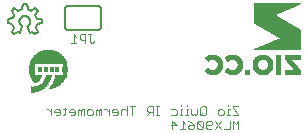
<source format=gbo>
G75*
%MOIN*%
%OFA0B0*%
%FSLAX25Y25*%
%IPPOS*%
%LPD*%
%AMOC8*
5,1,8,0,0,1.08239X$1,22.5*
%
%ADD10C,0.00300*%
%ADD11C,0.00600*%
%ADD12C,0.00010*%
%ADD13R,0.00787X0.00039*%
%ADD14R,0.01457X0.00039*%
%ADD15R,0.02165X0.00039*%
%ADD16R,0.02480X0.00039*%
%ADD17R,0.02992X0.00039*%
%ADD18R,0.03189X0.00039*%
%ADD19R,0.03543X0.00039*%
%ADD20R,0.03740X0.00039*%
%ADD21R,0.04055X0.00039*%
%ADD22R,0.04252X0.00039*%
%ADD23R,0.04488X0.00039*%
%ADD24R,0.04685X0.00039*%
%ADD25R,0.04843X0.00039*%
%ADD26R,0.05079X0.00039*%
%ADD27R,0.05197X0.00079*%
%ADD28R,0.05551X0.00079*%
%ADD29R,0.05866X0.00079*%
%ADD30R,0.06063X0.00039*%
%ADD31R,0.06181X0.00039*%
%ADD32R,0.06339X0.00039*%
%ADD33R,0.06457X0.00039*%
%ADD34R,0.06575X0.00039*%
%ADD35R,0.06732X0.00039*%
%ADD36R,0.06850X0.00039*%
%ADD37R,0.06969X0.00039*%
%ADD38R,0.07047X0.00039*%
%ADD39R,0.07205X0.00039*%
%ADD40R,0.07323X0.00039*%
%ADD41R,0.07441X0.00039*%
%ADD42R,0.07520X0.00039*%
%ADD43R,0.07638X0.00039*%
%ADD44R,0.07717X0.00039*%
%ADD45R,0.07874X0.00039*%
%ADD46R,0.07953X0.00039*%
%ADD47R,0.08150X0.00079*%
%ADD48R,0.08346X0.00079*%
%ADD49R,0.08504X0.00079*%
%ADD50R,0.08701X0.00079*%
%ADD51R,0.08740X0.00039*%
%ADD52R,0.08858X0.00039*%
%ADD53R,0.08937X0.00039*%
%ADD54R,0.09016X0.00039*%
%ADD55R,0.09094X0.00039*%
%ADD56R,0.09134X0.00039*%
%ADD57R,0.09252X0.00039*%
%ADD58R,0.09291X0.00039*%
%ADD59R,0.09409X0.00039*%
%ADD60R,0.09449X0.00039*%
%ADD61R,0.09528X0.00039*%
%ADD62R,0.09606X0.00039*%
%ADD63R,0.09685X0.00039*%
%ADD64R,0.09764X0.00039*%
%ADD65R,0.09803X0.00039*%
%ADD66R,0.09882X0.00039*%
%ADD67R,0.09961X0.00039*%
%ADD68R,0.10000X0.00039*%
%ADD69R,0.10079X0.00079*%
%ADD70R,0.10157X0.00079*%
%ADD71R,0.10315X0.00079*%
%ADD72R,0.10433X0.00079*%
%ADD73R,0.10472X0.00039*%
%ADD74R,0.10512X0.00039*%
%ADD75R,0.10591X0.00039*%
%ADD76R,0.10630X0.00039*%
%ADD77R,0.10669X0.00039*%
%ADD78R,0.10748X0.00039*%
%ADD79R,0.10787X0.00039*%
%ADD80R,0.10827X0.00039*%
%ADD81R,0.10866X0.00039*%
%ADD82R,0.10945X0.00039*%
%ADD83R,0.10984X0.00039*%
%ADD84R,0.11024X0.00039*%
%ADD85R,0.11063X0.00039*%
%ADD86R,0.11142X0.00039*%
%ADD87R,0.11181X0.00039*%
%ADD88R,0.11260X0.00039*%
%ADD89R,0.11299X0.00039*%
%ADD90R,0.11339X0.00039*%
%ADD91R,0.11378X0.00039*%
%ADD92R,0.11417X0.00039*%
%ADD93R,0.11457X0.00039*%
%ADD94R,0.11496X0.00039*%
%ADD95R,0.11535X0.00039*%
%ADD96R,0.11575X0.00039*%
%ADD97R,0.11614X0.00039*%
%ADD98R,0.11654X0.00039*%
%ADD99R,0.11693X0.00039*%
%ADD100R,0.11732X0.00039*%
%ADD101R,0.11811X0.00039*%
%ADD102R,0.11850X0.00039*%
%ADD103R,0.11890X0.00039*%
%ADD104R,0.11969X0.00039*%
%ADD105R,0.12008X0.00039*%
%ADD106R,0.12047X0.00039*%
%ADD107R,0.12087X0.00039*%
%ADD108R,0.12126X0.00039*%
%ADD109R,0.12165X0.00039*%
%ADD110R,0.12205X0.00039*%
%ADD111R,0.12244X0.00039*%
%ADD112R,0.12283X0.00039*%
%ADD113R,0.01535X0.00039*%
%ADD114R,0.01614X0.00039*%
%ADD115R,0.01496X0.00039*%
%ADD116R,0.01654X0.00039*%
%ADD117R,0.01693X0.00039*%
%ADD118R,0.01575X0.00039*%
%ADD119R,0.01732X0.00039*%
%ADD120R,0.01772X0.00039*%
%ADD121R,0.01811X0.00039*%
%ADD122R,0.01102X0.00039*%
%ADD123R,0.01220X0.00039*%
%ADD124R,0.01181X0.00039*%
%ADD125R,0.01142X0.00039*%
%ADD126R,0.01260X0.00039*%
%ADD127R,0.01299X0.00039*%
%ADD128R,0.01850X0.00039*%
%ADD129R,0.03819X0.00039*%
%ADD130R,0.03780X0.00039*%
%ADD131R,0.03976X0.00039*%
%ADD132R,0.03937X0.00039*%
%ADD133R,0.03858X0.00039*%
%ADD134R,0.03701X0.00039*%
%ADD135R,0.03622X0.00039*%
%ADD136R,0.03661X0.00039*%
%ADD137R,0.03425X0.00039*%
%ADD138R,0.03346X0.00039*%
%ADD139R,0.03583X0.00039*%
%ADD140R,0.03268X0.00039*%
%ADD141R,0.03071X0.00039*%
%ADD142R,0.03504X0.00039*%
%ADD143R,0.03031X0.00039*%
%ADD144R,0.01890X0.00039*%
%ADD145R,0.02953X0.00039*%
%ADD146R,0.02835X0.00039*%
%ADD147R,0.03465X0.00039*%
%ADD148R,0.02717X0.00039*%
%ADD149R,0.01929X0.00039*%
%ADD150R,0.02598X0.00039*%
%ADD151R,0.03386X0.00039*%
%ADD152R,0.02362X0.00039*%
%ADD153R,0.02205X0.00039*%
%ADD154R,0.02087X0.00039*%
%ADD155R,0.03307X0.00039*%
%ADD156R,0.02008X0.00039*%
%ADD157R,0.02047X0.00039*%
%ADD158R,0.01339X0.00039*%
%ADD159R,0.03150X0.00039*%
%ADD160R,0.00906X0.00039*%
%ADD161R,0.03110X0.00039*%
%ADD162R,0.02126X0.00039*%
%ADD163R,0.00669X0.00039*%
%ADD164R,0.00394X0.00039*%
%ADD165R,0.02913X0.00039*%
%ADD166R,0.02244X0.00039*%
%ADD167R,0.02323X0.00039*%
%ADD168R,0.02795X0.00039*%
%ADD169R,0.02756X0.00039*%
%ADD170R,0.02402X0.00039*%
%ADD171R,0.02677X0.00039*%
%ADD172R,0.02638X0.00039*%
%ADD173R,0.02520X0.00039*%
%ADD174R,0.02441X0.00039*%
%ADD175R,0.02874X0.00039*%
%ADD176R,0.01969X0.00039*%
%ADD177R,0.03898X0.00039*%
%ADD178R,0.00118X0.00039*%
%ADD179R,0.04764X0.00039*%
%ADD180R,0.04646X0.00039*%
%ADD181R,0.04528X0.00039*%
%ADD182R,0.01024X0.00039*%
%ADD183R,0.04449X0.00039*%
%ADD184R,0.00709X0.00039*%
%ADD185R,0.04331X0.00039*%
%ADD186R,0.04213X0.00039*%
%ADD187R,0.04094X0.00039*%
%ADD188R,0.00984X0.00039*%
D10*
X0019232Y0032144D02*
X0019232Y0034079D01*
X0019232Y0033112D02*
X0018265Y0034079D01*
X0017781Y0034079D01*
X0020244Y0033596D02*
X0020244Y0033112D01*
X0022179Y0033112D01*
X0022179Y0032628D02*
X0022179Y0033596D01*
X0021695Y0034079D01*
X0020727Y0034079D01*
X0020244Y0033596D01*
X0020727Y0032144D02*
X0021695Y0032144D01*
X0022179Y0032628D01*
X0023175Y0032144D02*
X0023659Y0032628D01*
X0023659Y0034563D01*
X0024143Y0034079D02*
X0023175Y0034079D01*
X0025154Y0033596D02*
X0025154Y0033112D01*
X0027089Y0033112D01*
X0027089Y0032628D02*
X0027089Y0033596D01*
X0026606Y0034079D01*
X0025638Y0034079D01*
X0025154Y0033596D01*
X0025638Y0032144D02*
X0026606Y0032144D01*
X0027089Y0032628D01*
X0028101Y0032144D02*
X0028101Y0033596D01*
X0028585Y0034079D01*
X0029068Y0033596D01*
X0029068Y0032144D01*
X0030036Y0032144D02*
X0030036Y0034079D01*
X0029552Y0034079D01*
X0029068Y0033596D01*
X0031047Y0033596D02*
X0031047Y0032628D01*
X0031531Y0032144D01*
X0032499Y0032144D01*
X0032982Y0032628D01*
X0032982Y0033596D01*
X0032499Y0034079D01*
X0031531Y0034079D01*
X0031047Y0033596D01*
X0033994Y0033596D02*
X0033994Y0032144D01*
X0034961Y0032144D02*
X0034961Y0033596D01*
X0034478Y0034079D01*
X0033994Y0033596D01*
X0034961Y0033596D02*
X0035445Y0034079D01*
X0035929Y0034079D01*
X0035929Y0032144D01*
X0037417Y0034079D02*
X0038384Y0033112D01*
X0038384Y0034079D02*
X0038384Y0032144D01*
X0039396Y0033112D02*
X0041331Y0033112D01*
X0041331Y0032628D02*
X0041331Y0033596D01*
X0040847Y0034079D01*
X0039880Y0034079D01*
X0039396Y0033596D01*
X0039396Y0033112D01*
X0039880Y0032144D02*
X0040847Y0032144D01*
X0041331Y0032628D01*
X0042342Y0032144D02*
X0042342Y0033596D01*
X0042826Y0034079D01*
X0043794Y0034079D01*
X0044277Y0033596D01*
X0044277Y0035047D02*
X0044277Y0032144D01*
X0046256Y0032144D02*
X0046256Y0035047D01*
X0045289Y0035047D02*
X0047224Y0035047D01*
X0051182Y0034563D02*
X0051182Y0033596D01*
X0051666Y0033112D01*
X0053117Y0033112D01*
X0052150Y0033112D02*
X0051182Y0032144D01*
X0053117Y0032144D02*
X0053117Y0035047D01*
X0051666Y0035047D01*
X0051182Y0034563D01*
X0054114Y0035047D02*
X0055081Y0035047D01*
X0054598Y0035047D02*
X0054598Y0032144D01*
X0055081Y0032144D02*
X0054114Y0032144D01*
X0059039Y0032144D02*
X0060491Y0032144D01*
X0060974Y0032628D01*
X0060974Y0033596D01*
X0060491Y0034079D01*
X0059039Y0034079D01*
X0062455Y0034079D02*
X0062455Y0032144D01*
X0062939Y0032144D02*
X0061971Y0032144D01*
X0063936Y0032144D02*
X0064903Y0032144D01*
X0064419Y0032144D02*
X0064419Y0034079D01*
X0064903Y0034079D01*
X0065915Y0034079D02*
X0065915Y0032628D01*
X0066398Y0032144D01*
X0066882Y0032628D01*
X0067366Y0032144D01*
X0067850Y0032628D01*
X0067850Y0034079D01*
X0068861Y0034563D02*
X0069345Y0035047D01*
X0070312Y0035047D01*
X0070796Y0034563D01*
X0070796Y0032628D01*
X0070312Y0032144D01*
X0069345Y0032144D01*
X0068861Y0032628D01*
X0068861Y0034563D01*
X0069829Y0033112D02*
X0068861Y0032144D01*
X0069330Y0030247D02*
X0068363Y0030247D01*
X0067879Y0029763D01*
X0069814Y0027828D01*
X0069330Y0027344D01*
X0068363Y0027344D01*
X0067879Y0027828D01*
X0067879Y0029763D01*
X0066867Y0028796D02*
X0065416Y0028796D01*
X0064932Y0028312D01*
X0064932Y0027828D01*
X0065416Y0027344D01*
X0066384Y0027344D01*
X0066867Y0027828D01*
X0066867Y0028796D01*
X0065900Y0029763D01*
X0064932Y0030247D01*
X0063921Y0029279D02*
X0062953Y0030247D01*
X0062953Y0027344D01*
X0061986Y0027344D02*
X0063921Y0027344D01*
X0060974Y0028796D02*
X0059039Y0028796D01*
X0059523Y0030247D02*
X0060974Y0028796D01*
X0059523Y0027344D02*
X0059523Y0030247D01*
X0062455Y0034079D02*
X0062939Y0034079D01*
X0062455Y0035047D02*
X0062455Y0035531D01*
X0064419Y0035531D02*
X0064419Y0035047D01*
X0069330Y0030247D02*
X0069814Y0029763D01*
X0069814Y0027828D01*
X0070825Y0027828D02*
X0071309Y0027344D01*
X0072277Y0027344D01*
X0072760Y0027828D01*
X0072277Y0028796D02*
X0070825Y0028796D01*
X0070825Y0029763D02*
X0070825Y0027828D01*
X0072277Y0028796D02*
X0072760Y0029279D01*
X0072760Y0029763D01*
X0072277Y0030247D01*
X0071309Y0030247D01*
X0070825Y0029763D01*
X0073772Y0030247D02*
X0075707Y0027344D01*
X0076719Y0027344D02*
X0078653Y0027344D01*
X0078653Y0030247D01*
X0079665Y0030247D02*
X0079665Y0027344D01*
X0081600Y0027344D02*
X0081600Y0030247D01*
X0080633Y0029279D01*
X0079665Y0030247D01*
X0079665Y0032144D02*
X0081600Y0032144D01*
X0081600Y0032628D01*
X0079665Y0034563D01*
X0079665Y0035047D01*
X0081600Y0035047D01*
X0078653Y0034079D02*
X0078170Y0034079D01*
X0078170Y0032144D01*
X0078653Y0032144D02*
X0077686Y0032144D01*
X0076689Y0032628D02*
X0076205Y0032144D01*
X0075238Y0032144D01*
X0074754Y0032628D01*
X0074754Y0033596D01*
X0075238Y0034079D01*
X0076205Y0034079D01*
X0076689Y0033596D01*
X0076689Y0032628D01*
X0075707Y0030247D02*
X0073772Y0027344D01*
X0078170Y0035047D02*
X0078170Y0035531D01*
X0037417Y0034079D02*
X0036933Y0034079D01*
X0033016Y0056244D02*
X0032533Y0056244D01*
X0032049Y0056728D01*
X0032049Y0059147D01*
X0032533Y0059147D02*
X0031565Y0059147D01*
X0030553Y0059147D02*
X0029102Y0059147D01*
X0028619Y0058663D01*
X0028619Y0057696D01*
X0029102Y0057212D01*
X0030553Y0057212D01*
X0030553Y0056244D02*
X0030553Y0059147D01*
X0027607Y0058179D02*
X0026639Y0059147D01*
X0026639Y0056244D01*
X0025672Y0056244D02*
X0027607Y0056244D01*
X0033016Y0056244D02*
X0033500Y0056728D01*
D11*
X0034750Y0060594D02*
X0024750Y0060594D01*
X0024690Y0060596D01*
X0024629Y0060601D01*
X0024570Y0060610D01*
X0024511Y0060623D01*
X0024452Y0060639D01*
X0024395Y0060659D01*
X0024340Y0060682D01*
X0024285Y0060709D01*
X0024233Y0060738D01*
X0024182Y0060771D01*
X0024133Y0060807D01*
X0024087Y0060845D01*
X0024043Y0060887D01*
X0024001Y0060931D01*
X0023963Y0060977D01*
X0023927Y0061026D01*
X0023894Y0061077D01*
X0023865Y0061129D01*
X0023838Y0061184D01*
X0023815Y0061239D01*
X0023795Y0061296D01*
X0023779Y0061355D01*
X0023766Y0061414D01*
X0023757Y0061473D01*
X0023752Y0061534D01*
X0023750Y0061594D01*
X0023750Y0067594D01*
X0023752Y0067654D01*
X0023757Y0067715D01*
X0023766Y0067774D01*
X0023779Y0067833D01*
X0023795Y0067892D01*
X0023815Y0067949D01*
X0023838Y0068004D01*
X0023865Y0068059D01*
X0023894Y0068111D01*
X0023927Y0068162D01*
X0023963Y0068211D01*
X0024001Y0068257D01*
X0024043Y0068301D01*
X0024087Y0068343D01*
X0024133Y0068381D01*
X0024182Y0068417D01*
X0024233Y0068450D01*
X0024285Y0068479D01*
X0024340Y0068506D01*
X0024395Y0068529D01*
X0024452Y0068549D01*
X0024511Y0068565D01*
X0024570Y0068578D01*
X0024629Y0068587D01*
X0024690Y0068592D01*
X0024750Y0068594D01*
X0034750Y0068594D01*
X0034810Y0068592D01*
X0034871Y0068587D01*
X0034930Y0068578D01*
X0034989Y0068565D01*
X0035048Y0068549D01*
X0035105Y0068529D01*
X0035160Y0068506D01*
X0035215Y0068479D01*
X0035267Y0068450D01*
X0035318Y0068417D01*
X0035367Y0068381D01*
X0035413Y0068343D01*
X0035457Y0068301D01*
X0035499Y0068257D01*
X0035537Y0068211D01*
X0035573Y0068162D01*
X0035606Y0068111D01*
X0035635Y0068059D01*
X0035662Y0068004D01*
X0035685Y0067949D01*
X0035705Y0067892D01*
X0035721Y0067833D01*
X0035734Y0067774D01*
X0035743Y0067715D01*
X0035748Y0067654D01*
X0035750Y0067594D01*
X0035750Y0061594D01*
X0035748Y0061534D01*
X0035743Y0061473D01*
X0035734Y0061414D01*
X0035721Y0061355D01*
X0035705Y0061296D01*
X0035685Y0061239D01*
X0035662Y0061184D01*
X0035635Y0061129D01*
X0035606Y0061077D01*
X0035573Y0061026D01*
X0035537Y0060977D01*
X0035499Y0060931D01*
X0035457Y0060887D01*
X0035413Y0060845D01*
X0035367Y0060807D01*
X0035318Y0060771D01*
X0035267Y0060738D01*
X0035215Y0060709D01*
X0035160Y0060682D01*
X0035105Y0060659D01*
X0035048Y0060639D01*
X0034989Y0060623D01*
X0034930Y0060610D01*
X0034871Y0060601D01*
X0034810Y0060596D01*
X0034750Y0060594D01*
X0015950Y0062794D02*
X0015950Y0064094D01*
X0014450Y0064294D01*
X0013850Y0065594D01*
X0014750Y0066894D01*
X0013850Y0067794D01*
X0012550Y0066894D01*
X0011350Y0067394D01*
X0011050Y0068994D01*
X0009750Y0068994D01*
X0009450Y0067394D01*
X0008250Y0066894D01*
X0006850Y0067794D01*
X0005950Y0066894D01*
X0006850Y0065594D01*
X0006350Y0064394D01*
X0004850Y0064094D01*
X0004850Y0062794D01*
X0006250Y0062494D01*
X0006850Y0061194D01*
X0005950Y0059894D01*
X0006850Y0058994D01*
X0008050Y0059794D01*
X0008650Y0059494D01*
X0009550Y0061794D01*
X0011150Y0061794D02*
X0012150Y0059494D01*
X0012650Y0059794D01*
X0013850Y0058994D01*
X0014750Y0059894D01*
X0013950Y0061194D01*
X0014450Y0062494D01*
X0015950Y0062794D01*
X0011150Y0061794D02*
X0011224Y0061833D01*
X0011297Y0061876D01*
X0011367Y0061922D01*
X0011435Y0061972D01*
X0011501Y0062024D01*
X0011564Y0062080D01*
X0011624Y0062138D01*
X0011682Y0062199D01*
X0011736Y0062263D01*
X0011788Y0062329D01*
X0011836Y0062398D01*
X0011881Y0062469D01*
X0011923Y0062542D01*
X0011961Y0062617D01*
X0011996Y0062693D01*
X0012027Y0062771D01*
X0012055Y0062851D01*
X0012078Y0062932D01*
X0012098Y0063013D01*
X0012114Y0063096D01*
X0012126Y0063179D01*
X0012134Y0063263D01*
X0012138Y0063346D01*
X0012139Y0063431D01*
X0012135Y0063514D01*
X0012127Y0063598D01*
X0012116Y0063681D01*
X0012100Y0063764D01*
X0012081Y0063846D01*
X0012058Y0063927D01*
X0012031Y0064006D01*
X0012000Y0064085D01*
X0011966Y0064161D01*
X0011928Y0064236D01*
X0011887Y0064309D01*
X0011842Y0064381D01*
X0011794Y0064450D01*
X0011743Y0064516D01*
X0011689Y0064581D01*
X0011632Y0064642D01*
X0011572Y0064701D01*
X0011509Y0064757D01*
X0011444Y0064810D01*
X0011376Y0064860D01*
X0011306Y0064906D01*
X0011234Y0064949D01*
X0011160Y0064989D01*
X0011084Y0065025D01*
X0011007Y0065058D01*
X0010928Y0065087D01*
X0010848Y0065112D01*
X0010766Y0065134D01*
X0010684Y0065152D01*
X0010601Y0065165D01*
X0010518Y0065175D01*
X0010434Y0065181D01*
X0010350Y0065183D01*
X0010266Y0065181D01*
X0010182Y0065175D01*
X0010099Y0065165D01*
X0010016Y0065152D01*
X0009934Y0065134D01*
X0009852Y0065112D01*
X0009772Y0065087D01*
X0009693Y0065058D01*
X0009616Y0065025D01*
X0009540Y0064989D01*
X0009466Y0064949D01*
X0009394Y0064906D01*
X0009324Y0064860D01*
X0009256Y0064810D01*
X0009191Y0064757D01*
X0009128Y0064701D01*
X0009068Y0064642D01*
X0009011Y0064581D01*
X0008957Y0064516D01*
X0008906Y0064450D01*
X0008858Y0064381D01*
X0008813Y0064309D01*
X0008772Y0064236D01*
X0008734Y0064161D01*
X0008700Y0064085D01*
X0008669Y0064006D01*
X0008642Y0063927D01*
X0008619Y0063846D01*
X0008600Y0063764D01*
X0008584Y0063681D01*
X0008573Y0063598D01*
X0008565Y0063514D01*
X0008561Y0063431D01*
X0008562Y0063346D01*
X0008566Y0063263D01*
X0008574Y0063179D01*
X0008586Y0063096D01*
X0008602Y0063013D01*
X0008622Y0062932D01*
X0008645Y0062851D01*
X0008673Y0062771D01*
X0008704Y0062693D01*
X0008739Y0062617D01*
X0008777Y0062542D01*
X0008819Y0062469D01*
X0008864Y0062398D01*
X0008912Y0062329D01*
X0008964Y0062263D01*
X0009018Y0062199D01*
X0009076Y0062138D01*
X0009136Y0062080D01*
X0009199Y0062024D01*
X0009265Y0061972D01*
X0009333Y0061922D01*
X0009403Y0061876D01*
X0009476Y0061833D01*
X0009550Y0061794D01*
D12*
X0070459Y0051244D02*
X0070696Y0051455D01*
X0071065Y0051723D01*
X0071470Y0051933D01*
X0071899Y0052091D01*
X0072382Y0052176D01*
X0072875Y0052187D01*
X0073420Y0052171D01*
X0073953Y0052065D01*
X0074453Y0051850D01*
X0074926Y0051558D01*
X0070837Y0051558D01*
X0070826Y0051549D02*
X0074935Y0051549D01*
X0074945Y0051541D02*
X0070814Y0051541D01*
X0070802Y0051532D02*
X0074954Y0051532D01*
X0074963Y0051524D02*
X0070790Y0051524D01*
X0070779Y0051515D02*
X0074973Y0051515D01*
X0074982Y0051507D02*
X0070767Y0051507D01*
X0070755Y0051498D02*
X0074991Y0051498D01*
X0075001Y0051490D02*
X0070744Y0051490D01*
X0070732Y0051481D02*
X0075010Y0051481D01*
X0075019Y0051472D02*
X0070720Y0051472D01*
X0070708Y0051464D02*
X0075029Y0051464D01*
X0075038Y0051455D02*
X0070697Y0051455D01*
X0070687Y0051447D02*
X0075047Y0051447D01*
X0075057Y0051438D02*
X0070677Y0051438D01*
X0070668Y0051430D02*
X0075066Y0051430D01*
X0075075Y0051421D02*
X0070658Y0051421D01*
X0070649Y0051413D02*
X0075085Y0051413D01*
X0075094Y0051404D02*
X0070639Y0051404D01*
X0070630Y0051396D02*
X0075103Y0051396D01*
X0075113Y0051387D02*
X0070620Y0051387D01*
X0070611Y0051379D02*
X0075122Y0051379D01*
X0075131Y0051370D02*
X0070601Y0051370D01*
X0070591Y0051362D02*
X0075141Y0051362D01*
X0075150Y0051353D02*
X0070582Y0051353D01*
X0070572Y0051345D02*
X0075159Y0051345D01*
X0075169Y0051336D02*
X0070563Y0051336D01*
X0070553Y0051328D02*
X0075178Y0051328D01*
X0075187Y0051319D02*
X0070544Y0051319D01*
X0070534Y0051311D02*
X0075197Y0051311D01*
X0075206Y0051302D02*
X0070525Y0051302D01*
X0070515Y0051294D02*
X0075215Y0051294D01*
X0075225Y0051285D02*
X0070505Y0051285D01*
X0070496Y0051277D02*
X0075234Y0051277D01*
X0075243Y0051268D02*
X0070486Y0051268D01*
X0070477Y0051260D02*
X0075253Y0051260D01*
X0075262Y0051251D02*
X0070467Y0051251D01*
X0070459Y0051244D02*
X0070672Y0051001D01*
X0070884Y0050758D01*
X0071101Y0050509D01*
X0071317Y0050258D01*
X0071589Y0050447D01*
X0072082Y0050743D01*
X0072630Y0050915D01*
X0073204Y0050924D01*
X0073749Y0050746D01*
X0074204Y0050397D01*
X0074547Y0049900D01*
X0074725Y0049323D01*
X0074731Y0048720D01*
X0074571Y0048137D01*
X0074250Y0047625D01*
X0073784Y0047243D01*
X0073214Y0047045D01*
X0075572Y0047045D01*
X0075579Y0047054D02*
X0073239Y0047054D01*
X0073264Y0047062D02*
X0075586Y0047062D01*
X0075590Y0047067D02*
X0075199Y0046617D01*
X0074728Y0046251D01*
X0074196Y0045982D01*
X0073625Y0045810D01*
X0073081Y0045765D01*
X0072534Y0045787D01*
X0071994Y0045870D01*
X0071474Y0046061D01*
X0070998Y0046347D01*
X0070573Y0046703D01*
X0070416Y0046852D01*
X0071081Y0047520D01*
X0071302Y0047742D01*
X0071557Y0047536D01*
X0072057Y0047217D01*
X0072622Y0047042D01*
X0073214Y0047045D01*
X0073288Y0047071D02*
X0075592Y0047071D01*
X0075590Y0047067D02*
X0075887Y0047584D01*
X0076084Y0048147D01*
X0076160Y0048670D01*
X0076168Y0049198D01*
X0076107Y0049723D01*
X0075935Y0050252D01*
X0075676Y0050743D01*
X0075336Y0051183D01*
X0074926Y0051558D01*
X0074912Y0051566D02*
X0070849Y0051566D01*
X0070861Y0051575D02*
X0074898Y0051575D01*
X0074885Y0051583D02*
X0070873Y0051583D01*
X0070884Y0051592D02*
X0074871Y0051592D01*
X0074857Y0051600D02*
X0070896Y0051600D01*
X0070908Y0051609D02*
X0074843Y0051609D01*
X0074829Y0051617D02*
X0070920Y0051617D01*
X0070931Y0051626D02*
X0074816Y0051626D01*
X0074802Y0051634D02*
X0070943Y0051634D01*
X0070955Y0051643D02*
X0074788Y0051643D01*
X0074774Y0051651D02*
X0070966Y0051651D01*
X0070978Y0051660D02*
X0074761Y0051660D01*
X0074747Y0051668D02*
X0070990Y0051668D01*
X0071002Y0051677D02*
X0074733Y0051677D01*
X0074719Y0051685D02*
X0071013Y0051685D01*
X0071025Y0051694D02*
X0074705Y0051694D01*
X0074692Y0051702D02*
X0071037Y0051702D01*
X0071049Y0051711D02*
X0074678Y0051711D01*
X0074664Y0051719D02*
X0071060Y0051719D01*
X0071075Y0051728D02*
X0074650Y0051728D01*
X0074637Y0051736D02*
X0071091Y0051736D01*
X0071107Y0051745D02*
X0074623Y0051745D01*
X0074609Y0051753D02*
X0071124Y0051753D01*
X0071140Y0051762D02*
X0074595Y0051762D01*
X0074581Y0051770D02*
X0071157Y0051770D01*
X0071173Y0051779D02*
X0074568Y0051779D01*
X0074554Y0051787D02*
X0071189Y0051787D01*
X0071206Y0051796D02*
X0074540Y0051796D01*
X0074526Y0051805D02*
X0071222Y0051805D01*
X0071238Y0051813D02*
X0074512Y0051813D01*
X0074499Y0051822D02*
X0071255Y0051822D01*
X0071271Y0051830D02*
X0074485Y0051830D01*
X0074471Y0051839D02*
X0071288Y0051839D01*
X0071304Y0051847D02*
X0074457Y0051847D01*
X0074439Y0051856D02*
X0071320Y0051856D01*
X0071337Y0051864D02*
X0074420Y0051864D01*
X0074400Y0051873D02*
X0071353Y0051873D01*
X0071369Y0051881D02*
X0074380Y0051881D01*
X0074360Y0051890D02*
X0071386Y0051890D01*
X0071402Y0051898D02*
X0074341Y0051898D01*
X0074321Y0051907D02*
X0071419Y0051907D01*
X0071435Y0051915D02*
X0074301Y0051915D01*
X0074281Y0051924D02*
X0071451Y0051924D01*
X0071468Y0051932D02*
X0074262Y0051932D01*
X0074242Y0051941D02*
X0071490Y0051941D01*
X0071513Y0051949D02*
X0074222Y0051949D01*
X0074203Y0051958D02*
X0071536Y0051958D01*
X0071559Y0051966D02*
X0074183Y0051966D01*
X0074163Y0051975D02*
X0071583Y0051975D01*
X0071606Y0051983D02*
X0074143Y0051983D01*
X0074124Y0051992D02*
X0071629Y0051992D01*
X0071652Y0052000D02*
X0074104Y0052000D01*
X0074084Y0052009D02*
X0071675Y0052009D01*
X0071698Y0052017D02*
X0074064Y0052017D01*
X0074045Y0052026D02*
X0071722Y0052026D01*
X0071745Y0052034D02*
X0074025Y0052034D01*
X0074005Y0052043D02*
X0071768Y0052043D01*
X0071791Y0052051D02*
X0073985Y0052051D01*
X0073966Y0052060D02*
X0071814Y0052060D01*
X0071837Y0052068D02*
X0073937Y0052068D01*
X0073894Y0052077D02*
X0071861Y0052077D01*
X0071884Y0052085D02*
X0073851Y0052085D01*
X0073808Y0052094D02*
X0071916Y0052094D01*
X0071964Y0052103D02*
X0073765Y0052103D01*
X0073722Y0052111D02*
X0072013Y0052111D01*
X0072061Y0052120D02*
X0073680Y0052120D01*
X0073637Y0052128D02*
X0072110Y0052128D01*
X0072158Y0052137D02*
X0073594Y0052137D01*
X0073551Y0052145D02*
X0072207Y0052145D01*
X0072255Y0052154D02*
X0073508Y0052154D01*
X0073465Y0052162D02*
X0072304Y0052162D01*
X0072352Y0052171D02*
X0073422Y0052171D01*
X0073135Y0052179D02*
X0072530Y0052179D01*
X0072615Y0050911D02*
X0070751Y0050911D01*
X0070743Y0050919D02*
X0072877Y0050919D01*
X0072588Y0050902D02*
X0070758Y0050902D01*
X0070766Y0050894D02*
X0072561Y0050894D01*
X0072533Y0050885D02*
X0070773Y0050885D01*
X0070781Y0050877D02*
X0072506Y0050877D01*
X0072479Y0050868D02*
X0070788Y0050868D01*
X0070796Y0050859D02*
X0072452Y0050859D01*
X0072425Y0050851D02*
X0070803Y0050851D01*
X0070810Y0050842D02*
X0072398Y0050842D01*
X0072370Y0050834D02*
X0070818Y0050834D01*
X0070825Y0050825D02*
X0072343Y0050825D01*
X0072316Y0050817D02*
X0070833Y0050817D01*
X0070840Y0050808D02*
X0072289Y0050808D01*
X0072262Y0050800D02*
X0070848Y0050800D01*
X0070855Y0050791D02*
X0072235Y0050791D01*
X0072208Y0050783D02*
X0070862Y0050783D01*
X0070870Y0050774D02*
X0072180Y0050774D01*
X0072153Y0050766D02*
X0070877Y0050766D01*
X0070885Y0050757D02*
X0072126Y0050757D01*
X0072099Y0050749D02*
X0070892Y0050749D01*
X0070900Y0050740D02*
X0072077Y0050740D01*
X0072063Y0050732D02*
X0070907Y0050732D01*
X0070915Y0050723D02*
X0072048Y0050723D01*
X0072034Y0050715D02*
X0070922Y0050715D01*
X0070929Y0050706D02*
X0072020Y0050706D01*
X0072006Y0050698D02*
X0070937Y0050698D01*
X0070944Y0050689D02*
X0071992Y0050689D01*
X0071978Y0050681D02*
X0070952Y0050681D01*
X0070959Y0050672D02*
X0071964Y0050672D01*
X0071950Y0050664D02*
X0070966Y0050664D01*
X0070974Y0050655D02*
X0071935Y0050655D01*
X0071921Y0050647D02*
X0070981Y0050647D01*
X0070989Y0050638D02*
X0071907Y0050638D01*
X0071893Y0050630D02*
X0070996Y0050630D01*
X0071004Y0050621D02*
X0071879Y0050621D01*
X0071865Y0050613D02*
X0071011Y0050613D01*
X0071018Y0050604D02*
X0071851Y0050604D01*
X0071837Y0050596D02*
X0071026Y0050596D01*
X0071033Y0050587D02*
X0071822Y0050587D01*
X0071808Y0050579D02*
X0071041Y0050579D01*
X0071048Y0050570D02*
X0071794Y0050570D01*
X0071780Y0050562D02*
X0071056Y0050562D01*
X0071063Y0050553D02*
X0071766Y0050553D01*
X0071752Y0050544D02*
X0071070Y0050544D01*
X0071078Y0050536D02*
X0071738Y0050536D01*
X0071724Y0050527D02*
X0071085Y0050527D01*
X0071093Y0050519D02*
X0071709Y0050519D01*
X0071695Y0050510D02*
X0071100Y0050510D01*
X0071107Y0050502D02*
X0071681Y0050502D01*
X0071667Y0050493D02*
X0071115Y0050493D01*
X0071122Y0050485D02*
X0071653Y0050485D01*
X0071639Y0050476D02*
X0071129Y0050476D01*
X0071137Y0050468D02*
X0071625Y0050468D01*
X0071611Y0050459D02*
X0071144Y0050459D01*
X0071151Y0050451D02*
X0071596Y0050451D01*
X0071583Y0050442D02*
X0071159Y0050442D01*
X0071166Y0050434D02*
X0071571Y0050434D01*
X0071559Y0050425D02*
X0071173Y0050425D01*
X0071181Y0050417D02*
X0071546Y0050417D01*
X0071534Y0050408D02*
X0071188Y0050408D01*
X0071195Y0050400D02*
X0071522Y0050400D01*
X0071509Y0050391D02*
X0071203Y0050391D01*
X0071210Y0050383D02*
X0071497Y0050383D01*
X0071485Y0050374D02*
X0071217Y0050374D01*
X0071225Y0050366D02*
X0071472Y0050366D01*
X0071460Y0050357D02*
X0071232Y0050357D01*
X0071239Y0050349D02*
X0071448Y0050349D01*
X0071435Y0050340D02*
X0071247Y0050340D01*
X0071254Y0050332D02*
X0071423Y0050332D01*
X0071411Y0050323D02*
X0071261Y0050323D01*
X0071269Y0050315D02*
X0071398Y0050315D01*
X0071386Y0050306D02*
X0071276Y0050306D01*
X0071283Y0050298D02*
X0071374Y0050298D01*
X0071361Y0050289D02*
X0071291Y0050289D01*
X0071298Y0050281D02*
X0071349Y0050281D01*
X0071337Y0050272D02*
X0071305Y0050272D01*
X0071313Y0050264D02*
X0071324Y0050264D01*
X0070736Y0050928D02*
X0075534Y0050928D01*
X0075527Y0050936D02*
X0070729Y0050936D01*
X0070721Y0050945D02*
X0075520Y0050945D01*
X0075514Y0050953D02*
X0070714Y0050953D01*
X0070706Y0050962D02*
X0075507Y0050962D01*
X0075501Y0050970D02*
X0070699Y0050970D01*
X0070691Y0050979D02*
X0075494Y0050979D01*
X0075488Y0050987D02*
X0070684Y0050987D01*
X0070676Y0050996D02*
X0075481Y0050996D01*
X0075474Y0051004D02*
X0070669Y0051004D01*
X0070662Y0051013D02*
X0075468Y0051013D01*
X0075461Y0051021D02*
X0070654Y0051021D01*
X0070647Y0051030D02*
X0075455Y0051030D01*
X0075448Y0051038D02*
X0070639Y0051038D01*
X0070632Y0051047D02*
X0075442Y0051047D01*
X0075435Y0051055D02*
X0070624Y0051055D01*
X0070617Y0051064D02*
X0075429Y0051064D01*
X0075422Y0051072D02*
X0070609Y0051072D01*
X0070602Y0051081D02*
X0075415Y0051081D01*
X0075409Y0051089D02*
X0070595Y0051089D01*
X0070587Y0051098D02*
X0075402Y0051098D01*
X0075396Y0051106D02*
X0070580Y0051106D01*
X0070572Y0051115D02*
X0075389Y0051115D01*
X0075383Y0051123D02*
X0070565Y0051123D01*
X0070557Y0051132D02*
X0075376Y0051132D01*
X0075369Y0051140D02*
X0070550Y0051140D01*
X0070543Y0051149D02*
X0075363Y0051149D01*
X0075356Y0051157D02*
X0070535Y0051157D01*
X0070528Y0051166D02*
X0075350Y0051166D01*
X0075343Y0051175D02*
X0070520Y0051175D01*
X0070513Y0051183D02*
X0075337Y0051183D01*
X0075327Y0051192D02*
X0070505Y0051192D01*
X0070498Y0051200D02*
X0075318Y0051200D01*
X0075309Y0051209D02*
X0070490Y0051209D01*
X0070483Y0051217D02*
X0075299Y0051217D01*
X0075290Y0051226D02*
X0070476Y0051226D01*
X0070468Y0051234D02*
X0075281Y0051234D01*
X0075271Y0051243D02*
X0070461Y0051243D01*
X0073219Y0050919D02*
X0075540Y0050919D01*
X0075547Y0050911D02*
X0073245Y0050911D01*
X0073271Y0050902D02*
X0075553Y0050902D01*
X0075560Y0050894D02*
X0073297Y0050894D01*
X0073323Y0050885D02*
X0075566Y0050885D01*
X0075573Y0050877D02*
X0073349Y0050877D01*
X0073375Y0050868D02*
X0075580Y0050868D01*
X0075586Y0050859D02*
X0073401Y0050859D01*
X0073427Y0050851D02*
X0075593Y0050851D01*
X0075599Y0050842D02*
X0073453Y0050842D01*
X0073479Y0050834D02*
X0075606Y0050834D01*
X0075612Y0050825D02*
X0073506Y0050825D01*
X0073532Y0050817D02*
X0075619Y0050817D01*
X0075626Y0050808D02*
X0073558Y0050808D01*
X0073584Y0050800D02*
X0075632Y0050800D01*
X0075639Y0050791D02*
X0073610Y0050791D01*
X0073636Y0050783D02*
X0075645Y0050783D01*
X0075652Y0050774D02*
X0073662Y0050774D01*
X0073688Y0050766D02*
X0075658Y0050766D01*
X0075665Y0050757D02*
X0073714Y0050757D01*
X0073740Y0050749D02*
X0075671Y0050749D01*
X0075677Y0050740D02*
X0073756Y0050740D01*
X0073767Y0050732D02*
X0075682Y0050732D01*
X0075686Y0050723D02*
X0073778Y0050723D01*
X0073789Y0050715D02*
X0075691Y0050715D01*
X0075695Y0050706D02*
X0073801Y0050706D01*
X0073812Y0050698D02*
X0075700Y0050698D01*
X0075704Y0050689D02*
X0073823Y0050689D01*
X0073834Y0050681D02*
X0075709Y0050681D01*
X0075713Y0050672D02*
X0073845Y0050672D01*
X0073856Y0050664D02*
X0075718Y0050664D01*
X0075722Y0050655D02*
X0073867Y0050655D01*
X0073878Y0050647D02*
X0075727Y0050647D01*
X0075731Y0050638D02*
X0073889Y0050638D01*
X0073901Y0050630D02*
X0075736Y0050630D01*
X0075740Y0050621D02*
X0073912Y0050621D01*
X0073923Y0050613D02*
X0075745Y0050613D01*
X0075749Y0050604D02*
X0073934Y0050604D01*
X0073945Y0050596D02*
X0075754Y0050596D01*
X0075758Y0050587D02*
X0073956Y0050587D01*
X0073967Y0050579D02*
X0075763Y0050579D01*
X0075767Y0050570D02*
X0073978Y0050570D01*
X0073989Y0050562D02*
X0075772Y0050562D01*
X0075776Y0050553D02*
X0074000Y0050553D01*
X0074012Y0050544D02*
X0075781Y0050544D01*
X0075785Y0050536D02*
X0074023Y0050536D01*
X0074034Y0050527D02*
X0075790Y0050527D01*
X0075794Y0050519D02*
X0074045Y0050519D01*
X0074056Y0050510D02*
X0075798Y0050510D01*
X0075803Y0050502D02*
X0074067Y0050502D01*
X0074078Y0050493D02*
X0075807Y0050493D01*
X0075812Y0050485D02*
X0074089Y0050485D01*
X0074100Y0050476D02*
X0075816Y0050476D01*
X0075821Y0050468D02*
X0074112Y0050468D01*
X0074123Y0050459D02*
X0075825Y0050459D01*
X0075830Y0050451D02*
X0074134Y0050451D01*
X0074145Y0050442D02*
X0075834Y0050442D01*
X0075839Y0050434D02*
X0074156Y0050434D01*
X0074167Y0050425D02*
X0075843Y0050425D01*
X0075848Y0050417D02*
X0074178Y0050417D01*
X0074189Y0050408D02*
X0075852Y0050408D01*
X0075857Y0050400D02*
X0074200Y0050400D01*
X0074208Y0050391D02*
X0075861Y0050391D01*
X0075866Y0050383D02*
X0074214Y0050383D01*
X0074220Y0050374D02*
X0075870Y0050374D01*
X0075875Y0050366D02*
X0074226Y0050366D01*
X0074231Y0050357D02*
X0075879Y0050357D01*
X0075884Y0050349D02*
X0074237Y0050349D01*
X0074243Y0050340D02*
X0075888Y0050340D01*
X0075893Y0050332D02*
X0074249Y0050332D01*
X0074255Y0050323D02*
X0075897Y0050323D01*
X0075902Y0050315D02*
X0074261Y0050315D01*
X0074267Y0050306D02*
X0075906Y0050306D01*
X0075911Y0050298D02*
X0074273Y0050298D01*
X0074278Y0050289D02*
X0075915Y0050289D01*
X0075920Y0050281D02*
X0074284Y0050281D01*
X0074290Y0050272D02*
X0075924Y0050272D01*
X0075929Y0050264D02*
X0074296Y0050264D01*
X0074302Y0050255D02*
X0075933Y0050255D01*
X0075937Y0050247D02*
X0074308Y0050247D01*
X0074314Y0050238D02*
X0075939Y0050238D01*
X0075942Y0050229D02*
X0074320Y0050229D01*
X0074325Y0050221D02*
X0075945Y0050221D01*
X0075948Y0050212D02*
X0074331Y0050212D01*
X0074337Y0050204D02*
X0075950Y0050204D01*
X0075953Y0050195D02*
X0074343Y0050195D01*
X0074349Y0050187D02*
X0075956Y0050187D01*
X0075959Y0050178D02*
X0074355Y0050178D01*
X0074361Y0050170D02*
X0075962Y0050170D01*
X0075964Y0050161D02*
X0074367Y0050161D01*
X0074372Y0050153D02*
X0075967Y0050153D01*
X0075970Y0050144D02*
X0074378Y0050144D01*
X0074384Y0050136D02*
X0075973Y0050136D01*
X0075975Y0050127D02*
X0074390Y0050127D01*
X0074396Y0050119D02*
X0075978Y0050119D01*
X0075981Y0050110D02*
X0074402Y0050110D01*
X0074408Y0050102D02*
X0075984Y0050102D01*
X0075987Y0050093D02*
X0074414Y0050093D01*
X0074420Y0050085D02*
X0075989Y0050085D01*
X0075992Y0050076D02*
X0074425Y0050076D01*
X0074431Y0050068D02*
X0075995Y0050068D01*
X0075998Y0050059D02*
X0074437Y0050059D01*
X0074443Y0050051D02*
X0076000Y0050051D01*
X0076003Y0050042D02*
X0074449Y0050042D01*
X0074455Y0050034D02*
X0076006Y0050034D01*
X0076009Y0050025D02*
X0074461Y0050025D01*
X0074467Y0050017D02*
X0076011Y0050017D01*
X0076014Y0050008D02*
X0074472Y0050008D01*
X0074478Y0050000D02*
X0076017Y0050000D01*
X0076020Y0049991D02*
X0074484Y0049991D01*
X0074490Y0049983D02*
X0076023Y0049983D01*
X0076025Y0049974D02*
X0074496Y0049974D01*
X0074502Y0049966D02*
X0076028Y0049966D01*
X0076031Y0049957D02*
X0074508Y0049957D01*
X0074514Y0049949D02*
X0076034Y0049949D01*
X0076036Y0049940D02*
X0074519Y0049940D01*
X0074525Y0049931D02*
X0076039Y0049931D01*
X0076042Y0049923D02*
X0074531Y0049923D01*
X0074537Y0049914D02*
X0076045Y0049914D01*
X0076047Y0049906D02*
X0074543Y0049906D01*
X0074548Y0049897D02*
X0076050Y0049897D01*
X0076053Y0049889D02*
X0074550Y0049889D01*
X0074553Y0049880D02*
X0076056Y0049880D01*
X0076059Y0049872D02*
X0074556Y0049872D01*
X0074558Y0049863D02*
X0076061Y0049863D01*
X0076064Y0049855D02*
X0074561Y0049855D01*
X0074564Y0049846D02*
X0076067Y0049846D01*
X0076070Y0049838D02*
X0074566Y0049838D01*
X0074569Y0049829D02*
X0076072Y0049829D01*
X0076075Y0049821D02*
X0074571Y0049821D01*
X0074574Y0049812D02*
X0076078Y0049812D01*
X0076081Y0049804D02*
X0074577Y0049804D01*
X0074579Y0049795D02*
X0076083Y0049795D01*
X0076086Y0049787D02*
X0074582Y0049787D01*
X0074585Y0049778D02*
X0076089Y0049778D01*
X0076092Y0049770D02*
X0074587Y0049770D01*
X0074590Y0049761D02*
X0076095Y0049761D01*
X0076097Y0049753D02*
X0074592Y0049753D01*
X0074595Y0049744D02*
X0076100Y0049744D01*
X0076103Y0049736D02*
X0074598Y0049736D01*
X0074600Y0049727D02*
X0076106Y0049727D01*
X0076107Y0049719D02*
X0074603Y0049719D01*
X0074606Y0049710D02*
X0076108Y0049710D01*
X0076109Y0049702D02*
X0074608Y0049702D01*
X0074611Y0049693D02*
X0076110Y0049693D01*
X0076111Y0049685D02*
X0074613Y0049685D01*
X0074616Y0049676D02*
X0076112Y0049676D01*
X0076113Y0049668D02*
X0074619Y0049668D01*
X0074621Y0049659D02*
X0076114Y0049659D01*
X0076115Y0049651D02*
X0074624Y0049651D01*
X0074627Y0049642D02*
X0076116Y0049642D01*
X0076117Y0049634D02*
X0074629Y0049634D01*
X0074632Y0049625D02*
X0076118Y0049625D01*
X0076119Y0049616D02*
X0074635Y0049616D01*
X0074637Y0049608D02*
X0076120Y0049608D01*
X0076121Y0049599D02*
X0074640Y0049599D01*
X0074642Y0049591D02*
X0076122Y0049591D01*
X0076123Y0049582D02*
X0074645Y0049582D01*
X0074648Y0049574D02*
X0076124Y0049574D01*
X0076125Y0049565D02*
X0074650Y0049565D01*
X0074653Y0049557D02*
X0076126Y0049557D01*
X0076127Y0049548D02*
X0074656Y0049548D01*
X0074658Y0049540D02*
X0076128Y0049540D01*
X0076129Y0049531D02*
X0074661Y0049531D01*
X0074663Y0049523D02*
X0076130Y0049523D01*
X0076131Y0049514D02*
X0074666Y0049514D01*
X0074669Y0049506D02*
X0076132Y0049506D01*
X0076133Y0049497D02*
X0074671Y0049497D01*
X0074674Y0049489D02*
X0076134Y0049489D01*
X0076135Y0049480D02*
X0074677Y0049480D01*
X0074679Y0049472D02*
X0076136Y0049472D01*
X0076137Y0049463D02*
X0074682Y0049463D01*
X0074684Y0049455D02*
X0076138Y0049455D01*
X0076139Y0049446D02*
X0074687Y0049446D01*
X0074690Y0049438D02*
X0076140Y0049438D01*
X0076141Y0049429D02*
X0074692Y0049429D01*
X0074695Y0049421D02*
X0076142Y0049421D01*
X0076143Y0049412D02*
X0074698Y0049412D01*
X0074700Y0049404D02*
X0076144Y0049404D01*
X0076145Y0049395D02*
X0074703Y0049395D01*
X0074705Y0049387D02*
X0076146Y0049387D01*
X0076147Y0049378D02*
X0074708Y0049378D01*
X0074711Y0049370D02*
X0076148Y0049370D01*
X0076149Y0049361D02*
X0074713Y0049361D01*
X0074716Y0049353D02*
X0076150Y0049353D01*
X0076151Y0049344D02*
X0074719Y0049344D01*
X0074721Y0049336D02*
X0076152Y0049336D01*
X0076153Y0049327D02*
X0074724Y0049327D01*
X0074725Y0049319D02*
X0076154Y0049319D01*
X0076155Y0049310D02*
X0074725Y0049310D01*
X0074725Y0049301D02*
X0076156Y0049301D01*
X0076157Y0049293D02*
X0074725Y0049293D01*
X0074725Y0049284D02*
X0076158Y0049284D01*
X0076159Y0049276D02*
X0074725Y0049276D01*
X0074726Y0049267D02*
X0076160Y0049267D01*
X0076161Y0049259D02*
X0074726Y0049259D01*
X0074726Y0049250D02*
X0076162Y0049250D01*
X0076163Y0049242D02*
X0074726Y0049242D01*
X0074726Y0049233D02*
X0076164Y0049233D01*
X0076165Y0049225D02*
X0074726Y0049225D01*
X0074726Y0049216D02*
X0076166Y0049216D01*
X0076167Y0049208D02*
X0074726Y0049208D01*
X0074726Y0049199D02*
X0076168Y0049199D01*
X0076168Y0049191D02*
X0074726Y0049191D01*
X0074726Y0049182D02*
X0076168Y0049182D01*
X0076168Y0049174D02*
X0074727Y0049174D01*
X0074727Y0049165D02*
X0076168Y0049165D01*
X0076167Y0049157D02*
X0074727Y0049157D01*
X0074727Y0049148D02*
X0076167Y0049148D01*
X0076167Y0049140D02*
X0074727Y0049140D01*
X0074727Y0049131D02*
X0076167Y0049131D01*
X0076167Y0049123D02*
X0074727Y0049123D01*
X0074727Y0049114D02*
X0076167Y0049114D01*
X0076167Y0049106D02*
X0074727Y0049106D01*
X0074727Y0049097D02*
X0076167Y0049097D01*
X0076166Y0049089D02*
X0074727Y0049089D01*
X0074728Y0049080D02*
X0076166Y0049080D01*
X0076166Y0049072D02*
X0074728Y0049072D01*
X0074728Y0049063D02*
X0076166Y0049063D01*
X0076166Y0049055D02*
X0074728Y0049055D01*
X0074728Y0049046D02*
X0076166Y0049046D01*
X0076166Y0049038D02*
X0074728Y0049038D01*
X0074728Y0049029D02*
X0076166Y0049029D01*
X0076165Y0049021D02*
X0074728Y0049021D01*
X0074728Y0049012D02*
X0076165Y0049012D01*
X0076165Y0049003D02*
X0074728Y0049003D01*
X0074728Y0048995D02*
X0076165Y0048995D01*
X0076165Y0048986D02*
X0074728Y0048986D01*
X0074729Y0048978D02*
X0076165Y0048978D01*
X0076165Y0048969D02*
X0074729Y0048969D01*
X0074729Y0048961D02*
X0076164Y0048961D01*
X0076164Y0048952D02*
X0074729Y0048952D01*
X0074729Y0048944D02*
X0076164Y0048944D01*
X0076164Y0048935D02*
X0074729Y0048935D01*
X0074729Y0048927D02*
X0076164Y0048927D01*
X0076164Y0048918D02*
X0074729Y0048918D01*
X0074729Y0048910D02*
X0076164Y0048910D01*
X0076164Y0048901D02*
X0074729Y0048901D01*
X0074729Y0048893D02*
X0076163Y0048893D01*
X0076163Y0048884D02*
X0074730Y0048884D01*
X0074730Y0048876D02*
X0076163Y0048876D01*
X0076163Y0048867D02*
X0074730Y0048867D01*
X0074730Y0048859D02*
X0076163Y0048859D01*
X0076163Y0048850D02*
X0074730Y0048850D01*
X0074730Y0048842D02*
X0076163Y0048842D01*
X0076163Y0048833D02*
X0074730Y0048833D01*
X0074730Y0048825D02*
X0076162Y0048825D01*
X0076162Y0048816D02*
X0074730Y0048816D01*
X0074730Y0048808D02*
X0076162Y0048808D01*
X0076162Y0048799D02*
X0074730Y0048799D01*
X0074731Y0048791D02*
X0076162Y0048791D01*
X0076162Y0048782D02*
X0074731Y0048782D01*
X0074731Y0048774D02*
X0076162Y0048774D01*
X0076161Y0048765D02*
X0074731Y0048765D01*
X0074731Y0048757D02*
X0076161Y0048757D01*
X0076161Y0048748D02*
X0074731Y0048748D01*
X0074731Y0048740D02*
X0076161Y0048740D01*
X0076161Y0048731D02*
X0074731Y0048731D01*
X0074731Y0048723D02*
X0076161Y0048723D01*
X0076161Y0048714D02*
X0074730Y0048714D01*
X0074727Y0048706D02*
X0076161Y0048706D01*
X0076160Y0048697D02*
X0074725Y0048697D01*
X0074723Y0048688D02*
X0076160Y0048688D01*
X0076160Y0048680D02*
X0074720Y0048680D01*
X0074718Y0048671D02*
X0076160Y0048671D01*
X0076159Y0048663D02*
X0074716Y0048663D01*
X0074713Y0048654D02*
X0076158Y0048654D01*
X0076157Y0048646D02*
X0074711Y0048646D01*
X0074709Y0048637D02*
X0076155Y0048637D01*
X0076154Y0048629D02*
X0074706Y0048629D01*
X0074704Y0048620D02*
X0076153Y0048620D01*
X0076152Y0048612D02*
X0074702Y0048612D01*
X0074699Y0048603D02*
X0076150Y0048603D01*
X0076149Y0048595D02*
X0074697Y0048595D01*
X0074694Y0048586D02*
X0076148Y0048586D01*
X0076147Y0048578D02*
X0074692Y0048578D01*
X0074690Y0048569D02*
X0076145Y0048569D01*
X0076144Y0048561D02*
X0074687Y0048561D01*
X0074685Y0048552D02*
X0076143Y0048552D01*
X0076142Y0048544D02*
X0074683Y0048544D01*
X0074680Y0048535D02*
X0076141Y0048535D01*
X0076139Y0048527D02*
X0074678Y0048527D01*
X0074676Y0048518D02*
X0076138Y0048518D01*
X0076137Y0048510D02*
X0074673Y0048510D01*
X0074671Y0048501D02*
X0076136Y0048501D01*
X0076134Y0048493D02*
X0074669Y0048493D01*
X0074666Y0048484D02*
X0076133Y0048484D01*
X0076132Y0048476D02*
X0074664Y0048476D01*
X0074662Y0048467D02*
X0076131Y0048467D01*
X0076129Y0048459D02*
X0074659Y0048459D01*
X0074657Y0048450D02*
X0076128Y0048450D01*
X0076127Y0048442D02*
X0074655Y0048442D01*
X0074652Y0048433D02*
X0076126Y0048433D01*
X0076125Y0048425D02*
X0074650Y0048425D01*
X0074648Y0048416D02*
X0076123Y0048416D01*
X0076122Y0048408D02*
X0074645Y0048408D01*
X0074643Y0048399D02*
X0076121Y0048399D01*
X0076120Y0048391D02*
X0074640Y0048391D01*
X0074638Y0048382D02*
X0076118Y0048382D01*
X0076117Y0048373D02*
X0074636Y0048373D01*
X0074633Y0048365D02*
X0076116Y0048365D01*
X0076115Y0048356D02*
X0074631Y0048356D01*
X0074629Y0048348D02*
X0076113Y0048348D01*
X0076112Y0048339D02*
X0074626Y0048339D01*
X0074624Y0048331D02*
X0076111Y0048331D01*
X0076110Y0048322D02*
X0074622Y0048322D01*
X0074619Y0048314D02*
X0076109Y0048314D01*
X0076107Y0048305D02*
X0074617Y0048305D01*
X0074615Y0048297D02*
X0076106Y0048297D01*
X0076105Y0048288D02*
X0074612Y0048288D01*
X0074610Y0048280D02*
X0076104Y0048280D01*
X0076102Y0048271D02*
X0074608Y0048271D01*
X0074605Y0048263D02*
X0076101Y0048263D01*
X0076100Y0048254D02*
X0074603Y0048254D01*
X0074601Y0048246D02*
X0076099Y0048246D01*
X0076097Y0048237D02*
X0074598Y0048237D01*
X0074596Y0048229D02*
X0076096Y0048229D01*
X0076095Y0048220D02*
X0074594Y0048220D01*
X0074591Y0048212D02*
X0076094Y0048212D01*
X0076093Y0048203D02*
X0074589Y0048203D01*
X0074586Y0048195D02*
X0076091Y0048195D01*
X0076090Y0048186D02*
X0074584Y0048186D01*
X0074582Y0048178D02*
X0076089Y0048178D01*
X0076088Y0048169D02*
X0074579Y0048169D01*
X0074577Y0048161D02*
X0076086Y0048161D01*
X0076085Y0048152D02*
X0074575Y0048152D01*
X0074572Y0048144D02*
X0076083Y0048144D01*
X0076080Y0048135D02*
X0074569Y0048135D01*
X0074564Y0048127D02*
X0076077Y0048127D01*
X0076074Y0048118D02*
X0074559Y0048118D01*
X0074553Y0048110D02*
X0076071Y0048110D01*
X0076068Y0048101D02*
X0074548Y0048101D01*
X0074543Y0048093D02*
X0076065Y0048093D01*
X0076062Y0048084D02*
X0074537Y0048084D01*
X0074532Y0048075D02*
X0076059Y0048075D01*
X0076056Y0048067D02*
X0074527Y0048067D01*
X0074521Y0048058D02*
X0076053Y0048058D01*
X0076050Y0048050D02*
X0074516Y0048050D01*
X0074511Y0048041D02*
X0076047Y0048041D01*
X0076044Y0048033D02*
X0074505Y0048033D01*
X0074500Y0048024D02*
X0076041Y0048024D01*
X0076038Y0048016D02*
X0074495Y0048016D01*
X0074489Y0048007D02*
X0076036Y0048007D01*
X0076033Y0047999D02*
X0074484Y0047999D01*
X0074479Y0047990D02*
X0076030Y0047990D01*
X0076027Y0047982D02*
X0074473Y0047982D01*
X0074468Y0047973D02*
X0076024Y0047973D01*
X0076021Y0047965D02*
X0074463Y0047965D01*
X0074457Y0047956D02*
X0076018Y0047956D01*
X0076015Y0047948D02*
X0074452Y0047948D01*
X0074447Y0047939D02*
X0076012Y0047939D01*
X0076009Y0047931D02*
X0074441Y0047931D01*
X0074436Y0047922D02*
X0076006Y0047922D01*
X0076003Y0047914D02*
X0074431Y0047914D01*
X0074425Y0047905D02*
X0076000Y0047905D01*
X0075997Y0047897D02*
X0074420Y0047897D01*
X0074415Y0047888D02*
X0075994Y0047888D01*
X0075991Y0047880D02*
X0074409Y0047880D01*
X0074404Y0047871D02*
X0075988Y0047871D01*
X0075985Y0047863D02*
X0074399Y0047863D01*
X0074393Y0047854D02*
X0075982Y0047854D01*
X0075979Y0047846D02*
X0074388Y0047846D01*
X0074383Y0047837D02*
X0075976Y0047837D01*
X0075973Y0047829D02*
X0074377Y0047829D01*
X0074372Y0047820D02*
X0075970Y0047820D01*
X0075967Y0047812D02*
X0074367Y0047812D01*
X0074361Y0047803D02*
X0075964Y0047803D01*
X0075961Y0047795D02*
X0074356Y0047795D01*
X0074351Y0047786D02*
X0075958Y0047786D01*
X0075955Y0047778D02*
X0074345Y0047778D01*
X0074340Y0047769D02*
X0075952Y0047769D01*
X0075949Y0047760D02*
X0074335Y0047760D01*
X0074329Y0047752D02*
X0075946Y0047752D01*
X0075943Y0047743D02*
X0074324Y0047743D01*
X0074319Y0047735D02*
X0075940Y0047735D01*
X0075937Y0047726D02*
X0074313Y0047726D01*
X0074308Y0047718D02*
X0075934Y0047718D01*
X0075931Y0047709D02*
X0074303Y0047709D01*
X0074297Y0047701D02*
X0075928Y0047701D01*
X0075925Y0047692D02*
X0074292Y0047692D01*
X0074287Y0047684D02*
X0075922Y0047684D01*
X0075919Y0047675D02*
X0074281Y0047675D01*
X0074276Y0047667D02*
X0075916Y0047667D01*
X0075913Y0047658D02*
X0074271Y0047658D01*
X0074265Y0047650D02*
X0075910Y0047650D01*
X0075907Y0047641D02*
X0074260Y0047641D01*
X0074255Y0047633D02*
X0075904Y0047633D01*
X0075901Y0047624D02*
X0074249Y0047624D01*
X0074238Y0047616D02*
X0075898Y0047616D01*
X0075895Y0047607D02*
X0074228Y0047607D01*
X0074218Y0047599D02*
X0075892Y0047599D01*
X0075889Y0047590D02*
X0074207Y0047590D01*
X0074197Y0047582D02*
X0075886Y0047582D01*
X0075881Y0047573D02*
X0074187Y0047573D01*
X0074176Y0047565D02*
X0075876Y0047565D01*
X0075871Y0047556D02*
X0074166Y0047556D01*
X0074155Y0047548D02*
X0075866Y0047548D01*
X0075861Y0047539D02*
X0074145Y0047539D01*
X0074135Y0047531D02*
X0075856Y0047531D01*
X0075851Y0047522D02*
X0074124Y0047522D01*
X0074114Y0047514D02*
X0075846Y0047514D01*
X0075842Y0047505D02*
X0074104Y0047505D01*
X0074093Y0047497D02*
X0075837Y0047497D01*
X0075832Y0047488D02*
X0074083Y0047488D01*
X0074073Y0047480D02*
X0075827Y0047480D01*
X0075822Y0047471D02*
X0074062Y0047471D01*
X0074052Y0047462D02*
X0075817Y0047462D01*
X0075812Y0047454D02*
X0074041Y0047454D01*
X0074031Y0047445D02*
X0075807Y0047445D01*
X0075802Y0047437D02*
X0074021Y0047437D01*
X0074010Y0047428D02*
X0075798Y0047428D01*
X0075793Y0047420D02*
X0074000Y0047420D01*
X0073990Y0047411D02*
X0075788Y0047411D01*
X0075783Y0047403D02*
X0073979Y0047403D01*
X0073969Y0047394D02*
X0075778Y0047394D01*
X0075773Y0047386D02*
X0073959Y0047386D01*
X0073948Y0047377D02*
X0075768Y0047377D01*
X0075763Y0047369D02*
X0073938Y0047369D01*
X0073927Y0047360D02*
X0075759Y0047360D01*
X0075754Y0047352D02*
X0073917Y0047352D01*
X0073907Y0047343D02*
X0075749Y0047343D01*
X0075744Y0047335D02*
X0073896Y0047335D01*
X0073886Y0047326D02*
X0075739Y0047326D01*
X0075734Y0047318D02*
X0073876Y0047318D01*
X0073865Y0047309D02*
X0075729Y0047309D01*
X0075724Y0047301D02*
X0073855Y0047301D01*
X0073845Y0047292D02*
X0075719Y0047292D01*
X0075715Y0047284D02*
X0073834Y0047284D01*
X0073824Y0047275D02*
X0075710Y0047275D01*
X0075705Y0047267D02*
X0073813Y0047267D01*
X0073803Y0047258D02*
X0075700Y0047258D01*
X0075695Y0047250D02*
X0073793Y0047250D01*
X0073780Y0047241D02*
X0075690Y0047241D01*
X0075685Y0047233D02*
X0073755Y0047233D01*
X0073730Y0047224D02*
X0075680Y0047224D01*
X0075675Y0047216D02*
X0073706Y0047216D01*
X0073681Y0047207D02*
X0075671Y0047207D01*
X0075666Y0047199D02*
X0073657Y0047199D01*
X0073632Y0047190D02*
X0075661Y0047190D01*
X0075656Y0047182D02*
X0073608Y0047182D01*
X0073583Y0047173D02*
X0075651Y0047173D01*
X0075646Y0047165D02*
X0073558Y0047165D01*
X0073534Y0047156D02*
X0075641Y0047156D01*
X0075636Y0047147D02*
X0073509Y0047147D01*
X0073485Y0047139D02*
X0075632Y0047139D01*
X0075627Y0047130D02*
X0073460Y0047130D01*
X0073436Y0047122D02*
X0075622Y0047122D01*
X0075617Y0047113D02*
X0073411Y0047113D01*
X0073386Y0047105D02*
X0075612Y0047105D01*
X0075607Y0047096D02*
X0073362Y0047096D01*
X0073337Y0047088D02*
X0075602Y0047088D01*
X0075597Y0047079D02*
X0073313Y0047079D01*
X0072610Y0047045D02*
X0070608Y0047045D01*
X0070600Y0047037D02*
X0075564Y0047037D01*
X0075557Y0047028D02*
X0070591Y0047028D01*
X0070583Y0047020D02*
X0075549Y0047020D01*
X0075542Y0047011D02*
X0070574Y0047011D01*
X0070566Y0047003D02*
X0075535Y0047003D01*
X0075527Y0046994D02*
X0070557Y0046994D01*
X0070549Y0046986D02*
X0075520Y0046986D01*
X0075512Y0046977D02*
X0070540Y0046977D01*
X0070532Y0046969D02*
X0075505Y0046969D01*
X0075498Y0046960D02*
X0070523Y0046960D01*
X0070515Y0046952D02*
X0075490Y0046952D01*
X0075483Y0046943D02*
X0070506Y0046943D01*
X0070498Y0046935D02*
X0075475Y0046935D01*
X0075468Y0046926D02*
X0070489Y0046926D01*
X0070481Y0046918D02*
X0075461Y0046918D01*
X0075453Y0046909D02*
X0070472Y0046909D01*
X0070464Y0046901D02*
X0075446Y0046901D01*
X0075439Y0046892D02*
X0070455Y0046892D01*
X0070447Y0046884D02*
X0075431Y0046884D01*
X0075424Y0046875D02*
X0070438Y0046875D01*
X0070430Y0046867D02*
X0075416Y0046867D01*
X0075409Y0046858D02*
X0070421Y0046858D01*
X0070418Y0046850D02*
X0075402Y0046850D01*
X0075394Y0046841D02*
X0070427Y0046841D01*
X0070437Y0046832D02*
X0075387Y0046832D01*
X0075379Y0046824D02*
X0070446Y0046824D01*
X0070455Y0046815D02*
X0075372Y0046815D01*
X0075365Y0046807D02*
X0070464Y0046807D01*
X0070473Y0046798D02*
X0075357Y0046798D01*
X0075350Y0046790D02*
X0070482Y0046790D01*
X0070491Y0046781D02*
X0075342Y0046781D01*
X0075335Y0046773D02*
X0070500Y0046773D01*
X0070509Y0046764D02*
X0075328Y0046764D01*
X0075320Y0046756D02*
X0070518Y0046756D01*
X0070527Y0046747D02*
X0075313Y0046747D01*
X0075305Y0046739D02*
X0070536Y0046739D01*
X0070545Y0046730D02*
X0075298Y0046730D01*
X0075291Y0046722D02*
X0070554Y0046722D01*
X0070563Y0046713D02*
X0075283Y0046713D01*
X0075276Y0046705D02*
X0070572Y0046705D01*
X0070582Y0046696D02*
X0075269Y0046696D01*
X0075261Y0046688D02*
X0070592Y0046688D01*
X0070602Y0046679D02*
X0075254Y0046679D01*
X0075246Y0046671D02*
X0070612Y0046671D01*
X0070622Y0046662D02*
X0075239Y0046662D01*
X0075232Y0046654D02*
X0070632Y0046654D01*
X0070643Y0046645D02*
X0075224Y0046645D01*
X0075217Y0046637D02*
X0070653Y0046637D01*
X0070663Y0046628D02*
X0075209Y0046628D01*
X0075202Y0046620D02*
X0070673Y0046620D01*
X0070683Y0046611D02*
X0075192Y0046611D01*
X0075181Y0046603D02*
X0070693Y0046603D01*
X0070703Y0046594D02*
X0075170Y0046594D01*
X0075159Y0046586D02*
X0070713Y0046586D01*
X0070724Y0046577D02*
X0075148Y0046577D01*
X0075137Y0046569D02*
X0070734Y0046569D01*
X0070744Y0046560D02*
X0075127Y0046560D01*
X0075116Y0046552D02*
X0070754Y0046552D01*
X0070764Y0046543D02*
X0075105Y0046543D01*
X0075094Y0046534D02*
X0070774Y0046534D01*
X0070784Y0046526D02*
X0075083Y0046526D01*
X0075072Y0046517D02*
X0070795Y0046517D01*
X0070805Y0046509D02*
X0075061Y0046509D01*
X0075050Y0046500D02*
X0070815Y0046500D01*
X0070825Y0046492D02*
X0075039Y0046492D01*
X0075028Y0046483D02*
X0070835Y0046483D01*
X0070845Y0046475D02*
X0075017Y0046475D01*
X0075006Y0046466D02*
X0070855Y0046466D01*
X0070866Y0046458D02*
X0074995Y0046458D01*
X0074984Y0046449D02*
X0070876Y0046449D01*
X0070886Y0046441D02*
X0074973Y0046441D01*
X0074962Y0046432D02*
X0070896Y0046432D01*
X0070906Y0046424D02*
X0074951Y0046424D01*
X0074940Y0046415D02*
X0070916Y0046415D01*
X0070926Y0046407D02*
X0074929Y0046407D01*
X0074918Y0046398D02*
X0070937Y0046398D01*
X0070947Y0046390D02*
X0074907Y0046390D01*
X0074896Y0046381D02*
X0070957Y0046381D01*
X0070967Y0046373D02*
X0074885Y0046373D01*
X0074874Y0046364D02*
X0070977Y0046364D01*
X0070987Y0046356D02*
X0074863Y0046356D01*
X0074852Y0046347D02*
X0070997Y0046347D01*
X0071011Y0046339D02*
X0074841Y0046339D01*
X0074830Y0046330D02*
X0071025Y0046330D01*
X0071040Y0046322D02*
X0074819Y0046322D01*
X0074808Y0046313D02*
X0071054Y0046313D01*
X0071068Y0046305D02*
X0074797Y0046305D01*
X0074786Y0046296D02*
X0071082Y0046296D01*
X0071096Y0046288D02*
X0074775Y0046288D01*
X0074764Y0046279D02*
X0071111Y0046279D01*
X0071125Y0046271D02*
X0074753Y0046271D01*
X0074742Y0046262D02*
X0071139Y0046262D01*
X0071153Y0046254D02*
X0074731Y0046254D01*
X0074716Y0046245D02*
X0071167Y0046245D01*
X0071181Y0046237D02*
X0074700Y0046237D01*
X0074683Y0046228D02*
X0071196Y0046228D01*
X0071210Y0046219D02*
X0074666Y0046219D01*
X0074649Y0046211D02*
X0071224Y0046211D01*
X0071238Y0046202D02*
X0074632Y0046202D01*
X0074616Y0046194D02*
X0071252Y0046194D01*
X0071266Y0046185D02*
X0074599Y0046185D01*
X0074582Y0046177D02*
X0071281Y0046177D01*
X0071295Y0046168D02*
X0074565Y0046168D01*
X0074548Y0046160D02*
X0071309Y0046160D01*
X0071323Y0046151D02*
X0074532Y0046151D01*
X0074515Y0046143D02*
X0071337Y0046143D01*
X0071352Y0046134D02*
X0074498Y0046134D01*
X0074481Y0046126D02*
X0071366Y0046126D01*
X0071380Y0046117D02*
X0074464Y0046117D01*
X0074447Y0046109D02*
X0071394Y0046109D01*
X0071408Y0046100D02*
X0074431Y0046100D01*
X0074414Y0046092D02*
X0071422Y0046092D01*
X0071437Y0046083D02*
X0074397Y0046083D01*
X0074380Y0046075D02*
X0071451Y0046075D01*
X0071465Y0046066D02*
X0074363Y0046066D01*
X0074347Y0046058D02*
X0071483Y0046058D01*
X0071506Y0046049D02*
X0074330Y0046049D01*
X0074313Y0046041D02*
X0071529Y0046041D01*
X0071552Y0046032D02*
X0074296Y0046032D01*
X0074279Y0046024D02*
X0071575Y0046024D01*
X0071598Y0046015D02*
X0074263Y0046015D01*
X0074246Y0046007D02*
X0071622Y0046007D01*
X0071645Y0045998D02*
X0074229Y0045998D01*
X0074212Y0045990D02*
X0071668Y0045990D01*
X0071691Y0045981D02*
X0074195Y0045981D01*
X0074166Y0045973D02*
X0071714Y0045973D01*
X0071737Y0045964D02*
X0074138Y0045964D01*
X0074109Y0045956D02*
X0071761Y0045956D01*
X0071784Y0045947D02*
X0074081Y0045947D01*
X0074053Y0045939D02*
X0071807Y0045939D01*
X0071830Y0045930D02*
X0074024Y0045930D01*
X0073996Y0045922D02*
X0071853Y0045922D01*
X0071877Y0045913D02*
X0073967Y0045913D01*
X0073939Y0045904D02*
X0071900Y0045904D01*
X0071923Y0045896D02*
X0073911Y0045896D01*
X0073882Y0045887D02*
X0071946Y0045887D01*
X0071969Y0045879D02*
X0073854Y0045879D01*
X0073825Y0045870D02*
X0071992Y0045870D01*
X0072045Y0045862D02*
X0073797Y0045862D01*
X0073769Y0045853D02*
X0072100Y0045853D01*
X0072156Y0045845D02*
X0073740Y0045845D01*
X0073712Y0045836D02*
X0072211Y0045836D01*
X0072266Y0045828D02*
X0073683Y0045828D01*
X0073655Y0045819D02*
X0072322Y0045819D01*
X0072377Y0045811D02*
X0073627Y0045811D01*
X0073528Y0045802D02*
X0072432Y0045802D01*
X0072487Y0045794D02*
X0073425Y0045794D01*
X0073322Y0045785D02*
X0072568Y0045785D01*
X0072786Y0045777D02*
X0073219Y0045777D01*
X0073116Y0045768D02*
X0073005Y0045768D01*
X0072583Y0047054D02*
X0070617Y0047054D01*
X0070625Y0047062D02*
X0072555Y0047062D01*
X0072528Y0047071D02*
X0070634Y0047071D01*
X0070642Y0047079D02*
X0072500Y0047079D01*
X0072473Y0047088D02*
X0070651Y0047088D01*
X0070659Y0047096D02*
X0072445Y0047096D01*
X0072418Y0047105D02*
X0070668Y0047105D01*
X0070676Y0047113D02*
X0072391Y0047113D01*
X0072363Y0047122D02*
X0070685Y0047122D01*
X0070693Y0047130D02*
X0072336Y0047130D01*
X0072308Y0047139D02*
X0070702Y0047139D01*
X0070710Y0047147D02*
X0072281Y0047147D01*
X0072253Y0047156D02*
X0070719Y0047156D01*
X0070727Y0047165D02*
X0072226Y0047165D01*
X0072198Y0047173D02*
X0070736Y0047173D01*
X0070744Y0047182D02*
X0072171Y0047182D01*
X0072143Y0047190D02*
X0070753Y0047190D01*
X0070761Y0047199D02*
X0072116Y0047199D01*
X0072088Y0047207D02*
X0070770Y0047207D01*
X0070778Y0047216D02*
X0072061Y0047216D01*
X0072046Y0047224D02*
X0070786Y0047224D01*
X0070795Y0047233D02*
X0072032Y0047233D01*
X0072019Y0047241D02*
X0070803Y0047241D01*
X0070812Y0047250D02*
X0072006Y0047250D01*
X0071992Y0047258D02*
X0070820Y0047258D01*
X0070829Y0047267D02*
X0071979Y0047267D01*
X0071966Y0047275D02*
X0070837Y0047275D01*
X0070846Y0047284D02*
X0071952Y0047284D01*
X0071939Y0047292D02*
X0070854Y0047292D01*
X0070863Y0047301D02*
X0071926Y0047301D01*
X0071912Y0047309D02*
X0070871Y0047309D01*
X0070880Y0047318D02*
X0071899Y0047318D01*
X0071886Y0047326D02*
X0070888Y0047326D01*
X0070897Y0047335D02*
X0071872Y0047335D01*
X0071859Y0047343D02*
X0070905Y0047343D01*
X0070914Y0047352D02*
X0071846Y0047352D01*
X0071832Y0047360D02*
X0070922Y0047360D01*
X0070931Y0047369D02*
X0071819Y0047369D01*
X0071806Y0047377D02*
X0070939Y0047377D01*
X0070948Y0047386D02*
X0071792Y0047386D01*
X0071779Y0047394D02*
X0070956Y0047394D01*
X0070965Y0047403D02*
X0071766Y0047403D01*
X0071752Y0047411D02*
X0070973Y0047411D01*
X0070982Y0047420D02*
X0071739Y0047420D01*
X0071726Y0047428D02*
X0070990Y0047428D01*
X0070999Y0047437D02*
X0071712Y0047437D01*
X0071699Y0047445D02*
X0071007Y0047445D01*
X0071016Y0047454D02*
X0071686Y0047454D01*
X0071672Y0047462D02*
X0071024Y0047462D01*
X0071033Y0047471D02*
X0071659Y0047471D01*
X0071646Y0047480D02*
X0071041Y0047480D01*
X0071050Y0047488D02*
X0071632Y0047488D01*
X0071619Y0047497D02*
X0071058Y0047497D01*
X0071067Y0047505D02*
X0071606Y0047505D01*
X0071593Y0047514D02*
X0071075Y0047514D01*
X0071084Y0047522D02*
X0071579Y0047522D01*
X0071566Y0047531D02*
X0071092Y0047531D01*
X0071101Y0047539D02*
X0071554Y0047539D01*
X0071543Y0047548D02*
X0071109Y0047548D01*
X0071118Y0047556D02*
X0071532Y0047556D01*
X0071522Y0047565D02*
X0071126Y0047565D01*
X0071135Y0047573D02*
X0071511Y0047573D01*
X0071501Y0047582D02*
X0071143Y0047582D01*
X0071152Y0047590D02*
X0071490Y0047590D01*
X0071480Y0047599D02*
X0071160Y0047599D01*
X0071169Y0047607D02*
X0071469Y0047607D01*
X0071459Y0047616D02*
X0071177Y0047616D01*
X0071185Y0047624D02*
X0071448Y0047624D01*
X0071437Y0047633D02*
X0071194Y0047633D01*
X0071202Y0047641D02*
X0071427Y0047641D01*
X0071416Y0047650D02*
X0071211Y0047650D01*
X0071219Y0047658D02*
X0071406Y0047658D01*
X0071395Y0047667D02*
X0071228Y0047667D01*
X0071236Y0047675D02*
X0071385Y0047675D01*
X0071374Y0047684D02*
X0071245Y0047684D01*
X0071253Y0047692D02*
X0071364Y0047692D01*
X0071353Y0047701D02*
X0071262Y0047701D01*
X0071270Y0047709D02*
X0071342Y0047709D01*
X0071332Y0047718D02*
X0071279Y0047718D01*
X0071287Y0047726D02*
X0071321Y0047726D01*
X0071311Y0047735D02*
X0071296Y0047735D01*
X0077041Y0046850D02*
X0077244Y0047092D01*
X0077463Y0047318D01*
X0077885Y0047742D01*
X0078133Y0047542D01*
X0078611Y0047237D01*
X0079147Y0047057D01*
X0079712Y0047031D01*
X0080256Y0047182D01*
X0082239Y0047182D01*
X0082245Y0047190D02*
X0080269Y0047190D01*
X0080281Y0047199D02*
X0082250Y0047199D01*
X0082256Y0047207D02*
X0080294Y0047207D01*
X0080306Y0047216D02*
X0082262Y0047216D01*
X0082267Y0047224D02*
X0080319Y0047224D01*
X0080331Y0047233D02*
X0082273Y0047233D01*
X0082278Y0047241D02*
X0080344Y0047241D01*
X0080356Y0047250D02*
X0082284Y0047250D01*
X0082289Y0047258D02*
X0080369Y0047258D01*
X0080381Y0047267D02*
X0082295Y0047267D01*
X0082300Y0047275D02*
X0080394Y0047275D01*
X0080406Y0047284D02*
X0082306Y0047284D01*
X0082312Y0047292D02*
X0080419Y0047292D01*
X0080431Y0047301D02*
X0082317Y0047301D01*
X0082323Y0047309D02*
X0080444Y0047309D01*
X0080456Y0047318D02*
X0082328Y0047318D01*
X0082334Y0047326D02*
X0080469Y0047326D01*
X0080481Y0047335D02*
X0082339Y0047335D01*
X0082345Y0047343D02*
X0080494Y0047343D01*
X0080506Y0047352D02*
X0082350Y0047352D01*
X0082356Y0047360D02*
X0080519Y0047360D01*
X0080531Y0047369D02*
X0082362Y0047369D01*
X0082367Y0047377D02*
X0080544Y0047377D01*
X0080556Y0047386D02*
X0082373Y0047386D01*
X0082378Y0047394D02*
X0080569Y0047394D01*
X0080581Y0047403D02*
X0082384Y0047403D01*
X0082389Y0047411D02*
X0080594Y0047411D01*
X0080606Y0047420D02*
X0082393Y0047420D01*
X0082389Y0047412D02*
X0082079Y0046935D01*
X0081683Y0046527D01*
X0081222Y0046193D01*
X0080710Y0045946D01*
X0080161Y0045798D01*
X0079663Y0045752D01*
X0079163Y0045772D01*
X0078670Y0045857D01*
X0078193Y0046008D01*
X0077749Y0046238D01*
X0077373Y0046521D01*
X0077041Y0046850D01*
X0081996Y0046850D01*
X0082004Y0046858D02*
X0077048Y0046858D01*
X0077055Y0046867D02*
X0082012Y0046867D01*
X0082020Y0046875D02*
X0077062Y0046875D01*
X0077070Y0046884D02*
X0082029Y0046884D01*
X0082037Y0046892D02*
X0077077Y0046892D01*
X0077084Y0046901D02*
X0082045Y0046901D01*
X0082053Y0046909D02*
X0077091Y0046909D01*
X0077098Y0046918D02*
X0082062Y0046918D01*
X0082070Y0046926D02*
X0077105Y0046926D01*
X0077112Y0046935D02*
X0082078Y0046935D01*
X0082084Y0046943D02*
X0077119Y0046943D01*
X0077127Y0046952D02*
X0082089Y0046952D01*
X0082095Y0046960D02*
X0077134Y0046960D01*
X0077141Y0046969D02*
X0082101Y0046969D01*
X0082106Y0046977D02*
X0077148Y0046977D01*
X0077155Y0046986D02*
X0082112Y0046986D01*
X0082117Y0046994D02*
X0077162Y0046994D01*
X0077169Y0047003D02*
X0082123Y0047003D01*
X0082128Y0047011D02*
X0077177Y0047011D01*
X0077184Y0047020D02*
X0082134Y0047020D01*
X0082139Y0047028D02*
X0077191Y0047028D01*
X0077198Y0047037D02*
X0079583Y0047037D01*
X0079733Y0047037D02*
X0082145Y0047037D01*
X0082150Y0047045D02*
X0079764Y0047045D01*
X0079795Y0047054D02*
X0082156Y0047054D01*
X0082162Y0047062D02*
X0079825Y0047062D01*
X0079856Y0047071D02*
X0082167Y0047071D01*
X0082173Y0047079D02*
X0079887Y0047079D01*
X0079918Y0047088D02*
X0082178Y0047088D01*
X0082184Y0047096D02*
X0079948Y0047096D01*
X0079979Y0047105D02*
X0082189Y0047105D01*
X0082195Y0047113D02*
X0080010Y0047113D01*
X0080041Y0047122D02*
X0082200Y0047122D01*
X0082206Y0047130D02*
X0080071Y0047130D01*
X0080102Y0047139D02*
X0082212Y0047139D01*
X0082217Y0047147D02*
X0080133Y0047147D01*
X0080164Y0047156D02*
X0082223Y0047156D01*
X0082228Y0047165D02*
X0080195Y0047165D01*
X0080225Y0047173D02*
X0082234Y0047173D01*
X0082389Y0047412D02*
X0082607Y0047902D01*
X0082730Y0048423D01*
X0082761Y0048959D01*
X0082742Y0049452D01*
X0082646Y0049934D01*
X0082463Y0050392D01*
X0082195Y0050856D01*
X0081854Y0051269D01*
X0081447Y0051618D01*
X0080986Y0051891D01*
X0080557Y0052063D01*
X0080106Y0052159D01*
X0079645Y0052194D01*
X0079060Y0052185D01*
X0078484Y0052087D01*
X0077937Y0051879D01*
X0077489Y0051607D01*
X0077095Y0051265D01*
X0077284Y0050992D01*
X0077499Y0050735D01*
X0077709Y0050495D01*
X0077920Y0050253D01*
X0078178Y0050445D01*
X0078669Y0050742D01*
X0079215Y0050917D01*
X0079788Y0050926D01*
X0080332Y0050750D01*
X0080767Y0050433D01*
X0081086Y0049998D01*
X0081275Y0049493D01*
X0081334Y0048957D01*
X0081262Y0048422D01*
X0081057Y0047923D01*
X0080723Y0047500D01*
X0080256Y0047182D01*
X0080619Y0047428D02*
X0082397Y0047428D01*
X0082401Y0047437D02*
X0080631Y0047437D01*
X0080644Y0047445D02*
X0082404Y0047445D01*
X0082408Y0047454D02*
X0080656Y0047454D01*
X0080669Y0047462D02*
X0082412Y0047462D01*
X0082416Y0047471D02*
X0080681Y0047471D01*
X0080694Y0047480D02*
X0082420Y0047480D01*
X0082423Y0047488D02*
X0080706Y0047488D01*
X0080718Y0047497D02*
X0082427Y0047497D01*
X0082431Y0047505D02*
X0080727Y0047505D01*
X0080734Y0047514D02*
X0082435Y0047514D01*
X0082438Y0047522D02*
X0080741Y0047522D01*
X0080748Y0047531D02*
X0082442Y0047531D01*
X0082446Y0047539D02*
X0080754Y0047539D01*
X0080761Y0047548D02*
X0082450Y0047548D01*
X0082454Y0047556D02*
X0080768Y0047556D01*
X0080774Y0047565D02*
X0082457Y0047565D01*
X0082461Y0047573D02*
X0080781Y0047573D01*
X0080788Y0047582D02*
X0082465Y0047582D01*
X0082469Y0047590D02*
X0080795Y0047590D01*
X0080801Y0047599D02*
X0082472Y0047599D01*
X0082476Y0047607D02*
X0080808Y0047607D01*
X0080815Y0047616D02*
X0082480Y0047616D01*
X0082484Y0047624D02*
X0080822Y0047624D01*
X0080828Y0047633D02*
X0082488Y0047633D01*
X0082491Y0047641D02*
X0080835Y0047641D01*
X0080842Y0047650D02*
X0082495Y0047650D01*
X0082499Y0047658D02*
X0080848Y0047658D01*
X0080855Y0047667D02*
X0082503Y0047667D01*
X0082506Y0047675D02*
X0080862Y0047675D01*
X0080869Y0047684D02*
X0082510Y0047684D01*
X0082514Y0047692D02*
X0080875Y0047692D01*
X0080882Y0047701D02*
X0082518Y0047701D01*
X0082522Y0047709D02*
X0080889Y0047709D01*
X0080896Y0047718D02*
X0082525Y0047718D01*
X0082529Y0047726D02*
X0080902Y0047726D01*
X0080909Y0047735D02*
X0082533Y0047735D01*
X0082537Y0047743D02*
X0080916Y0047743D01*
X0080922Y0047752D02*
X0082540Y0047752D01*
X0082544Y0047760D02*
X0080929Y0047760D01*
X0080936Y0047769D02*
X0082548Y0047769D01*
X0082552Y0047778D02*
X0080943Y0047778D01*
X0080949Y0047786D02*
X0082556Y0047786D01*
X0082559Y0047795D02*
X0080956Y0047795D01*
X0080963Y0047803D02*
X0082563Y0047803D01*
X0082567Y0047812D02*
X0080970Y0047812D01*
X0080976Y0047820D02*
X0082571Y0047820D01*
X0082574Y0047829D02*
X0080983Y0047829D01*
X0080990Y0047837D02*
X0082578Y0047837D01*
X0082582Y0047846D02*
X0080996Y0047846D01*
X0081003Y0047854D02*
X0082586Y0047854D01*
X0082590Y0047863D02*
X0081010Y0047863D01*
X0081017Y0047871D02*
X0082593Y0047871D01*
X0082597Y0047880D02*
X0081023Y0047880D01*
X0081030Y0047888D02*
X0082601Y0047888D01*
X0082605Y0047897D02*
X0081037Y0047897D01*
X0081044Y0047905D02*
X0082608Y0047905D01*
X0082610Y0047914D02*
X0081050Y0047914D01*
X0081057Y0047922D02*
X0082612Y0047922D01*
X0082614Y0047931D02*
X0081061Y0047931D01*
X0081064Y0047939D02*
X0082616Y0047939D01*
X0082618Y0047948D02*
X0081068Y0047948D01*
X0081071Y0047956D02*
X0082620Y0047956D01*
X0082622Y0047965D02*
X0081075Y0047965D01*
X0081078Y0047973D02*
X0082624Y0047973D01*
X0082626Y0047982D02*
X0081082Y0047982D01*
X0081085Y0047990D02*
X0082628Y0047990D01*
X0082630Y0047999D02*
X0081089Y0047999D01*
X0081092Y0048007D02*
X0082632Y0048007D01*
X0082634Y0048016D02*
X0081096Y0048016D01*
X0081099Y0048024D02*
X0082636Y0048024D01*
X0082638Y0048033D02*
X0081103Y0048033D01*
X0081106Y0048041D02*
X0082640Y0048041D01*
X0082642Y0048050D02*
X0081110Y0048050D01*
X0081113Y0048058D02*
X0082644Y0048058D01*
X0082646Y0048067D02*
X0081117Y0048067D01*
X0081120Y0048075D02*
X0082648Y0048075D01*
X0082650Y0048084D02*
X0081124Y0048084D01*
X0081127Y0048093D02*
X0082652Y0048093D01*
X0082654Y0048101D02*
X0081131Y0048101D01*
X0081134Y0048110D02*
X0082656Y0048110D01*
X0082658Y0048118D02*
X0081137Y0048118D01*
X0081141Y0048127D02*
X0082660Y0048127D01*
X0082662Y0048135D02*
X0081144Y0048135D01*
X0081148Y0048144D02*
X0082664Y0048144D01*
X0082666Y0048152D02*
X0081151Y0048152D01*
X0081155Y0048161D02*
X0082668Y0048161D01*
X0082670Y0048169D02*
X0081158Y0048169D01*
X0081162Y0048178D02*
X0082672Y0048178D01*
X0082674Y0048186D02*
X0081165Y0048186D01*
X0081169Y0048195D02*
X0082676Y0048195D01*
X0082678Y0048203D02*
X0081172Y0048203D01*
X0081176Y0048212D02*
X0082680Y0048212D01*
X0082682Y0048220D02*
X0081179Y0048220D01*
X0081183Y0048229D02*
X0082684Y0048229D01*
X0082686Y0048237D02*
X0081186Y0048237D01*
X0081190Y0048246D02*
X0082688Y0048246D01*
X0082690Y0048254D02*
X0081193Y0048254D01*
X0081197Y0048263D02*
X0082692Y0048263D01*
X0082694Y0048271D02*
X0081200Y0048271D01*
X0081204Y0048280D02*
X0082696Y0048280D01*
X0082698Y0048288D02*
X0081207Y0048288D01*
X0081211Y0048297D02*
X0082700Y0048297D01*
X0082702Y0048305D02*
X0081214Y0048305D01*
X0081218Y0048314D02*
X0082704Y0048314D01*
X0082706Y0048322D02*
X0081221Y0048322D01*
X0081225Y0048331D02*
X0082708Y0048331D01*
X0082710Y0048339D02*
X0081228Y0048339D01*
X0081232Y0048348D02*
X0082712Y0048348D01*
X0082714Y0048356D02*
X0081235Y0048356D01*
X0081239Y0048365D02*
X0082716Y0048365D01*
X0082718Y0048373D02*
X0081242Y0048373D01*
X0081246Y0048382D02*
X0082720Y0048382D01*
X0082722Y0048391D02*
X0081249Y0048391D01*
X0081253Y0048399D02*
X0082724Y0048399D01*
X0082726Y0048408D02*
X0081256Y0048408D01*
X0081260Y0048416D02*
X0082728Y0048416D01*
X0082730Y0048425D02*
X0081262Y0048425D01*
X0081263Y0048433D02*
X0082731Y0048433D01*
X0082731Y0048442D02*
X0081265Y0048442D01*
X0081266Y0048450D02*
X0082732Y0048450D01*
X0082732Y0048459D02*
X0081267Y0048459D01*
X0081268Y0048467D02*
X0082733Y0048467D01*
X0082733Y0048476D02*
X0081269Y0048476D01*
X0081270Y0048484D02*
X0082734Y0048484D01*
X0082734Y0048493D02*
X0081271Y0048493D01*
X0081273Y0048501D02*
X0082735Y0048501D01*
X0082735Y0048510D02*
X0081274Y0048510D01*
X0081275Y0048518D02*
X0082736Y0048518D01*
X0082736Y0048527D02*
X0081276Y0048527D01*
X0081277Y0048535D02*
X0082737Y0048535D01*
X0082737Y0048544D02*
X0081278Y0048544D01*
X0081279Y0048552D02*
X0082738Y0048552D01*
X0082738Y0048561D02*
X0081281Y0048561D01*
X0081282Y0048569D02*
X0082739Y0048569D01*
X0082739Y0048578D02*
X0081283Y0048578D01*
X0081284Y0048586D02*
X0082740Y0048586D01*
X0082740Y0048595D02*
X0081285Y0048595D01*
X0081286Y0048603D02*
X0082741Y0048603D01*
X0082741Y0048612D02*
X0081287Y0048612D01*
X0081289Y0048620D02*
X0082741Y0048620D01*
X0082742Y0048629D02*
X0081290Y0048629D01*
X0081291Y0048637D02*
X0082742Y0048637D01*
X0082743Y0048646D02*
X0081292Y0048646D01*
X0081293Y0048654D02*
X0082743Y0048654D01*
X0082744Y0048663D02*
X0081294Y0048663D01*
X0081295Y0048671D02*
X0082744Y0048671D01*
X0082745Y0048680D02*
X0081297Y0048680D01*
X0081298Y0048688D02*
X0082745Y0048688D01*
X0082746Y0048697D02*
X0081299Y0048697D01*
X0081300Y0048706D02*
X0082746Y0048706D01*
X0082747Y0048714D02*
X0081301Y0048714D01*
X0081302Y0048723D02*
X0082747Y0048723D01*
X0082748Y0048731D02*
X0081303Y0048731D01*
X0081305Y0048740D02*
X0082748Y0048740D01*
X0082749Y0048748D02*
X0081306Y0048748D01*
X0081307Y0048757D02*
X0082749Y0048757D01*
X0082750Y0048765D02*
X0081308Y0048765D01*
X0081309Y0048774D02*
X0082750Y0048774D01*
X0082751Y0048782D02*
X0081310Y0048782D01*
X0081311Y0048791D02*
X0082751Y0048791D01*
X0082752Y0048799D02*
X0081313Y0048799D01*
X0081314Y0048808D02*
X0082752Y0048808D01*
X0082753Y0048816D02*
X0081315Y0048816D01*
X0081316Y0048825D02*
X0082753Y0048825D01*
X0082754Y0048833D02*
X0081317Y0048833D01*
X0081318Y0048842D02*
X0082754Y0048842D01*
X0082755Y0048850D02*
X0081319Y0048850D01*
X0081321Y0048859D02*
X0082755Y0048859D01*
X0082756Y0048867D02*
X0081322Y0048867D01*
X0081323Y0048876D02*
X0082756Y0048876D01*
X0082757Y0048884D02*
X0081324Y0048884D01*
X0081325Y0048893D02*
X0082757Y0048893D01*
X0082758Y0048901D02*
X0081326Y0048901D01*
X0081327Y0048910D02*
X0082758Y0048910D01*
X0082759Y0048918D02*
X0081329Y0048918D01*
X0081330Y0048927D02*
X0082759Y0048927D01*
X0082760Y0048935D02*
X0081331Y0048935D01*
X0081332Y0048944D02*
X0082760Y0048944D01*
X0082761Y0048952D02*
X0081333Y0048952D01*
X0081333Y0048961D02*
X0082761Y0048961D01*
X0082761Y0048969D02*
X0081332Y0048969D01*
X0081331Y0048978D02*
X0082760Y0048978D01*
X0082760Y0048986D02*
X0081330Y0048986D01*
X0081330Y0048995D02*
X0082760Y0048995D01*
X0082759Y0049003D02*
X0081329Y0049003D01*
X0081328Y0049012D02*
X0082759Y0049012D01*
X0082759Y0049021D02*
X0081327Y0049021D01*
X0081326Y0049029D02*
X0082758Y0049029D01*
X0082758Y0049038D02*
X0081325Y0049038D01*
X0081324Y0049046D02*
X0082758Y0049046D01*
X0082757Y0049055D02*
X0081323Y0049055D01*
X0081322Y0049063D02*
X0082757Y0049063D01*
X0082757Y0049072D02*
X0081321Y0049072D01*
X0081320Y0049080D02*
X0082756Y0049080D01*
X0082756Y0049089D02*
X0081319Y0049089D01*
X0081318Y0049097D02*
X0082756Y0049097D01*
X0082755Y0049106D02*
X0081317Y0049106D01*
X0081316Y0049114D02*
X0082755Y0049114D01*
X0082755Y0049123D02*
X0081316Y0049123D01*
X0081315Y0049131D02*
X0082754Y0049131D01*
X0082754Y0049140D02*
X0081314Y0049140D01*
X0081313Y0049148D02*
X0082754Y0049148D01*
X0082753Y0049157D02*
X0081312Y0049157D01*
X0081311Y0049165D02*
X0082753Y0049165D01*
X0082753Y0049174D02*
X0081310Y0049174D01*
X0081309Y0049182D02*
X0082752Y0049182D01*
X0082752Y0049191D02*
X0081308Y0049191D01*
X0081307Y0049199D02*
X0082752Y0049199D01*
X0082751Y0049208D02*
X0081306Y0049208D01*
X0081305Y0049216D02*
X0082751Y0049216D01*
X0082751Y0049225D02*
X0081304Y0049225D01*
X0081303Y0049233D02*
X0082750Y0049233D01*
X0082750Y0049242D02*
X0081302Y0049242D01*
X0081302Y0049250D02*
X0082750Y0049250D01*
X0082749Y0049259D02*
X0081301Y0049259D01*
X0081300Y0049267D02*
X0082749Y0049267D01*
X0082749Y0049276D02*
X0081299Y0049276D01*
X0081298Y0049284D02*
X0082748Y0049284D01*
X0082748Y0049293D02*
X0081297Y0049293D01*
X0081296Y0049301D02*
X0082748Y0049301D01*
X0082747Y0049310D02*
X0081295Y0049310D01*
X0081294Y0049319D02*
X0082747Y0049319D01*
X0082747Y0049327D02*
X0081293Y0049327D01*
X0081292Y0049336D02*
X0082746Y0049336D01*
X0082746Y0049344D02*
X0081291Y0049344D01*
X0081290Y0049353D02*
X0082746Y0049353D01*
X0082745Y0049361D02*
X0081289Y0049361D01*
X0081289Y0049370D02*
X0082745Y0049370D01*
X0082745Y0049378D02*
X0081288Y0049378D01*
X0081287Y0049387D02*
X0082744Y0049387D01*
X0082744Y0049395D02*
X0081286Y0049395D01*
X0081285Y0049404D02*
X0082744Y0049404D01*
X0082743Y0049412D02*
X0081284Y0049412D01*
X0081283Y0049421D02*
X0082743Y0049421D01*
X0082743Y0049429D02*
X0081282Y0049429D01*
X0081281Y0049438D02*
X0082742Y0049438D01*
X0082742Y0049446D02*
X0081280Y0049446D01*
X0081279Y0049455D02*
X0082741Y0049455D01*
X0082740Y0049463D02*
X0081278Y0049463D01*
X0081277Y0049472D02*
X0082738Y0049472D01*
X0082736Y0049480D02*
X0081276Y0049480D01*
X0081275Y0049489D02*
X0082734Y0049489D01*
X0082733Y0049497D02*
X0081273Y0049497D01*
X0081270Y0049506D02*
X0082731Y0049506D01*
X0082729Y0049514D02*
X0081267Y0049514D01*
X0081264Y0049523D02*
X0082728Y0049523D01*
X0082726Y0049531D02*
X0081261Y0049531D01*
X0081257Y0049540D02*
X0082724Y0049540D01*
X0082723Y0049548D02*
X0081254Y0049548D01*
X0081251Y0049557D02*
X0082721Y0049557D01*
X0082719Y0049565D02*
X0081248Y0049565D01*
X0081245Y0049574D02*
X0082717Y0049574D01*
X0082716Y0049582D02*
X0081242Y0049582D01*
X0081238Y0049591D02*
X0082714Y0049591D01*
X0082712Y0049599D02*
X0081235Y0049599D01*
X0081232Y0049608D02*
X0082711Y0049608D01*
X0082709Y0049616D02*
X0081229Y0049616D01*
X0081226Y0049625D02*
X0082707Y0049625D01*
X0082706Y0049634D02*
X0081222Y0049634D01*
X0081219Y0049642D02*
X0082704Y0049642D01*
X0082702Y0049651D02*
X0081216Y0049651D01*
X0081213Y0049659D02*
X0082700Y0049659D01*
X0082699Y0049668D02*
X0081210Y0049668D01*
X0081207Y0049676D02*
X0082697Y0049676D01*
X0082695Y0049685D02*
X0081203Y0049685D01*
X0081200Y0049693D02*
X0082694Y0049693D01*
X0082692Y0049702D02*
X0081197Y0049702D01*
X0081194Y0049710D02*
X0082690Y0049710D01*
X0082689Y0049719D02*
X0081191Y0049719D01*
X0081188Y0049727D02*
X0082687Y0049727D01*
X0082685Y0049736D02*
X0081184Y0049736D01*
X0081181Y0049744D02*
X0082683Y0049744D01*
X0082682Y0049753D02*
X0081178Y0049753D01*
X0081175Y0049761D02*
X0082680Y0049761D01*
X0082678Y0049770D02*
X0081172Y0049770D01*
X0081168Y0049778D02*
X0082677Y0049778D01*
X0082675Y0049787D02*
X0081165Y0049787D01*
X0081162Y0049795D02*
X0082673Y0049795D01*
X0082672Y0049804D02*
X0081159Y0049804D01*
X0081156Y0049812D02*
X0082670Y0049812D01*
X0082668Y0049821D02*
X0081153Y0049821D01*
X0081149Y0049829D02*
X0082667Y0049829D01*
X0082665Y0049838D02*
X0081146Y0049838D01*
X0081143Y0049846D02*
X0082663Y0049846D01*
X0082661Y0049855D02*
X0081140Y0049855D01*
X0081137Y0049863D02*
X0082660Y0049863D01*
X0082658Y0049872D02*
X0081133Y0049872D01*
X0081130Y0049880D02*
X0082656Y0049880D01*
X0082655Y0049889D02*
X0081127Y0049889D01*
X0081124Y0049897D02*
X0082653Y0049897D01*
X0082651Y0049906D02*
X0081121Y0049906D01*
X0081118Y0049914D02*
X0082650Y0049914D01*
X0082648Y0049923D02*
X0081114Y0049923D01*
X0081111Y0049931D02*
X0082646Y0049931D01*
X0082643Y0049940D02*
X0081108Y0049940D01*
X0081105Y0049949D02*
X0082640Y0049949D01*
X0082636Y0049957D02*
X0081102Y0049957D01*
X0081099Y0049966D02*
X0082633Y0049966D01*
X0082630Y0049974D02*
X0081095Y0049974D01*
X0081092Y0049983D02*
X0082626Y0049983D01*
X0082623Y0049991D02*
X0081089Y0049991D01*
X0081085Y0050000D02*
X0082619Y0050000D01*
X0082616Y0050008D02*
X0081079Y0050008D01*
X0081073Y0050017D02*
X0082613Y0050017D01*
X0082609Y0050025D02*
X0081067Y0050025D01*
X0081060Y0050034D02*
X0082606Y0050034D01*
X0082602Y0050042D02*
X0081054Y0050042D01*
X0081048Y0050051D02*
X0082599Y0050051D01*
X0082596Y0050059D02*
X0081042Y0050059D01*
X0081035Y0050068D02*
X0082592Y0050068D01*
X0082589Y0050076D02*
X0081029Y0050076D01*
X0081023Y0050085D02*
X0082586Y0050085D01*
X0082582Y0050093D02*
X0081017Y0050093D01*
X0081011Y0050102D02*
X0082579Y0050102D01*
X0082575Y0050110D02*
X0081004Y0050110D01*
X0080998Y0050119D02*
X0082572Y0050119D01*
X0082569Y0050127D02*
X0080992Y0050127D01*
X0080986Y0050136D02*
X0082565Y0050136D01*
X0082562Y0050144D02*
X0080979Y0050144D01*
X0080973Y0050153D02*
X0082558Y0050153D01*
X0082555Y0050161D02*
X0080967Y0050161D01*
X0080961Y0050170D02*
X0082552Y0050170D01*
X0082548Y0050178D02*
X0080954Y0050178D01*
X0080948Y0050187D02*
X0082545Y0050187D01*
X0082541Y0050195D02*
X0080942Y0050195D01*
X0080936Y0050204D02*
X0082538Y0050204D01*
X0082535Y0050212D02*
X0080929Y0050212D01*
X0080923Y0050221D02*
X0082531Y0050221D01*
X0082528Y0050229D02*
X0080917Y0050229D01*
X0080911Y0050238D02*
X0082524Y0050238D01*
X0082521Y0050247D02*
X0080904Y0050247D01*
X0080898Y0050255D02*
X0082518Y0050255D01*
X0082514Y0050264D02*
X0080892Y0050264D01*
X0080886Y0050272D02*
X0082511Y0050272D01*
X0082507Y0050281D02*
X0080880Y0050281D01*
X0080873Y0050289D02*
X0082504Y0050289D01*
X0082501Y0050298D02*
X0080867Y0050298D01*
X0080861Y0050306D02*
X0082497Y0050306D01*
X0082494Y0050315D02*
X0080855Y0050315D01*
X0080848Y0050323D02*
X0082490Y0050323D01*
X0082487Y0050332D02*
X0080842Y0050332D01*
X0080836Y0050340D02*
X0082484Y0050340D01*
X0082480Y0050349D02*
X0080830Y0050349D01*
X0080823Y0050357D02*
X0082477Y0050357D01*
X0082473Y0050366D02*
X0080817Y0050366D01*
X0080811Y0050374D02*
X0082470Y0050374D01*
X0082467Y0050383D02*
X0080805Y0050383D01*
X0080798Y0050391D02*
X0082463Y0050391D01*
X0082458Y0050400D02*
X0080792Y0050400D01*
X0080786Y0050408D02*
X0082453Y0050408D01*
X0082449Y0050417D02*
X0080780Y0050417D01*
X0080773Y0050425D02*
X0082444Y0050425D01*
X0082439Y0050434D02*
X0080767Y0050434D01*
X0080755Y0050442D02*
X0082434Y0050442D01*
X0082429Y0050451D02*
X0080744Y0050451D01*
X0080732Y0050459D02*
X0082424Y0050459D01*
X0082419Y0050468D02*
X0080720Y0050468D01*
X0080709Y0050476D02*
X0082414Y0050476D01*
X0082409Y0050485D02*
X0080697Y0050485D01*
X0080685Y0050493D02*
X0082404Y0050493D01*
X0082399Y0050502D02*
X0080674Y0050502D01*
X0080662Y0050510D02*
X0082394Y0050510D01*
X0082390Y0050519D02*
X0080650Y0050519D01*
X0080638Y0050527D02*
X0082385Y0050527D01*
X0082380Y0050536D02*
X0080627Y0050536D01*
X0080615Y0050544D02*
X0082375Y0050544D01*
X0082370Y0050553D02*
X0080603Y0050553D01*
X0080592Y0050562D02*
X0082365Y0050562D01*
X0082360Y0050570D02*
X0080580Y0050570D01*
X0080568Y0050579D02*
X0082355Y0050579D01*
X0082350Y0050587D02*
X0080557Y0050587D01*
X0080545Y0050596D02*
X0082345Y0050596D01*
X0082340Y0050604D02*
X0080533Y0050604D01*
X0080522Y0050613D02*
X0082335Y0050613D01*
X0082331Y0050621D02*
X0080510Y0050621D01*
X0080498Y0050630D02*
X0082326Y0050630D01*
X0082321Y0050638D02*
X0080487Y0050638D01*
X0080475Y0050647D02*
X0082316Y0050647D01*
X0082311Y0050655D02*
X0080463Y0050655D01*
X0080451Y0050664D02*
X0082306Y0050664D01*
X0082301Y0050672D02*
X0080440Y0050672D01*
X0080428Y0050681D02*
X0082296Y0050681D01*
X0082291Y0050689D02*
X0080416Y0050689D01*
X0080405Y0050698D02*
X0082286Y0050698D01*
X0082281Y0050706D02*
X0080393Y0050706D01*
X0080381Y0050715D02*
X0082277Y0050715D01*
X0082272Y0050723D02*
X0080370Y0050723D01*
X0080358Y0050732D02*
X0082267Y0050732D01*
X0082262Y0050740D02*
X0080346Y0050740D01*
X0080335Y0050749D02*
X0082257Y0050749D01*
X0082252Y0050757D02*
X0080311Y0050757D01*
X0080284Y0050766D02*
X0082247Y0050766D01*
X0082242Y0050774D02*
X0080258Y0050774D01*
X0080232Y0050783D02*
X0082237Y0050783D01*
X0082232Y0050791D02*
X0080205Y0050791D01*
X0080179Y0050800D02*
X0082227Y0050800D01*
X0082222Y0050808D02*
X0080152Y0050808D01*
X0080126Y0050817D02*
X0082218Y0050817D01*
X0082213Y0050825D02*
X0080099Y0050825D01*
X0080073Y0050834D02*
X0082208Y0050834D01*
X0082203Y0050842D02*
X0080047Y0050842D01*
X0080020Y0050851D02*
X0082198Y0050851D01*
X0082192Y0050859D02*
X0079994Y0050859D01*
X0079967Y0050868D02*
X0082185Y0050868D01*
X0082178Y0050877D02*
X0079941Y0050877D01*
X0079914Y0050885D02*
X0082171Y0050885D01*
X0082164Y0050894D02*
X0079888Y0050894D01*
X0079862Y0050902D02*
X0082157Y0050902D01*
X0082150Y0050911D02*
X0079835Y0050911D01*
X0079809Y0050919D02*
X0082143Y0050919D01*
X0082136Y0050928D02*
X0077338Y0050928D01*
X0077331Y0050936D02*
X0082129Y0050936D01*
X0082122Y0050945D02*
X0077324Y0050945D01*
X0077317Y0050953D02*
X0082115Y0050953D01*
X0082108Y0050962D02*
X0077310Y0050962D01*
X0077303Y0050970D02*
X0082101Y0050970D01*
X0082094Y0050979D02*
X0077296Y0050979D01*
X0077289Y0050987D02*
X0082087Y0050987D01*
X0082080Y0050996D02*
X0077282Y0050996D01*
X0077276Y0051004D02*
X0082073Y0051004D01*
X0082065Y0051013D02*
X0077270Y0051013D01*
X0077264Y0051021D02*
X0082058Y0051021D01*
X0082051Y0051030D02*
X0077258Y0051030D01*
X0077252Y0051038D02*
X0082044Y0051038D01*
X0082037Y0051047D02*
X0077247Y0051047D01*
X0077241Y0051055D02*
X0082030Y0051055D01*
X0082023Y0051064D02*
X0077235Y0051064D01*
X0077229Y0051072D02*
X0082016Y0051072D01*
X0082009Y0051081D02*
X0077223Y0051081D01*
X0077217Y0051089D02*
X0082002Y0051089D01*
X0081995Y0051098D02*
X0077211Y0051098D01*
X0077205Y0051106D02*
X0081988Y0051106D01*
X0081981Y0051115D02*
X0077199Y0051115D01*
X0077193Y0051123D02*
X0081974Y0051123D01*
X0081967Y0051132D02*
X0077187Y0051132D01*
X0077182Y0051140D02*
X0081960Y0051140D01*
X0081953Y0051149D02*
X0077176Y0051149D01*
X0077170Y0051157D02*
X0081946Y0051157D01*
X0081939Y0051166D02*
X0077164Y0051166D01*
X0077158Y0051175D02*
X0081932Y0051175D01*
X0081925Y0051183D02*
X0077152Y0051183D01*
X0077146Y0051192D02*
X0081918Y0051192D01*
X0081911Y0051200D02*
X0077140Y0051200D01*
X0077134Y0051209D02*
X0081904Y0051209D01*
X0081897Y0051217D02*
X0077128Y0051217D01*
X0077123Y0051226D02*
X0081890Y0051226D01*
X0081883Y0051234D02*
X0077117Y0051234D01*
X0077111Y0051243D02*
X0081876Y0051243D01*
X0081869Y0051251D02*
X0077105Y0051251D01*
X0077099Y0051260D02*
X0081862Y0051260D01*
X0081854Y0051268D02*
X0077098Y0051268D01*
X0077108Y0051277D02*
X0081845Y0051277D01*
X0081835Y0051285D02*
X0077118Y0051285D01*
X0077128Y0051294D02*
X0081825Y0051294D01*
X0081815Y0051302D02*
X0077137Y0051302D01*
X0077147Y0051311D02*
X0081805Y0051311D01*
X0081795Y0051319D02*
X0077157Y0051319D01*
X0077167Y0051328D02*
X0081786Y0051328D01*
X0081776Y0051336D02*
X0077177Y0051336D01*
X0077186Y0051345D02*
X0081766Y0051345D01*
X0081756Y0051353D02*
X0077196Y0051353D01*
X0077206Y0051362D02*
X0081746Y0051362D01*
X0081736Y0051370D02*
X0077216Y0051370D01*
X0077226Y0051379D02*
X0081726Y0051379D01*
X0081716Y0051387D02*
X0077236Y0051387D01*
X0077245Y0051396D02*
X0081706Y0051396D01*
X0081696Y0051404D02*
X0077255Y0051404D01*
X0077265Y0051413D02*
X0081687Y0051413D01*
X0081677Y0051421D02*
X0077275Y0051421D01*
X0077285Y0051430D02*
X0081667Y0051430D01*
X0081657Y0051438D02*
X0077294Y0051438D01*
X0077304Y0051447D02*
X0081647Y0051447D01*
X0081637Y0051455D02*
X0077314Y0051455D01*
X0077324Y0051464D02*
X0081627Y0051464D01*
X0081617Y0051472D02*
X0077334Y0051472D01*
X0077343Y0051481D02*
X0081607Y0051481D01*
X0081597Y0051490D02*
X0077353Y0051490D01*
X0077363Y0051498D02*
X0081588Y0051498D01*
X0081578Y0051507D02*
X0077373Y0051507D01*
X0077383Y0051515D02*
X0081568Y0051515D01*
X0081558Y0051524D02*
X0077392Y0051524D01*
X0077402Y0051532D02*
X0081548Y0051532D01*
X0081538Y0051541D02*
X0077412Y0051541D01*
X0077422Y0051549D02*
X0081528Y0051549D01*
X0081518Y0051558D02*
X0077432Y0051558D01*
X0077441Y0051566D02*
X0081508Y0051566D01*
X0081498Y0051575D02*
X0077451Y0051575D01*
X0077461Y0051583D02*
X0081489Y0051583D01*
X0081479Y0051592D02*
X0077471Y0051592D01*
X0077481Y0051600D02*
X0081469Y0051600D01*
X0081459Y0051609D02*
X0077491Y0051609D01*
X0077505Y0051617D02*
X0081449Y0051617D01*
X0081435Y0051626D02*
X0077519Y0051626D01*
X0077533Y0051634D02*
X0081421Y0051634D01*
X0081406Y0051643D02*
X0077547Y0051643D01*
X0077561Y0051651D02*
X0081392Y0051651D01*
X0081378Y0051660D02*
X0077575Y0051660D01*
X0077589Y0051668D02*
X0081363Y0051668D01*
X0081349Y0051677D02*
X0077603Y0051677D01*
X0077618Y0051685D02*
X0081334Y0051685D01*
X0081320Y0051694D02*
X0077632Y0051694D01*
X0077646Y0051702D02*
X0081305Y0051702D01*
X0081291Y0051711D02*
X0077660Y0051711D01*
X0077674Y0051719D02*
X0081277Y0051719D01*
X0081262Y0051728D02*
X0077688Y0051728D01*
X0077702Y0051736D02*
X0081248Y0051736D01*
X0081233Y0051745D02*
X0077716Y0051745D01*
X0077730Y0051753D02*
X0081219Y0051753D01*
X0081205Y0051762D02*
X0077744Y0051762D01*
X0077758Y0051770D02*
X0081190Y0051770D01*
X0081176Y0051779D02*
X0077772Y0051779D01*
X0077786Y0051787D02*
X0081161Y0051787D01*
X0081147Y0051796D02*
X0077800Y0051796D01*
X0077814Y0051805D02*
X0081133Y0051805D01*
X0081118Y0051813D02*
X0077828Y0051813D01*
X0077842Y0051822D02*
X0081104Y0051822D01*
X0081089Y0051830D02*
X0077856Y0051830D01*
X0077870Y0051839D02*
X0081075Y0051839D01*
X0081060Y0051847D02*
X0077884Y0051847D01*
X0077898Y0051856D02*
X0081046Y0051856D01*
X0081032Y0051864D02*
X0077912Y0051864D01*
X0077926Y0051873D02*
X0081017Y0051873D01*
X0081003Y0051881D02*
X0077942Y0051881D01*
X0077965Y0051890D02*
X0080988Y0051890D01*
X0080968Y0051898D02*
X0077987Y0051898D01*
X0078009Y0051907D02*
X0080947Y0051907D01*
X0080926Y0051915D02*
X0078032Y0051915D01*
X0078054Y0051924D02*
X0080905Y0051924D01*
X0080884Y0051932D02*
X0078077Y0051932D01*
X0078099Y0051941D02*
X0080862Y0051941D01*
X0080841Y0051949D02*
X0078121Y0051949D01*
X0078144Y0051958D02*
X0080820Y0051958D01*
X0080799Y0051966D02*
X0078166Y0051966D01*
X0078188Y0051975D02*
X0080778Y0051975D01*
X0080757Y0051983D02*
X0078211Y0051983D01*
X0078233Y0051992D02*
X0080736Y0051992D01*
X0080714Y0052000D02*
X0078255Y0052000D01*
X0078278Y0052009D02*
X0080693Y0052009D01*
X0080672Y0052017D02*
X0078300Y0052017D01*
X0078323Y0052026D02*
X0080651Y0052026D01*
X0080630Y0052034D02*
X0078345Y0052034D01*
X0078367Y0052043D02*
X0080609Y0052043D01*
X0080587Y0052051D02*
X0078390Y0052051D01*
X0078412Y0052060D02*
X0080566Y0052060D01*
X0080534Y0052068D02*
X0078434Y0052068D01*
X0078457Y0052077D02*
X0080494Y0052077D01*
X0080454Y0052085D02*
X0078479Y0052085D01*
X0078524Y0052094D02*
X0080413Y0052094D01*
X0080373Y0052103D02*
X0078574Y0052103D01*
X0078624Y0052111D02*
X0080333Y0052111D01*
X0080293Y0052120D02*
X0078674Y0052120D01*
X0078724Y0052128D02*
X0080253Y0052128D01*
X0080212Y0052137D02*
X0078774Y0052137D01*
X0078824Y0052145D02*
X0080172Y0052145D01*
X0080132Y0052154D02*
X0078874Y0052154D01*
X0078924Y0052162D02*
X0080066Y0052162D01*
X0079954Y0052171D02*
X0078974Y0052171D01*
X0079024Y0052179D02*
X0079842Y0052179D01*
X0079730Y0052188D02*
X0079215Y0052188D01*
X0079339Y0050919D02*
X0077346Y0050919D01*
X0077353Y0050911D02*
X0079194Y0050911D01*
X0079168Y0050902D02*
X0077360Y0050902D01*
X0077367Y0050894D02*
X0079142Y0050894D01*
X0079115Y0050885D02*
X0077374Y0050885D01*
X0077381Y0050877D02*
X0079089Y0050877D01*
X0079062Y0050868D02*
X0077388Y0050868D01*
X0077395Y0050859D02*
X0079036Y0050859D01*
X0079009Y0050851D02*
X0077403Y0050851D01*
X0077410Y0050842D02*
X0078983Y0050842D01*
X0078956Y0050834D02*
X0077417Y0050834D01*
X0077424Y0050825D02*
X0078930Y0050825D01*
X0078903Y0050817D02*
X0077431Y0050817D01*
X0077438Y0050808D02*
X0078877Y0050808D01*
X0078851Y0050800D02*
X0077445Y0050800D01*
X0077452Y0050791D02*
X0078824Y0050791D01*
X0078798Y0050783D02*
X0077460Y0050783D01*
X0077467Y0050774D02*
X0078771Y0050774D01*
X0078745Y0050766D02*
X0077474Y0050766D01*
X0077481Y0050757D02*
X0078718Y0050757D01*
X0078692Y0050749D02*
X0077488Y0050749D01*
X0077495Y0050740D02*
X0078667Y0050740D01*
X0078653Y0050732D02*
X0077502Y0050732D01*
X0077510Y0050723D02*
X0078639Y0050723D01*
X0078625Y0050715D02*
X0077517Y0050715D01*
X0077525Y0050706D02*
X0078611Y0050706D01*
X0078597Y0050698D02*
X0077532Y0050698D01*
X0077540Y0050689D02*
X0078583Y0050689D01*
X0078569Y0050681D02*
X0077547Y0050681D01*
X0077554Y0050672D02*
X0078555Y0050672D01*
X0078540Y0050664D02*
X0077562Y0050664D01*
X0077569Y0050655D02*
X0078526Y0050655D01*
X0078512Y0050647D02*
X0077577Y0050647D01*
X0077584Y0050638D02*
X0078498Y0050638D01*
X0078484Y0050630D02*
X0077592Y0050630D01*
X0077599Y0050621D02*
X0078470Y0050621D01*
X0078456Y0050613D02*
X0077606Y0050613D01*
X0077614Y0050604D02*
X0078442Y0050604D01*
X0078428Y0050596D02*
X0077621Y0050596D01*
X0077629Y0050587D02*
X0078414Y0050587D01*
X0078400Y0050579D02*
X0077636Y0050579D01*
X0077644Y0050570D02*
X0078385Y0050570D01*
X0078371Y0050562D02*
X0077651Y0050562D01*
X0077659Y0050553D02*
X0078357Y0050553D01*
X0078343Y0050544D02*
X0077666Y0050544D01*
X0077673Y0050536D02*
X0078329Y0050536D01*
X0078315Y0050527D02*
X0077681Y0050527D01*
X0077688Y0050519D02*
X0078301Y0050519D01*
X0078287Y0050510D02*
X0077696Y0050510D01*
X0077703Y0050502D02*
X0078273Y0050502D01*
X0078259Y0050493D02*
X0077711Y0050493D01*
X0077718Y0050485D02*
X0078245Y0050485D01*
X0078231Y0050476D02*
X0077725Y0050476D01*
X0077733Y0050468D02*
X0078216Y0050468D01*
X0078202Y0050459D02*
X0077740Y0050459D01*
X0077748Y0050451D02*
X0078188Y0050451D01*
X0078175Y0050442D02*
X0077755Y0050442D01*
X0077762Y0050434D02*
X0078163Y0050434D01*
X0078152Y0050425D02*
X0077770Y0050425D01*
X0077777Y0050417D02*
X0078141Y0050417D01*
X0078129Y0050408D02*
X0077785Y0050408D01*
X0077792Y0050400D02*
X0078118Y0050400D01*
X0078106Y0050391D02*
X0077799Y0050391D01*
X0077807Y0050383D02*
X0078095Y0050383D01*
X0078083Y0050374D02*
X0077814Y0050374D01*
X0077822Y0050366D02*
X0078072Y0050366D01*
X0078060Y0050357D02*
X0077829Y0050357D01*
X0077837Y0050349D02*
X0078049Y0050349D01*
X0078037Y0050340D02*
X0077844Y0050340D01*
X0077851Y0050332D02*
X0078026Y0050332D01*
X0078015Y0050323D02*
X0077859Y0050323D01*
X0077866Y0050315D02*
X0078003Y0050315D01*
X0077992Y0050306D02*
X0077874Y0050306D01*
X0077881Y0050298D02*
X0077980Y0050298D01*
X0077969Y0050289D02*
X0077888Y0050289D01*
X0077896Y0050281D02*
X0077957Y0050281D01*
X0077946Y0050272D02*
X0077903Y0050272D01*
X0077911Y0050264D02*
X0077934Y0050264D01*
X0077923Y0050255D02*
X0077918Y0050255D01*
X0077878Y0047735D02*
X0077893Y0047735D01*
X0077904Y0047726D02*
X0077870Y0047726D01*
X0077861Y0047718D02*
X0077914Y0047718D01*
X0077925Y0047709D02*
X0077853Y0047709D01*
X0077844Y0047701D02*
X0077936Y0047701D01*
X0077946Y0047692D02*
X0077836Y0047692D01*
X0077827Y0047684D02*
X0077957Y0047684D01*
X0077967Y0047675D02*
X0077819Y0047675D01*
X0077810Y0047667D02*
X0077978Y0047667D01*
X0077989Y0047658D02*
X0077802Y0047658D01*
X0077793Y0047650D02*
X0077999Y0047650D01*
X0078010Y0047641D02*
X0077785Y0047641D01*
X0077777Y0047633D02*
X0078020Y0047633D01*
X0078031Y0047624D02*
X0077768Y0047624D01*
X0077760Y0047616D02*
X0078042Y0047616D01*
X0078052Y0047607D02*
X0077751Y0047607D01*
X0077743Y0047599D02*
X0078063Y0047599D01*
X0078073Y0047590D02*
X0077734Y0047590D01*
X0077726Y0047582D02*
X0078084Y0047582D01*
X0078095Y0047573D02*
X0077717Y0047573D01*
X0077709Y0047565D02*
X0078105Y0047565D01*
X0078116Y0047556D02*
X0077700Y0047556D01*
X0077692Y0047548D02*
X0078126Y0047548D01*
X0078138Y0047539D02*
X0077683Y0047539D01*
X0077675Y0047531D02*
X0078151Y0047531D01*
X0078165Y0047522D02*
X0077666Y0047522D01*
X0077658Y0047514D02*
X0078178Y0047514D01*
X0078191Y0047505D02*
X0077649Y0047505D01*
X0077641Y0047497D02*
X0078205Y0047497D01*
X0078218Y0047488D02*
X0077632Y0047488D01*
X0077624Y0047480D02*
X0078231Y0047480D01*
X0078245Y0047471D02*
X0077615Y0047471D01*
X0077607Y0047462D02*
X0078258Y0047462D01*
X0078271Y0047454D02*
X0077598Y0047454D01*
X0077590Y0047445D02*
X0078285Y0047445D01*
X0078298Y0047437D02*
X0077581Y0047437D01*
X0077573Y0047428D02*
X0078311Y0047428D01*
X0078325Y0047420D02*
X0077564Y0047420D01*
X0077556Y0047411D02*
X0078338Y0047411D01*
X0078351Y0047403D02*
X0077547Y0047403D01*
X0077539Y0047394D02*
X0078365Y0047394D01*
X0078378Y0047386D02*
X0077530Y0047386D01*
X0077522Y0047377D02*
X0078391Y0047377D01*
X0078405Y0047369D02*
X0077513Y0047369D01*
X0077505Y0047360D02*
X0078418Y0047360D01*
X0078431Y0047352D02*
X0077496Y0047352D01*
X0077488Y0047343D02*
X0078445Y0047343D01*
X0078458Y0047335D02*
X0077479Y0047335D01*
X0077471Y0047326D02*
X0078471Y0047326D01*
X0078484Y0047318D02*
X0077462Y0047318D01*
X0077454Y0047309D02*
X0078498Y0047309D01*
X0078511Y0047301D02*
X0077446Y0047301D01*
X0077438Y0047292D02*
X0078524Y0047292D01*
X0078538Y0047284D02*
X0077430Y0047284D01*
X0077421Y0047275D02*
X0078551Y0047275D01*
X0078564Y0047267D02*
X0077413Y0047267D01*
X0077405Y0047258D02*
X0078578Y0047258D01*
X0078591Y0047250D02*
X0077397Y0047250D01*
X0077388Y0047241D02*
X0078604Y0047241D01*
X0078624Y0047233D02*
X0077380Y0047233D01*
X0077372Y0047224D02*
X0078649Y0047224D01*
X0078675Y0047216D02*
X0077364Y0047216D01*
X0077355Y0047207D02*
X0078700Y0047207D01*
X0078725Y0047199D02*
X0077347Y0047199D01*
X0077339Y0047190D02*
X0078751Y0047190D01*
X0078776Y0047182D02*
X0077331Y0047182D01*
X0077323Y0047173D02*
X0078801Y0047173D01*
X0078826Y0047165D02*
X0077314Y0047165D01*
X0077306Y0047156D02*
X0078852Y0047156D01*
X0078877Y0047147D02*
X0077298Y0047147D01*
X0077290Y0047139D02*
X0078902Y0047139D01*
X0078928Y0047130D02*
X0077281Y0047130D01*
X0077273Y0047122D02*
X0078953Y0047122D01*
X0078978Y0047113D02*
X0077265Y0047113D01*
X0077257Y0047105D02*
X0079003Y0047105D01*
X0079029Y0047096D02*
X0077248Y0047096D01*
X0077241Y0047088D02*
X0079054Y0047088D01*
X0079079Y0047079D02*
X0077234Y0047079D01*
X0077226Y0047071D02*
X0079104Y0047071D01*
X0079130Y0047062D02*
X0077219Y0047062D01*
X0077212Y0047054D02*
X0079207Y0047054D01*
X0079395Y0047045D02*
X0077205Y0047045D01*
X0077050Y0046841D02*
X0081987Y0046841D01*
X0081979Y0046832D02*
X0077059Y0046832D01*
X0077067Y0046824D02*
X0081971Y0046824D01*
X0081963Y0046815D02*
X0077076Y0046815D01*
X0077084Y0046807D02*
X0081954Y0046807D01*
X0081946Y0046798D02*
X0077093Y0046798D01*
X0077102Y0046790D02*
X0081938Y0046790D01*
X0081930Y0046781D02*
X0077110Y0046781D01*
X0077119Y0046773D02*
X0081922Y0046773D01*
X0081913Y0046764D02*
X0077127Y0046764D01*
X0077136Y0046756D02*
X0081905Y0046756D01*
X0081897Y0046747D02*
X0077145Y0046747D01*
X0077153Y0046739D02*
X0081889Y0046739D01*
X0081880Y0046730D02*
X0077162Y0046730D01*
X0077170Y0046722D02*
X0081872Y0046722D01*
X0081864Y0046713D02*
X0077179Y0046713D01*
X0077188Y0046705D02*
X0081856Y0046705D01*
X0081847Y0046696D02*
X0077196Y0046696D01*
X0077205Y0046688D02*
X0081839Y0046688D01*
X0081831Y0046679D02*
X0077213Y0046679D01*
X0077222Y0046671D02*
X0081823Y0046671D01*
X0081814Y0046662D02*
X0077231Y0046662D01*
X0077239Y0046654D02*
X0081806Y0046654D01*
X0081798Y0046645D02*
X0077248Y0046645D01*
X0077256Y0046637D02*
X0081790Y0046637D01*
X0081781Y0046628D02*
X0077265Y0046628D01*
X0077273Y0046620D02*
X0081773Y0046620D01*
X0081765Y0046611D02*
X0077282Y0046611D01*
X0077291Y0046603D02*
X0081757Y0046603D01*
X0081748Y0046594D02*
X0077299Y0046594D01*
X0077308Y0046586D02*
X0081740Y0046586D01*
X0081732Y0046577D02*
X0077316Y0046577D01*
X0077325Y0046569D02*
X0081724Y0046569D01*
X0081716Y0046560D02*
X0077334Y0046560D01*
X0077342Y0046552D02*
X0081707Y0046552D01*
X0081699Y0046543D02*
X0077351Y0046543D01*
X0077359Y0046534D02*
X0081691Y0046534D01*
X0081682Y0046526D02*
X0077368Y0046526D01*
X0077378Y0046517D02*
X0081671Y0046517D01*
X0081659Y0046509D02*
X0077389Y0046509D01*
X0077400Y0046500D02*
X0081647Y0046500D01*
X0081635Y0046492D02*
X0077412Y0046492D01*
X0077423Y0046483D02*
X0081623Y0046483D01*
X0081612Y0046475D02*
X0077434Y0046475D01*
X0077446Y0046466D02*
X0081600Y0046466D01*
X0081588Y0046458D02*
X0077457Y0046458D01*
X0077468Y0046449D02*
X0081576Y0046449D01*
X0081564Y0046441D02*
X0077480Y0046441D01*
X0077491Y0046432D02*
X0081553Y0046432D01*
X0081541Y0046424D02*
X0077502Y0046424D01*
X0077514Y0046415D02*
X0081529Y0046415D01*
X0081517Y0046407D02*
X0077525Y0046407D01*
X0077536Y0046398D02*
X0081505Y0046398D01*
X0081494Y0046390D02*
X0077547Y0046390D01*
X0077559Y0046381D02*
X0081482Y0046381D01*
X0081470Y0046373D02*
X0077570Y0046373D01*
X0077581Y0046364D02*
X0081458Y0046364D01*
X0081447Y0046356D02*
X0077593Y0046356D01*
X0077604Y0046347D02*
X0081435Y0046347D01*
X0081423Y0046339D02*
X0077615Y0046339D01*
X0077627Y0046330D02*
X0081411Y0046330D01*
X0081399Y0046322D02*
X0077638Y0046322D01*
X0077649Y0046313D02*
X0081388Y0046313D01*
X0081376Y0046305D02*
X0077661Y0046305D01*
X0077672Y0046296D02*
X0081364Y0046296D01*
X0081352Y0046288D02*
X0077683Y0046288D01*
X0077695Y0046279D02*
X0081340Y0046279D01*
X0081329Y0046271D02*
X0077706Y0046271D01*
X0077717Y0046262D02*
X0081317Y0046262D01*
X0081305Y0046254D02*
X0077728Y0046254D01*
X0077740Y0046245D02*
X0081293Y0046245D01*
X0081282Y0046237D02*
X0077752Y0046237D01*
X0077768Y0046228D02*
X0081270Y0046228D01*
X0081258Y0046219D02*
X0077785Y0046219D01*
X0077801Y0046211D02*
X0081246Y0046211D01*
X0081234Y0046202D02*
X0077818Y0046202D01*
X0077834Y0046194D02*
X0081223Y0046194D01*
X0081205Y0046185D02*
X0077850Y0046185D01*
X0077867Y0046177D02*
X0081188Y0046177D01*
X0081170Y0046168D02*
X0077883Y0046168D01*
X0077900Y0046160D02*
X0081152Y0046160D01*
X0081135Y0046151D02*
X0077916Y0046151D01*
X0077933Y0046143D02*
X0081117Y0046143D01*
X0081100Y0046134D02*
X0077949Y0046134D01*
X0077965Y0046126D02*
X0081082Y0046126D01*
X0081064Y0046117D02*
X0077982Y0046117D01*
X0077998Y0046109D02*
X0081047Y0046109D01*
X0081029Y0046100D02*
X0078015Y0046100D01*
X0078031Y0046092D02*
X0081012Y0046092D01*
X0080994Y0046083D02*
X0078048Y0046083D01*
X0078064Y0046075D02*
X0080976Y0046075D01*
X0080959Y0046066D02*
X0078080Y0046066D01*
X0078097Y0046058D02*
X0080941Y0046058D01*
X0080924Y0046049D02*
X0078113Y0046049D01*
X0078130Y0046041D02*
X0080906Y0046041D01*
X0080888Y0046032D02*
X0078146Y0046032D01*
X0078163Y0046024D02*
X0080871Y0046024D01*
X0080853Y0046015D02*
X0078179Y0046015D01*
X0078197Y0046007D02*
X0080836Y0046007D01*
X0080818Y0045998D02*
X0078224Y0045998D01*
X0078251Y0045990D02*
X0080800Y0045990D01*
X0080783Y0045981D02*
X0078277Y0045981D01*
X0078304Y0045973D02*
X0080765Y0045973D01*
X0080747Y0045964D02*
X0078331Y0045964D01*
X0078358Y0045956D02*
X0080730Y0045956D01*
X0080712Y0045947D02*
X0078385Y0045947D01*
X0078412Y0045939D02*
X0080682Y0045939D01*
X0080651Y0045930D02*
X0078438Y0045930D01*
X0078465Y0045922D02*
X0080619Y0045922D01*
X0080588Y0045913D02*
X0078492Y0045913D01*
X0078519Y0045904D02*
X0080556Y0045904D01*
X0080525Y0045896D02*
X0078546Y0045896D01*
X0078573Y0045887D02*
X0080493Y0045887D01*
X0080461Y0045879D02*
X0078600Y0045879D01*
X0078626Y0045870D02*
X0080430Y0045870D01*
X0080398Y0045862D02*
X0078653Y0045862D01*
X0078689Y0045853D02*
X0080367Y0045853D01*
X0080335Y0045845D02*
X0078738Y0045845D01*
X0078788Y0045836D02*
X0080304Y0045836D01*
X0080272Y0045828D02*
X0078838Y0045828D01*
X0078888Y0045819D02*
X0080240Y0045819D01*
X0080209Y0045811D02*
X0078937Y0045811D01*
X0078987Y0045802D02*
X0080177Y0045802D01*
X0080117Y0045794D02*
X0079037Y0045794D01*
X0079087Y0045785D02*
X0080026Y0045785D01*
X0079934Y0045777D02*
X0079136Y0045777D01*
X0079259Y0045768D02*
X0079843Y0045768D01*
X0079751Y0045760D02*
X0079465Y0045760D01*
X0083832Y0045876D02*
X0083832Y0047292D01*
X0085249Y0047292D01*
X0085249Y0045876D01*
X0083832Y0045876D01*
X0083832Y0045879D02*
X0085249Y0045879D01*
X0085249Y0045887D02*
X0083832Y0045887D01*
X0083832Y0045896D02*
X0085249Y0045896D01*
X0085249Y0045904D02*
X0083832Y0045904D01*
X0083832Y0045913D02*
X0085249Y0045913D01*
X0085249Y0045922D02*
X0083832Y0045922D01*
X0083832Y0045930D02*
X0085249Y0045930D01*
X0085249Y0045939D02*
X0083832Y0045939D01*
X0083832Y0045947D02*
X0085249Y0045947D01*
X0085249Y0045956D02*
X0083832Y0045956D01*
X0083832Y0045964D02*
X0085249Y0045964D01*
X0085249Y0045973D02*
X0083832Y0045973D01*
X0083832Y0045981D02*
X0085249Y0045981D01*
X0085249Y0045990D02*
X0083832Y0045990D01*
X0083832Y0045998D02*
X0085249Y0045998D01*
X0085249Y0046007D02*
X0083832Y0046007D01*
X0083832Y0046015D02*
X0085249Y0046015D01*
X0085249Y0046024D02*
X0083832Y0046024D01*
X0083832Y0046032D02*
X0085249Y0046032D01*
X0085249Y0046041D02*
X0083832Y0046041D01*
X0083832Y0046049D02*
X0085249Y0046049D01*
X0085249Y0046058D02*
X0083832Y0046058D01*
X0083832Y0046066D02*
X0085249Y0046066D01*
X0085249Y0046075D02*
X0083832Y0046075D01*
X0083832Y0046083D02*
X0085249Y0046083D01*
X0085249Y0046092D02*
X0083832Y0046092D01*
X0083832Y0046100D02*
X0085249Y0046100D01*
X0085249Y0046109D02*
X0083832Y0046109D01*
X0083832Y0046117D02*
X0085249Y0046117D01*
X0085249Y0046126D02*
X0083832Y0046126D01*
X0083832Y0046134D02*
X0085249Y0046134D01*
X0085249Y0046143D02*
X0083832Y0046143D01*
X0083832Y0046151D02*
X0085249Y0046151D01*
X0085249Y0046160D02*
X0083832Y0046160D01*
X0083832Y0046168D02*
X0085249Y0046168D01*
X0085249Y0046177D02*
X0083832Y0046177D01*
X0083832Y0046185D02*
X0085249Y0046185D01*
X0085249Y0046194D02*
X0083832Y0046194D01*
X0083832Y0046202D02*
X0085249Y0046202D01*
X0085249Y0046211D02*
X0083832Y0046211D01*
X0083832Y0046219D02*
X0085249Y0046219D01*
X0085249Y0046228D02*
X0083832Y0046228D01*
X0083832Y0046237D02*
X0085249Y0046237D01*
X0085249Y0046245D02*
X0083832Y0046245D01*
X0083832Y0046254D02*
X0085249Y0046254D01*
X0085249Y0046262D02*
X0083832Y0046262D01*
X0083832Y0046271D02*
X0085249Y0046271D01*
X0085249Y0046279D02*
X0083832Y0046279D01*
X0083832Y0046288D02*
X0085249Y0046288D01*
X0085249Y0046296D02*
X0083832Y0046296D01*
X0083832Y0046305D02*
X0085249Y0046305D01*
X0085249Y0046313D02*
X0083832Y0046313D01*
X0083832Y0046322D02*
X0085249Y0046322D01*
X0085249Y0046330D02*
X0083832Y0046330D01*
X0083832Y0046339D02*
X0085249Y0046339D01*
X0085249Y0046347D02*
X0083832Y0046347D01*
X0083832Y0046356D02*
X0085249Y0046356D01*
X0085249Y0046364D02*
X0083832Y0046364D01*
X0083832Y0046373D02*
X0085249Y0046373D01*
X0085249Y0046381D02*
X0083832Y0046381D01*
X0083832Y0046390D02*
X0085249Y0046390D01*
X0085249Y0046398D02*
X0083832Y0046398D01*
X0083832Y0046407D02*
X0085249Y0046407D01*
X0085249Y0046415D02*
X0083832Y0046415D01*
X0083832Y0046424D02*
X0085249Y0046424D01*
X0085249Y0046432D02*
X0083832Y0046432D01*
X0083832Y0046441D02*
X0085249Y0046441D01*
X0085249Y0046449D02*
X0083832Y0046449D01*
X0083832Y0046458D02*
X0085249Y0046458D01*
X0085249Y0046466D02*
X0083832Y0046466D01*
X0083832Y0046475D02*
X0085249Y0046475D01*
X0085249Y0046483D02*
X0083832Y0046483D01*
X0083832Y0046492D02*
X0085249Y0046492D01*
X0085249Y0046500D02*
X0083832Y0046500D01*
X0083832Y0046509D02*
X0085249Y0046509D01*
X0085249Y0046517D02*
X0083832Y0046517D01*
X0083832Y0046526D02*
X0085249Y0046526D01*
X0085249Y0046534D02*
X0083832Y0046534D01*
X0083832Y0046543D02*
X0085249Y0046543D01*
X0085249Y0046552D02*
X0083832Y0046552D01*
X0083832Y0046560D02*
X0085249Y0046560D01*
X0085249Y0046569D02*
X0083832Y0046569D01*
X0083832Y0046577D02*
X0085249Y0046577D01*
X0085249Y0046586D02*
X0083832Y0046586D01*
X0083832Y0046594D02*
X0085249Y0046594D01*
X0085249Y0046603D02*
X0083832Y0046603D01*
X0083832Y0046611D02*
X0085249Y0046611D01*
X0085249Y0046620D02*
X0083832Y0046620D01*
X0083832Y0046628D02*
X0085249Y0046628D01*
X0085249Y0046637D02*
X0083832Y0046637D01*
X0083832Y0046645D02*
X0085249Y0046645D01*
X0085249Y0046654D02*
X0083832Y0046654D01*
X0083832Y0046662D02*
X0085249Y0046662D01*
X0085249Y0046671D02*
X0083832Y0046671D01*
X0083832Y0046679D02*
X0085249Y0046679D01*
X0085249Y0046688D02*
X0083832Y0046688D01*
X0083832Y0046696D02*
X0085249Y0046696D01*
X0085249Y0046705D02*
X0083832Y0046705D01*
X0083832Y0046713D02*
X0085249Y0046713D01*
X0085249Y0046722D02*
X0083832Y0046722D01*
X0083832Y0046730D02*
X0085249Y0046730D01*
X0085249Y0046739D02*
X0083832Y0046739D01*
X0083832Y0046747D02*
X0085249Y0046747D01*
X0085249Y0046756D02*
X0083832Y0046756D01*
X0083832Y0046764D02*
X0085249Y0046764D01*
X0085249Y0046773D02*
X0083832Y0046773D01*
X0083832Y0046781D02*
X0085249Y0046781D01*
X0085249Y0046790D02*
X0083832Y0046790D01*
X0083832Y0046798D02*
X0085249Y0046798D01*
X0085249Y0046807D02*
X0083832Y0046807D01*
X0083832Y0046815D02*
X0085249Y0046815D01*
X0085249Y0046824D02*
X0083832Y0046824D01*
X0083832Y0046832D02*
X0085249Y0046832D01*
X0085249Y0046841D02*
X0083832Y0046841D01*
X0083832Y0046850D02*
X0085249Y0046850D01*
X0085249Y0046858D02*
X0083832Y0046858D01*
X0083832Y0046867D02*
X0085249Y0046867D01*
X0085249Y0046875D02*
X0083832Y0046875D01*
X0083832Y0046884D02*
X0085249Y0046884D01*
X0085249Y0046892D02*
X0083832Y0046892D01*
X0083832Y0046901D02*
X0085249Y0046901D01*
X0085249Y0046909D02*
X0083832Y0046909D01*
X0083832Y0046918D02*
X0085249Y0046918D01*
X0085249Y0046926D02*
X0083832Y0046926D01*
X0083832Y0046935D02*
X0085249Y0046935D01*
X0085249Y0046943D02*
X0083832Y0046943D01*
X0083832Y0046952D02*
X0085249Y0046952D01*
X0085249Y0046960D02*
X0083832Y0046960D01*
X0083832Y0046969D02*
X0085249Y0046969D01*
X0085249Y0046977D02*
X0083832Y0046977D01*
X0083832Y0046986D02*
X0085249Y0046986D01*
X0085249Y0046994D02*
X0083832Y0046994D01*
X0083832Y0047003D02*
X0085249Y0047003D01*
X0085249Y0047011D02*
X0083832Y0047011D01*
X0083832Y0047020D02*
X0085249Y0047020D01*
X0085249Y0047028D02*
X0083832Y0047028D01*
X0083832Y0047037D02*
X0085249Y0047037D01*
X0085249Y0047045D02*
X0083832Y0047045D01*
X0083832Y0047054D02*
X0085249Y0047054D01*
X0085249Y0047062D02*
X0083832Y0047062D01*
X0083832Y0047071D02*
X0085249Y0047071D01*
X0085249Y0047079D02*
X0083832Y0047079D01*
X0083832Y0047088D02*
X0085249Y0047088D01*
X0085249Y0047096D02*
X0083832Y0047096D01*
X0083832Y0047105D02*
X0085249Y0047105D01*
X0085249Y0047113D02*
X0083832Y0047113D01*
X0083832Y0047122D02*
X0085249Y0047122D01*
X0085249Y0047130D02*
X0083832Y0047130D01*
X0083832Y0047139D02*
X0085249Y0047139D01*
X0085249Y0047147D02*
X0083832Y0047147D01*
X0083832Y0047156D02*
X0085249Y0047156D01*
X0085249Y0047165D02*
X0083832Y0047165D01*
X0083832Y0047173D02*
X0085249Y0047173D01*
X0085249Y0047182D02*
X0083832Y0047182D01*
X0083832Y0047190D02*
X0085249Y0047190D01*
X0085249Y0047199D02*
X0083832Y0047199D01*
X0083832Y0047207D02*
X0085249Y0047207D01*
X0085249Y0047216D02*
X0083832Y0047216D01*
X0083832Y0047224D02*
X0085249Y0047224D01*
X0085249Y0047233D02*
X0083832Y0047233D01*
X0083832Y0047241D02*
X0085249Y0047241D01*
X0085249Y0047250D02*
X0083832Y0047250D01*
X0083832Y0047258D02*
X0085249Y0047258D01*
X0085249Y0047267D02*
X0083832Y0047267D01*
X0083832Y0047275D02*
X0085249Y0047275D01*
X0085249Y0047284D02*
X0083832Y0047284D01*
X0086427Y0048022D02*
X0086625Y0047540D01*
X0086899Y0047098D01*
X0087244Y0046708D01*
X0087668Y0046350D01*
X0088147Y0046070D01*
X0088666Y0045876D01*
X0089196Y0045787D01*
X0089733Y0045765D01*
X0090134Y0045798D01*
X0090134Y0047126D01*
X0090467Y0047236D01*
X0090945Y0047606D01*
X0091286Y0048105D01*
X0091464Y0048683D01*
X0091465Y0049288D01*
X0091293Y0049868D01*
X0090954Y0050370D01*
X0090472Y0050735D01*
X0090134Y0050847D01*
X0090134Y0052163D01*
X0090569Y0052090D01*
X0091025Y0051917D01*
X0091546Y0051619D01*
X0092003Y0051231D01*
X0092383Y0050767D01*
X0092672Y0050241D01*
X0092855Y0049670D01*
X0092913Y0049187D01*
X0092902Y0048700D01*
X0092832Y0048218D01*
X0092692Y0047752D01*
X0091045Y0047752D01*
X0091050Y0047760D02*
X0092695Y0047760D01*
X0092692Y0047752D02*
X0092448Y0047272D01*
X0092124Y0046840D01*
X0091731Y0046472D01*
X0091281Y0046173D01*
X0090789Y0045953D01*
X0090269Y0045810D01*
X0090134Y0045798D01*
X0090134Y0047126D01*
X0089894Y0047047D01*
X0089623Y0047007D01*
X0089315Y0047044D01*
X0088789Y0047204D01*
X0088336Y0047518D01*
X0087995Y0047951D01*
X0087787Y0048461D01*
X0087721Y0049008D01*
X0087799Y0049554D01*
X0088016Y0050061D01*
X0088371Y0050473D01*
X0088832Y0050762D01*
X0089353Y0050922D01*
X0089897Y0050925D01*
X0090134Y0050847D01*
X0090134Y0052163D01*
X0090089Y0052170D01*
X0089602Y0052186D01*
X0089120Y0052177D01*
X0088646Y0052092D01*
X0088138Y0051903D01*
X0087666Y0051636D01*
X0087245Y0051293D01*
X0086890Y0050883D01*
X0086610Y0050419D01*
X0086409Y0049915D01*
X0086321Y0049453D01*
X0086313Y0048980D01*
X0086325Y0048494D01*
X0086427Y0048022D01*
X0086427Y0048024D02*
X0087965Y0048024D01*
X0087969Y0048016D02*
X0086430Y0048016D01*
X0086433Y0048007D02*
X0087972Y0048007D01*
X0087975Y0047999D02*
X0086437Y0047999D01*
X0086440Y0047990D02*
X0087979Y0047990D01*
X0087982Y0047982D02*
X0086444Y0047982D01*
X0086447Y0047973D02*
X0087986Y0047973D01*
X0087989Y0047965D02*
X0086451Y0047965D01*
X0086454Y0047956D02*
X0087993Y0047956D01*
X0087997Y0047948D02*
X0086458Y0047948D01*
X0086461Y0047939D02*
X0088004Y0047939D01*
X0088011Y0047931D02*
X0086465Y0047931D01*
X0086468Y0047922D02*
X0088018Y0047922D01*
X0088024Y0047914D02*
X0086472Y0047914D01*
X0086475Y0047905D02*
X0088031Y0047905D01*
X0088038Y0047897D02*
X0086479Y0047897D01*
X0086482Y0047888D02*
X0088044Y0047888D01*
X0088051Y0047880D02*
X0086486Y0047880D01*
X0086489Y0047871D02*
X0088058Y0047871D01*
X0088064Y0047863D02*
X0086493Y0047863D01*
X0086496Y0047854D02*
X0088071Y0047854D01*
X0088078Y0047846D02*
X0086500Y0047846D01*
X0086503Y0047837D02*
X0088085Y0047837D01*
X0088091Y0047829D02*
X0086507Y0047829D01*
X0086510Y0047820D02*
X0088098Y0047820D01*
X0088105Y0047812D02*
X0086514Y0047812D01*
X0086517Y0047803D02*
X0088111Y0047803D01*
X0088118Y0047795D02*
X0086521Y0047795D01*
X0086524Y0047786D02*
X0088125Y0047786D01*
X0088131Y0047778D02*
X0086528Y0047778D01*
X0086531Y0047769D02*
X0088138Y0047769D01*
X0088145Y0047760D02*
X0086535Y0047760D01*
X0086538Y0047752D02*
X0088151Y0047752D01*
X0088158Y0047743D02*
X0086541Y0047743D01*
X0086545Y0047735D02*
X0088165Y0047735D01*
X0088172Y0047726D02*
X0086548Y0047726D01*
X0086552Y0047718D02*
X0088178Y0047718D01*
X0088185Y0047709D02*
X0086555Y0047709D01*
X0086559Y0047701D02*
X0088192Y0047701D01*
X0088198Y0047692D02*
X0086562Y0047692D01*
X0086566Y0047684D02*
X0088205Y0047684D01*
X0088212Y0047675D02*
X0086569Y0047675D01*
X0086573Y0047667D02*
X0088218Y0047667D01*
X0088225Y0047658D02*
X0086576Y0047658D01*
X0086580Y0047650D02*
X0088232Y0047650D01*
X0088239Y0047641D02*
X0086583Y0047641D01*
X0086587Y0047633D02*
X0088245Y0047633D01*
X0088252Y0047624D02*
X0086590Y0047624D01*
X0086594Y0047616D02*
X0088259Y0047616D01*
X0088265Y0047607D02*
X0086597Y0047607D01*
X0086601Y0047599D02*
X0088272Y0047599D01*
X0088279Y0047590D02*
X0086604Y0047590D01*
X0086608Y0047582D02*
X0088285Y0047582D01*
X0088292Y0047573D02*
X0086611Y0047573D01*
X0086615Y0047565D02*
X0088299Y0047565D01*
X0088305Y0047556D02*
X0086618Y0047556D01*
X0086622Y0047548D02*
X0088312Y0047548D01*
X0088319Y0047539D02*
X0086625Y0047539D01*
X0086631Y0047531D02*
X0088326Y0047531D01*
X0088332Y0047522D02*
X0086636Y0047522D01*
X0086641Y0047514D02*
X0088342Y0047514D01*
X0088354Y0047505D02*
X0086647Y0047505D01*
X0086652Y0047497D02*
X0088366Y0047497D01*
X0088379Y0047488D02*
X0086657Y0047488D01*
X0086662Y0047480D02*
X0088391Y0047480D01*
X0088403Y0047471D02*
X0086668Y0047471D01*
X0086673Y0047462D02*
X0088416Y0047462D01*
X0088428Y0047454D02*
X0086678Y0047454D01*
X0086684Y0047445D02*
X0088440Y0047445D01*
X0088452Y0047437D02*
X0086689Y0047437D01*
X0086694Y0047428D02*
X0088465Y0047428D01*
X0088477Y0047420D02*
X0086699Y0047420D01*
X0086705Y0047411D02*
X0088489Y0047411D01*
X0088502Y0047403D02*
X0086710Y0047403D01*
X0086715Y0047394D02*
X0088514Y0047394D01*
X0088526Y0047386D02*
X0086721Y0047386D01*
X0086726Y0047377D02*
X0088538Y0047377D01*
X0088551Y0047369D02*
X0086731Y0047369D01*
X0086736Y0047360D02*
X0088563Y0047360D01*
X0088575Y0047352D02*
X0086742Y0047352D01*
X0086747Y0047343D02*
X0088588Y0047343D01*
X0088600Y0047335D02*
X0086752Y0047335D01*
X0086758Y0047326D02*
X0088612Y0047326D01*
X0088625Y0047318D02*
X0086763Y0047318D01*
X0086768Y0047309D02*
X0088637Y0047309D01*
X0088649Y0047301D02*
X0086773Y0047301D01*
X0086779Y0047292D02*
X0088661Y0047292D01*
X0088674Y0047284D02*
X0086784Y0047284D01*
X0086789Y0047275D02*
X0088686Y0047275D01*
X0088698Y0047267D02*
X0086795Y0047267D01*
X0086800Y0047258D02*
X0088711Y0047258D01*
X0088723Y0047250D02*
X0086805Y0047250D01*
X0086810Y0047241D02*
X0088735Y0047241D01*
X0088748Y0047233D02*
X0086816Y0047233D01*
X0086821Y0047224D02*
X0088760Y0047224D01*
X0088772Y0047216D02*
X0086826Y0047216D01*
X0086832Y0047207D02*
X0088784Y0047207D01*
X0088807Y0047199D02*
X0086837Y0047199D01*
X0086842Y0047190D02*
X0088835Y0047190D01*
X0088863Y0047182D02*
X0086847Y0047182D01*
X0086853Y0047173D02*
X0088891Y0047173D01*
X0088919Y0047165D02*
X0086858Y0047165D01*
X0086863Y0047156D02*
X0088947Y0047156D01*
X0088975Y0047147D02*
X0086869Y0047147D01*
X0086874Y0047139D02*
X0089003Y0047139D01*
X0089031Y0047130D02*
X0086879Y0047130D01*
X0086884Y0047122D02*
X0089059Y0047122D01*
X0089087Y0047113D02*
X0086890Y0047113D01*
X0086895Y0047105D02*
X0089115Y0047105D01*
X0089143Y0047096D02*
X0086901Y0047096D01*
X0086908Y0047088D02*
X0089171Y0047088D01*
X0089199Y0047079D02*
X0086916Y0047079D01*
X0086923Y0047071D02*
X0089227Y0047071D01*
X0089255Y0047062D02*
X0086931Y0047062D01*
X0086938Y0047054D02*
X0089283Y0047054D01*
X0089311Y0047045D02*
X0086946Y0047045D01*
X0086953Y0047037D02*
X0089375Y0047037D01*
X0089445Y0047028D02*
X0086961Y0047028D01*
X0086968Y0047020D02*
X0089515Y0047020D01*
X0089585Y0047011D02*
X0086976Y0047011D01*
X0086983Y0047003D02*
X0090134Y0047003D01*
X0092246Y0047003D01*
X0092253Y0047011D02*
X0090134Y0047011D01*
X0089654Y0047011D01*
X0089711Y0047020D02*
X0090134Y0047020D01*
X0092259Y0047020D01*
X0092265Y0047028D02*
X0090134Y0047028D01*
X0089768Y0047028D01*
X0089824Y0047037D02*
X0090134Y0047037D01*
X0092272Y0047037D01*
X0092278Y0047045D02*
X0090134Y0047045D01*
X0089881Y0047045D01*
X0089914Y0047054D02*
X0090134Y0047054D01*
X0092285Y0047054D01*
X0092291Y0047062D02*
X0090134Y0047062D01*
X0089940Y0047062D01*
X0089966Y0047071D02*
X0090134Y0047071D01*
X0092297Y0047071D01*
X0092304Y0047079D02*
X0090134Y0047079D01*
X0089992Y0047079D01*
X0090018Y0047088D02*
X0090134Y0047088D01*
X0092310Y0047088D01*
X0092317Y0047096D02*
X0090134Y0047096D01*
X0090044Y0047096D01*
X0090070Y0047105D02*
X0090134Y0047105D01*
X0092323Y0047105D01*
X0092329Y0047113D02*
X0090134Y0047113D01*
X0090096Y0047113D01*
X0090122Y0047122D02*
X0090134Y0047122D01*
X0092336Y0047122D01*
X0092342Y0047130D02*
X0090147Y0047130D01*
X0090173Y0047139D02*
X0092349Y0047139D01*
X0092355Y0047147D02*
X0090199Y0047147D01*
X0090225Y0047156D02*
X0092361Y0047156D01*
X0092368Y0047165D02*
X0090251Y0047165D01*
X0090276Y0047173D02*
X0092374Y0047173D01*
X0092381Y0047182D02*
X0090302Y0047182D01*
X0090328Y0047190D02*
X0092387Y0047190D01*
X0092393Y0047199D02*
X0090354Y0047199D01*
X0090379Y0047207D02*
X0092400Y0047207D01*
X0092406Y0047216D02*
X0090405Y0047216D01*
X0090431Y0047224D02*
X0092412Y0047224D01*
X0092419Y0047233D02*
X0090457Y0047233D01*
X0090474Y0047241D02*
X0092425Y0047241D01*
X0092432Y0047250D02*
X0090485Y0047250D01*
X0090496Y0047258D02*
X0092438Y0047258D01*
X0092444Y0047267D02*
X0090507Y0047267D01*
X0090518Y0047275D02*
X0092450Y0047275D01*
X0092454Y0047284D02*
X0090529Y0047284D01*
X0090540Y0047292D02*
X0092459Y0047292D01*
X0092463Y0047301D02*
X0090551Y0047301D01*
X0090562Y0047309D02*
X0092467Y0047309D01*
X0092472Y0047318D02*
X0090573Y0047318D01*
X0090584Y0047326D02*
X0092476Y0047326D01*
X0092480Y0047335D02*
X0090595Y0047335D01*
X0090606Y0047343D02*
X0092485Y0047343D01*
X0092489Y0047352D02*
X0090617Y0047352D01*
X0090628Y0047360D02*
X0092493Y0047360D01*
X0092498Y0047369D02*
X0090639Y0047369D01*
X0090650Y0047377D02*
X0092502Y0047377D01*
X0092506Y0047386D02*
X0090661Y0047386D01*
X0090672Y0047394D02*
X0092511Y0047394D01*
X0092515Y0047403D02*
X0090683Y0047403D01*
X0090694Y0047411D02*
X0092519Y0047411D01*
X0092524Y0047420D02*
X0090705Y0047420D01*
X0090716Y0047428D02*
X0092528Y0047428D01*
X0092532Y0047437D02*
X0090727Y0047437D01*
X0090738Y0047445D02*
X0092537Y0047445D01*
X0092541Y0047454D02*
X0090749Y0047454D01*
X0090760Y0047462D02*
X0092545Y0047462D01*
X0092550Y0047471D02*
X0090771Y0047471D01*
X0090782Y0047480D02*
X0092554Y0047480D01*
X0092558Y0047488D02*
X0090793Y0047488D01*
X0090804Y0047497D02*
X0092563Y0047497D01*
X0092567Y0047505D02*
X0090815Y0047505D01*
X0090826Y0047514D02*
X0092571Y0047514D01*
X0092576Y0047522D02*
X0090837Y0047522D01*
X0090848Y0047531D02*
X0092580Y0047531D01*
X0092584Y0047539D02*
X0090859Y0047539D01*
X0090870Y0047548D02*
X0092588Y0047548D01*
X0092593Y0047556D02*
X0090881Y0047556D01*
X0090892Y0047565D02*
X0092597Y0047565D01*
X0092601Y0047573D02*
X0090903Y0047573D01*
X0090914Y0047582D02*
X0092606Y0047582D01*
X0092610Y0047590D02*
X0090925Y0047590D01*
X0090936Y0047599D02*
X0092614Y0047599D01*
X0092619Y0047607D02*
X0090946Y0047607D01*
X0090952Y0047616D02*
X0092623Y0047616D01*
X0092627Y0047624D02*
X0090957Y0047624D01*
X0090963Y0047633D02*
X0092632Y0047633D01*
X0092636Y0047641D02*
X0090969Y0047641D01*
X0090975Y0047650D02*
X0092640Y0047650D01*
X0092645Y0047658D02*
X0090981Y0047658D01*
X0090987Y0047667D02*
X0092649Y0047667D01*
X0092653Y0047675D02*
X0090992Y0047675D01*
X0090998Y0047684D02*
X0092658Y0047684D01*
X0092662Y0047692D02*
X0091004Y0047692D01*
X0091010Y0047701D02*
X0092666Y0047701D01*
X0092671Y0047709D02*
X0091016Y0047709D01*
X0091021Y0047718D02*
X0092675Y0047718D01*
X0092679Y0047726D02*
X0091027Y0047726D01*
X0091033Y0047735D02*
X0092684Y0047735D01*
X0092688Y0047743D02*
X0091039Y0047743D01*
X0091056Y0047769D02*
X0092698Y0047769D01*
X0092700Y0047778D02*
X0091062Y0047778D01*
X0091068Y0047786D02*
X0092703Y0047786D01*
X0092705Y0047795D02*
X0091074Y0047795D01*
X0091079Y0047803D02*
X0092708Y0047803D01*
X0092710Y0047812D02*
X0091085Y0047812D01*
X0091091Y0047820D02*
X0092713Y0047820D01*
X0092715Y0047829D02*
X0091097Y0047829D01*
X0091103Y0047837D02*
X0092718Y0047837D01*
X0092720Y0047846D02*
X0091108Y0047846D01*
X0091114Y0047854D02*
X0092723Y0047854D01*
X0092726Y0047863D02*
X0091120Y0047863D01*
X0091126Y0047871D02*
X0092728Y0047871D01*
X0092731Y0047880D02*
X0091132Y0047880D01*
X0091137Y0047888D02*
X0092733Y0047888D01*
X0092736Y0047897D02*
X0091143Y0047897D01*
X0091149Y0047905D02*
X0092738Y0047905D01*
X0092741Y0047914D02*
X0091155Y0047914D01*
X0091161Y0047922D02*
X0092743Y0047922D01*
X0092746Y0047931D02*
X0091167Y0047931D01*
X0091172Y0047939D02*
X0092748Y0047939D01*
X0092751Y0047948D02*
X0091178Y0047948D01*
X0091184Y0047956D02*
X0092754Y0047956D01*
X0092756Y0047965D02*
X0091190Y0047965D01*
X0091196Y0047973D02*
X0092759Y0047973D01*
X0092761Y0047982D02*
X0091201Y0047982D01*
X0091207Y0047990D02*
X0092764Y0047990D01*
X0092766Y0047999D02*
X0091213Y0047999D01*
X0091219Y0048007D02*
X0092769Y0048007D01*
X0092771Y0048016D02*
X0091225Y0048016D01*
X0091230Y0048024D02*
X0092774Y0048024D01*
X0092776Y0048033D02*
X0091236Y0048033D01*
X0091242Y0048041D02*
X0092779Y0048041D01*
X0092782Y0048050D02*
X0091248Y0048050D01*
X0091254Y0048058D02*
X0092784Y0048058D01*
X0092787Y0048067D02*
X0091259Y0048067D01*
X0091265Y0048075D02*
X0092789Y0048075D01*
X0092792Y0048084D02*
X0091271Y0048084D01*
X0091277Y0048093D02*
X0092794Y0048093D01*
X0092797Y0048101D02*
X0091283Y0048101D01*
X0091287Y0048110D02*
X0092799Y0048110D01*
X0092802Y0048118D02*
X0091290Y0048118D01*
X0091292Y0048127D02*
X0092804Y0048127D01*
X0092807Y0048135D02*
X0091295Y0048135D01*
X0091297Y0048144D02*
X0092809Y0048144D01*
X0092812Y0048152D02*
X0091300Y0048152D01*
X0091303Y0048161D02*
X0092815Y0048161D01*
X0092817Y0048169D02*
X0091305Y0048169D01*
X0091308Y0048178D02*
X0092820Y0048178D01*
X0092822Y0048186D02*
X0091311Y0048186D01*
X0091313Y0048195D02*
X0092825Y0048195D01*
X0092827Y0048203D02*
X0091316Y0048203D01*
X0091318Y0048212D02*
X0092830Y0048212D01*
X0092832Y0048220D02*
X0091321Y0048220D01*
X0091324Y0048229D02*
X0092833Y0048229D01*
X0092835Y0048237D02*
X0091326Y0048237D01*
X0091329Y0048246D02*
X0092836Y0048246D01*
X0092837Y0048254D02*
X0091332Y0048254D01*
X0091334Y0048263D02*
X0092838Y0048263D01*
X0092840Y0048271D02*
X0091337Y0048271D01*
X0091339Y0048280D02*
X0092841Y0048280D01*
X0092842Y0048288D02*
X0091342Y0048288D01*
X0091345Y0048297D02*
X0092843Y0048297D01*
X0092845Y0048305D02*
X0091347Y0048305D01*
X0091350Y0048314D02*
X0092846Y0048314D01*
X0092847Y0048322D02*
X0091352Y0048322D01*
X0091355Y0048331D02*
X0092848Y0048331D01*
X0092850Y0048339D02*
X0091358Y0048339D01*
X0091360Y0048348D02*
X0092851Y0048348D01*
X0092852Y0048356D02*
X0091363Y0048356D01*
X0091366Y0048365D02*
X0092853Y0048365D01*
X0092855Y0048373D02*
X0091368Y0048373D01*
X0091371Y0048382D02*
X0092856Y0048382D01*
X0092857Y0048391D02*
X0091373Y0048391D01*
X0091376Y0048399D02*
X0092858Y0048399D01*
X0092860Y0048408D02*
X0091379Y0048408D01*
X0091381Y0048416D02*
X0092861Y0048416D01*
X0092862Y0048425D02*
X0091384Y0048425D01*
X0091387Y0048433D02*
X0092863Y0048433D01*
X0092865Y0048442D02*
X0091389Y0048442D01*
X0091392Y0048450D02*
X0092866Y0048450D01*
X0092867Y0048459D02*
X0091394Y0048459D01*
X0091397Y0048467D02*
X0092868Y0048467D01*
X0092870Y0048476D02*
X0091400Y0048476D01*
X0091402Y0048484D02*
X0092871Y0048484D01*
X0092872Y0048493D02*
X0091405Y0048493D01*
X0091408Y0048501D02*
X0092873Y0048501D01*
X0092875Y0048510D02*
X0091410Y0048510D01*
X0091413Y0048518D02*
X0092876Y0048518D01*
X0092877Y0048527D02*
X0091415Y0048527D01*
X0091418Y0048535D02*
X0092878Y0048535D01*
X0092880Y0048544D02*
X0091421Y0048544D01*
X0091423Y0048552D02*
X0092881Y0048552D01*
X0092882Y0048561D02*
X0091426Y0048561D01*
X0091429Y0048569D02*
X0092883Y0048569D01*
X0092885Y0048578D02*
X0091431Y0048578D01*
X0091434Y0048586D02*
X0092886Y0048586D01*
X0092887Y0048595D02*
X0091436Y0048595D01*
X0091439Y0048603D02*
X0092888Y0048603D01*
X0092890Y0048612D02*
X0091442Y0048612D01*
X0091444Y0048620D02*
X0092891Y0048620D01*
X0092892Y0048629D02*
X0091447Y0048629D01*
X0091450Y0048637D02*
X0092893Y0048637D01*
X0092895Y0048646D02*
X0091452Y0048646D01*
X0091455Y0048654D02*
X0092896Y0048654D01*
X0092897Y0048663D02*
X0091457Y0048663D01*
X0091460Y0048671D02*
X0092898Y0048671D01*
X0092900Y0048680D02*
X0091463Y0048680D01*
X0091464Y0048688D02*
X0092901Y0048688D01*
X0092902Y0048697D02*
X0091464Y0048697D01*
X0091464Y0048706D02*
X0092903Y0048706D01*
X0092903Y0048714D02*
X0091464Y0048714D01*
X0091464Y0048723D02*
X0092903Y0048723D01*
X0092903Y0048731D02*
X0091464Y0048731D01*
X0091464Y0048740D02*
X0092903Y0048740D01*
X0092904Y0048748D02*
X0091464Y0048748D01*
X0091464Y0048757D02*
X0092904Y0048757D01*
X0092904Y0048765D02*
X0091464Y0048765D01*
X0091464Y0048774D02*
X0092904Y0048774D01*
X0092904Y0048782D02*
X0091464Y0048782D01*
X0091464Y0048791D02*
X0092904Y0048791D01*
X0092905Y0048799D02*
X0091464Y0048799D01*
X0091464Y0048808D02*
X0092905Y0048808D01*
X0092905Y0048816D02*
X0091464Y0048816D01*
X0091464Y0048825D02*
X0092905Y0048825D01*
X0092905Y0048833D02*
X0091464Y0048833D01*
X0091464Y0048842D02*
X0092906Y0048842D01*
X0092906Y0048850D02*
X0091464Y0048850D01*
X0091464Y0048859D02*
X0092906Y0048859D01*
X0092906Y0048867D02*
X0091464Y0048867D01*
X0091464Y0048876D02*
X0092906Y0048876D01*
X0092907Y0048884D02*
X0091464Y0048884D01*
X0091464Y0048893D02*
X0092907Y0048893D01*
X0092907Y0048901D02*
X0091464Y0048901D01*
X0091464Y0048910D02*
X0092907Y0048910D01*
X0092907Y0048918D02*
X0091464Y0048918D01*
X0091464Y0048927D02*
X0092907Y0048927D01*
X0092908Y0048935D02*
X0091464Y0048935D01*
X0091464Y0048944D02*
X0092908Y0048944D01*
X0092908Y0048952D02*
X0091464Y0048952D01*
X0091464Y0048961D02*
X0092908Y0048961D01*
X0092908Y0048969D02*
X0091464Y0048969D01*
X0091464Y0048978D02*
X0092909Y0048978D01*
X0092909Y0048986D02*
X0091464Y0048986D01*
X0091464Y0048995D02*
X0092909Y0048995D01*
X0092909Y0049003D02*
X0091464Y0049003D01*
X0091464Y0049012D02*
X0092909Y0049012D01*
X0092909Y0049021D02*
X0091464Y0049021D01*
X0091464Y0049029D02*
X0092910Y0049029D01*
X0092910Y0049038D02*
X0091464Y0049038D01*
X0091464Y0049046D02*
X0092910Y0049046D01*
X0092910Y0049055D02*
X0091465Y0049055D01*
X0091465Y0049063D02*
X0092910Y0049063D01*
X0092911Y0049072D02*
X0091465Y0049072D01*
X0091465Y0049080D02*
X0092911Y0049080D01*
X0092911Y0049089D02*
X0091465Y0049089D01*
X0091465Y0049097D02*
X0092911Y0049097D01*
X0092911Y0049106D02*
X0091465Y0049106D01*
X0091465Y0049114D02*
X0092912Y0049114D01*
X0092912Y0049123D02*
X0091465Y0049123D01*
X0091465Y0049131D02*
X0092912Y0049131D01*
X0092912Y0049140D02*
X0091465Y0049140D01*
X0091465Y0049148D02*
X0092912Y0049148D01*
X0092912Y0049157D02*
X0091465Y0049157D01*
X0091465Y0049165D02*
X0092913Y0049165D01*
X0092913Y0049174D02*
X0091465Y0049174D01*
X0091465Y0049182D02*
X0092913Y0049182D01*
X0092913Y0049191D02*
X0091465Y0049191D01*
X0091465Y0049199D02*
X0092912Y0049199D01*
X0092911Y0049208D02*
X0091465Y0049208D01*
X0091465Y0049216D02*
X0092910Y0049216D01*
X0092909Y0049225D02*
X0091465Y0049225D01*
X0091465Y0049233D02*
X0092907Y0049233D01*
X0092906Y0049242D02*
X0091465Y0049242D01*
X0091465Y0049250D02*
X0092905Y0049250D01*
X0092904Y0049259D02*
X0091465Y0049259D01*
X0091465Y0049267D02*
X0092903Y0049267D01*
X0092902Y0049276D02*
X0091465Y0049276D01*
X0091465Y0049284D02*
X0092901Y0049284D01*
X0092900Y0049293D02*
X0091463Y0049293D01*
X0091461Y0049301D02*
X0092899Y0049301D01*
X0092898Y0049310D02*
X0091458Y0049310D01*
X0091456Y0049319D02*
X0092897Y0049319D01*
X0092896Y0049327D02*
X0091453Y0049327D01*
X0091451Y0049336D02*
X0092895Y0049336D01*
X0092894Y0049344D02*
X0091448Y0049344D01*
X0091446Y0049353D02*
X0092893Y0049353D01*
X0092892Y0049361D02*
X0091443Y0049361D01*
X0091441Y0049370D02*
X0092891Y0049370D01*
X0092890Y0049378D02*
X0091438Y0049378D01*
X0091436Y0049387D02*
X0092889Y0049387D01*
X0092888Y0049395D02*
X0091433Y0049395D01*
X0091431Y0049404D02*
X0092887Y0049404D01*
X0092886Y0049412D02*
X0091428Y0049412D01*
X0091426Y0049421D02*
X0092885Y0049421D01*
X0092884Y0049429D02*
X0091423Y0049429D01*
X0091421Y0049438D02*
X0092883Y0049438D01*
X0092882Y0049446D02*
X0091418Y0049446D01*
X0091416Y0049455D02*
X0092881Y0049455D01*
X0092880Y0049463D02*
X0091413Y0049463D01*
X0091411Y0049472D02*
X0092879Y0049472D01*
X0092878Y0049480D02*
X0091408Y0049480D01*
X0091406Y0049489D02*
X0092877Y0049489D01*
X0092876Y0049497D02*
X0091403Y0049497D01*
X0091400Y0049506D02*
X0092875Y0049506D01*
X0092874Y0049514D02*
X0091398Y0049514D01*
X0091395Y0049523D02*
X0092873Y0049523D01*
X0092872Y0049531D02*
X0091393Y0049531D01*
X0091390Y0049540D02*
X0092871Y0049540D01*
X0092870Y0049548D02*
X0091388Y0049548D01*
X0091385Y0049557D02*
X0092869Y0049557D01*
X0092868Y0049565D02*
X0091383Y0049565D01*
X0091380Y0049574D02*
X0092867Y0049574D01*
X0092865Y0049582D02*
X0091378Y0049582D01*
X0091375Y0049591D02*
X0092864Y0049591D01*
X0092863Y0049599D02*
X0091373Y0049599D01*
X0091370Y0049608D02*
X0092862Y0049608D01*
X0092861Y0049616D02*
X0091368Y0049616D01*
X0091365Y0049625D02*
X0092860Y0049625D01*
X0092859Y0049634D02*
X0091363Y0049634D01*
X0091360Y0049642D02*
X0092858Y0049642D01*
X0092857Y0049651D02*
X0091358Y0049651D01*
X0091355Y0049659D02*
X0092856Y0049659D01*
X0092855Y0049668D02*
X0091353Y0049668D01*
X0091350Y0049676D02*
X0092853Y0049676D01*
X0092850Y0049685D02*
X0091348Y0049685D01*
X0091345Y0049693D02*
X0092848Y0049693D01*
X0092845Y0049702D02*
X0091343Y0049702D01*
X0091340Y0049710D02*
X0092842Y0049710D01*
X0092839Y0049719D02*
X0091337Y0049719D01*
X0091335Y0049727D02*
X0092837Y0049727D01*
X0092834Y0049736D02*
X0091332Y0049736D01*
X0091330Y0049744D02*
X0092831Y0049744D01*
X0092828Y0049753D02*
X0091327Y0049753D01*
X0091325Y0049761D02*
X0092826Y0049761D01*
X0092823Y0049770D02*
X0091322Y0049770D01*
X0091320Y0049778D02*
X0092820Y0049778D01*
X0092818Y0049787D02*
X0091317Y0049787D01*
X0091315Y0049795D02*
X0092815Y0049795D01*
X0092812Y0049804D02*
X0091312Y0049804D01*
X0091310Y0049812D02*
X0092809Y0049812D01*
X0092807Y0049821D02*
X0091307Y0049821D01*
X0091305Y0049829D02*
X0092804Y0049829D01*
X0092801Y0049838D02*
X0091302Y0049838D01*
X0091300Y0049846D02*
X0092799Y0049846D01*
X0092796Y0049855D02*
X0091297Y0049855D01*
X0091295Y0049863D02*
X0092793Y0049863D01*
X0092790Y0049872D02*
X0091291Y0049872D01*
X0091285Y0049880D02*
X0092788Y0049880D01*
X0092785Y0049889D02*
X0091279Y0049889D01*
X0091274Y0049897D02*
X0092782Y0049897D01*
X0092780Y0049906D02*
X0091268Y0049906D01*
X0091262Y0049914D02*
X0092777Y0049914D01*
X0092774Y0049923D02*
X0091256Y0049923D01*
X0091251Y0049931D02*
X0092771Y0049931D01*
X0092769Y0049940D02*
X0091245Y0049940D01*
X0091239Y0049949D02*
X0092766Y0049949D01*
X0092763Y0049957D02*
X0091233Y0049957D01*
X0091228Y0049966D02*
X0092760Y0049966D01*
X0092758Y0049974D02*
X0091222Y0049974D01*
X0091216Y0049983D02*
X0092755Y0049983D01*
X0092752Y0049991D02*
X0091210Y0049991D01*
X0091205Y0050000D02*
X0092750Y0050000D01*
X0092747Y0050008D02*
X0091199Y0050008D01*
X0091193Y0050017D02*
X0092744Y0050017D01*
X0092741Y0050025D02*
X0091187Y0050025D01*
X0091182Y0050034D02*
X0092739Y0050034D01*
X0092736Y0050042D02*
X0091176Y0050042D01*
X0091170Y0050051D02*
X0092733Y0050051D01*
X0092731Y0050059D02*
X0091164Y0050059D01*
X0091159Y0050068D02*
X0092728Y0050068D01*
X0092725Y0050076D02*
X0091153Y0050076D01*
X0091147Y0050085D02*
X0092722Y0050085D01*
X0092720Y0050093D02*
X0091141Y0050093D01*
X0091136Y0050102D02*
X0092717Y0050102D01*
X0092714Y0050110D02*
X0091130Y0050110D01*
X0091124Y0050119D02*
X0092712Y0050119D01*
X0092709Y0050127D02*
X0091118Y0050127D01*
X0091113Y0050136D02*
X0092706Y0050136D01*
X0092703Y0050144D02*
X0091107Y0050144D01*
X0091101Y0050153D02*
X0092701Y0050153D01*
X0092698Y0050161D02*
X0091095Y0050161D01*
X0091090Y0050170D02*
X0092695Y0050170D01*
X0092692Y0050178D02*
X0091084Y0050178D01*
X0091078Y0050187D02*
X0092690Y0050187D01*
X0092687Y0050195D02*
X0091072Y0050195D01*
X0091067Y0050204D02*
X0092684Y0050204D01*
X0092682Y0050212D02*
X0091061Y0050212D01*
X0091055Y0050221D02*
X0092679Y0050221D01*
X0092676Y0050229D02*
X0091049Y0050229D01*
X0091044Y0050238D02*
X0092673Y0050238D01*
X0092669Y0050247D02*
X0091038Y0050247D01*
X0091032Y0050255D02*
X0092665Y0050255D01*
X0092660Y0050264D02*
X0091026Y0050264D01*
X0091021Y0050272D02*
X0092655Y0050272D01*
X0092651Y0050281D02*
X0091015Y0050281D01*
X0091009Y0050289D02*
X0092646Y0050289D01*
X0092641Y0050298D02*
X0091003Y0050298D01*
X0090998Y0050306D02*
X0092637Y0050306D01*
X0092632Y0050315D02*
X0090992Y0050315D01*
X0090986Y0050323D02*
X0092627Y0050323D01*
X0092623Y0050332D02*
X0090980Y0050332D01*
X0090975Y0050340D02*
X0092618Y0050340D01*
X0092613Y0050349D02*
X0090969Y0050349D01*
X0090963Y0050357D02*
X0092609Y0050357D01*
X0092604Y0050366D02*
X0090957Y0050366D01*
X0090949Y0050374D02*
X0092599Y0050374D01*
X0092594Y0050383D02*
X0090938Y0050383D01*
X0090927Y0050391D02*
X0092590Y0050391D01*
X0092585Y0050400D02*
X0090915Y0050400D01*
X0090904Y0050408D02*
X0092580Y0050408D01*
X0092576Y0050417D02*
X0090893Y0050417D01*
X0090882Y0050425D02*
X0092571Y0050425D01*
X0092566Y0050434D02*
X0090870Y0050434D01*
X0090859Y0050442D02*
X0092562Y0050442D01*
X0092557Y0050451D02*
X0090848Y0050451D01*
X0090836Y0050459D02*
X0092552Y0050459D01*
X0092548Y0050468D02*
X0090825Y0050468D01*
X0090814Y0050476D02*
X0092543Y0050476D01*
X0092538Y0050485D02*
X0090803Y0050485D01*
X0090791Y0050493D02*
X0092534Y0050493D01*
X0092529Y0050502D02*
X0090780Y0050502D01*
X0090769Y0050510D02*
X0092524Y0050510D01*
X0092519Y0050519D02*
X0090758Y0050519D01*
X0090746Y0050527D02*
X0092515Y0050527D01*
X0092510Y0050536D02*
X0090735Y0050536D01*
X0090724Y0050544D02*
X0092505Y0050544D01*
X0092501Y0050553D02*
X0090712Y0050553D01*
X0090701Y0050562D02*
X0092496Y0050562D01*
X0092491Y0050570D02*
X0090690Y0050570D01*
X0090679Y0050579D02*
X0092487Y0050579D01*
X0092482Y0050587D02*
X0090667Y0050587D01*
X0090656Y0050596D02*
X0092477Y0050596D01*
X0092473Y0050604D02*
X0090645Y0050604D01*
X0090634Y0050613D02*
X0092468Y0050613D01*
X0092463Y0050621D02*
X0090622Y0050621D01*
X0090611Y0050630D02*
X0092459Y0050630D01*
X0092454Y0050638D02*
X0090600Y0050638D01*
X0090588Y0050647D02*
X0092449Y0050647D01*
X0092444Y0050655D02*
X0090577Y0050655D01*
X0090566Y0050664D02*
X0092440Y0050664D01*
X0092435Y0050672D02*
X0090555Y0050672D01*
X0090543Y0050681D02*
X0092430Y0050681D01*
X0092426Y0050689D02*
X0090532Y0050689D01*
X0090521Y0050698D02*
X0092421Y0050698D01*
X0092416Y0050706D02*
X0090510Y0050706D01*
X0090498Y0050715D02*
X0092412Y0050715D01*
X0092407Y0050723D02*
X0090487Y0050723D01*
X0090476Y0050732D02*
X0092402Y0050732D01*
X0092398Y0050740D02*
X0090455Y0050740D01*
X0090429Y0050749D02*
X0092393Y0050749D01*
X0092388Y0050757D02*
X0090404Y0050757D01*
X0090378Y0050766D02*
X0092384Y0050766D01*
X0092377Y0050774D02*
X0090353Y0050774D01*
X0090327Y0050783D02*
X0092370Y0050783D01*
X0092363Y0050791D02*
X0090302Y0050791D01*
X0090276Y0050800D02*
X0092356Y0050800D01*
X0092349Y0050808D02*
X0090250Y0050808D01*
X0090225Y0050817D02*
X0092342Y0050817D01*
X0092335Y0050825D02*
X0090199Y0050825D01*
X0090174Y0050834D02*
X0092328Y0050834D01*
X0092321Y0050842D02*
X0090148Y0050842D01*
X0090134Y0050851D02*
X0092314Y0050851D01*
X0092307Y0050859D02*
X0090134Y0050859D01*
X0090096Y0050859D01*
X0090071Y0050868D02*
X0090134Y0050868D01*
X0092300Y0050868D01*
X0092293Y0050877D02*
X0090134Y0050877D01*
X0090045Y0050877D01*
X0090019Y0050885D02*
X0090134Y0050885D01*
X0092286Y0050885D01*
X0092279Y0050894D02*
X0090134Y0050894D01*
X0089993Y0050894D01*
X0089967Y0050902D02*
X0090134Y0050902D01*
X0092272Y0050902D01*
X0092265Y0050911D02*
X0090134Y0050911D01*
X0089942Y0050911D01*
X0089916Y0050919D02*
X0090134Y0050919D01*
X0092258Y0050919D01*
X0092251Y0050928D02*
X0090134Y0050928D01*
X0086928Y0050928D01*
X0086936Y0050936D02*
X0090134Y0050936D01*
X0092244Y0050936D01*
X0092237Y0050945D02*
X0090134Y0050945D01*
X0086943Y0050945D01*
X0086950Y0050953D02*
X0090134Y0050953D01*
X0092230Y0050953D01*
X0092223Y0050962D02*
X0090134Y0050962D01*
X0086958Y0050962D01*
X0086965Y0050970D02*
X0090134Y0050970D01*
X0092217Y0050970D01*
X0092210Y0050979D02*
X0090134Y0050979D01*
X0086972Y0050979D01*
X0086980Y0050987D02*
X0090134Y0050987D01*
X0092203Y0050987D01*
X0092196Y0050996D02*
X0090134Y0050996D01*
X0086987Y0050996D01*
X0086995Y0051004D02*
X0090134Y0051004D01*
X0092189Y0051004D01*
X0092182Y0051013D02*
X0090134Y0051013D01*
X0087002Y0051013D01*
X0087009Y0051021D02*
X0090134Y0051021D01*
X0092175Y0051021D01*
X0092168Y0051030D02*
X0090134Y0051030D01*
X0087017Y0051030D01*
X0087024Y0051038D02*
X0090134Y0051038D01*
X0092161Y0051038D01*
X0092154Y0051047D02*
X0090134Y0051047D01*
X0087031Y0051047D01*
X0087039Y0051055D02*
X0090134Y0051055D01*
X0092147Y0051055D01*
X0092140Y0051064D02*
X0090134Y0051064D01*
X0087046Y0051064D01*
X0087054Y0051072D02*
X0090134Y0051072D01*
X0092133Y0051072D01*
X0092126Y0051081D02*
X0090134Y0051081D01*
X0087061Y0051081D01*
X0087068Y0051089D02*
X0090134Y0051089D01*
X0092119Y0051089D01*
X0092112Y0051098D02*
X0090134Y0051098D01*
X0087076Y0051098D01*
X0087083Y0051106D02*
X0090134Y0051106D01*
X0092105Y0051106D01*
X0092098Y0051115D02*
X0090134Y0051115D01*
X0087090Y0051115D01*
X0087098Y0051123D02*
X0090134Y0051123D01*
X0092091Y0051123D01*
X0092084Y0051132D02*
X0090134Y0051132D01*
X0087105Y0051132D01*
X0087113Y0051140D02*
X0090134Y0051140D01*
X0092077Y0051140D01*
X0092070Y0051149D02*
X0090134Y0051149D01*
X0087120Y0051149D01*
X0087127Y0051157D02*
X0090134Y0051157D01*
X0092063Y0051157D01*
X0092056Y0051166D02*
X0090134Y0051166D01*
X0087135Y0051166D01*
X0087142Y0051175D02*
X0090134Y0051175D01*
X0092049Y0051175D01*
X0092042Y0051183D02*
X0090134Y0051183D01*
X0087149Y0051183D01*
X0087157Y0051192D02*
X0090134Y0051192D01*
X0092035Y0051192D01*
X0092028Y0051200D02*
X0090134Y0051200D01*
X0087164Y0051200D01*
X0087171Y0051209D02*
X0090134Y0051209D01*
X0092021Y0051209D01*
X0092014Y0051217D02*
X0090134Y0051217D01*
X0087179Y0051217D01*
X0087186Y0051226D02*
X0090134Y0051226D01*
X0092008Y0051226D01*
X0091999Y0051234D02*
X0090134Y0051234D01*
X0087194Y0051234D01*
X0087201Y0051243D02*
X0090134Y0051243D01*
X0091989Y0051243D01*
X0091979Y0051251D02*
X0090134Y0051251D01*
X0087208Y0051251D01*
X0087216Y0051260D02*
X0090134Y0051260D01*
X0091969Y0051260D01*
X0091959Y0051268D02*
X0090134Y0051268D01*
X0087223Y0051268D01*
X0087230Y0051277D02*
X0090134Y0051277D01*
X0091949Y0051277D01*
X0091939Y0051285D02*
X0090134Y0051285D01*
X0087238Y0051285D01*
X0087245Y0051294D02*
X0090134Y0051294D01*
X0091929Y0051294D01*
X0091919Y0051302D02*
X0090134Y0051302D01*
X0087256Y0051302D01*
X0087266Y0051311D02*
X0090134Y0051311D01*
X0091909Y0051311D01*
X0091899Y0051319D02*
X0090134Y0051319D01*
X0087277Y0051319D01*
X0087287Y0051328D02*
X0090134Y0051328D01*
X0091889Y0051328D01*
X0091879Y0051336D02*
X0090134Y0051336D01*
X0087298Y0051336D01*
X0087308Y0051345D02*
X0090134Y0051345D01*
X0091869Y0051345D01*
X0091859Y0051353D02*
X0090134Y0051353D01*
X0087318Y0051353D01*
X0087329Y0051362D02*
X0090134Y0051362D01*
X0091849Y0051362D01*
X0091839Y0051370D02*
X0090134Y0051370D01*
X0087339Y0051370D01*
X0087350Y0051379D02*
X0090134Y0051379D01*
X0091829Y0051379D01*
X0091819Y0051387D02*
X0090134Y0051387D01*
X0087360Y0051387D01*
X0087371Y0051396D02*
X0090134Y0051396D01*
X0091809Y0051396D01*
X0091799Y0051404D02*
X0090134Y0051404D01*
X0087381Y0051404D01*
X0087392Y0051413D02*
X0090134Y0051413D01*
X0091789Y0051413D01*
X0091779Y0051421D02*
X0090134Y0051421D01*
X0087402Y0051421D01*
X0087413Y0051430D02*
X0090134Y0051430D01*
X0091769Y0051430D01*
X0091759Y0051438D02*
X0090134Y0051438D01*
X0087423Y0051438D01*
X0087434Y0051447D02*
X0090134Y0051447D01*
X0091749Y0051447D01*
X0091738Y0051455D02*
X0090134Y0051455D01*
X0087444Y0051455D01*
X0087454Y0051464D02*
X0090134Y0051464D01*
X0091728Y0051464D01*
X0091718Y0051472D02*
X0090134Y0051472D01*
X0087465Y0051472D01*
X0087475Y0051481D02*
X0090134Y0051481D01*
X0091708Y0051481D01*
X0091698Y0051490D02*
X0090134Y0051490D01*
X0087486Y0051490D01*
X0087496Y0051498D02*
X0090134Y0051498D01*
X0091688Y0051498D01*
X0091678Y0051507D02*
X0090134Y0051507D01*
X0087507Y0051507D01*
X0087517Y0051515D02*
X0090134Y0051515D01*
X0091668Y0051515D01*
X0091658Y0051524D02*
X0090134Y0051524D01*
X0087528Y0051524D01*
X0087538Y0051532D02*
X0090134Y0051532D01*
X0091648Y0051532D01*
X0091638Y0051541D02*
X0090134Y0051541D01*
X0087549Y0051541D01*
X0087559Y0051549D02*
X0090134Y0051549D01*
X0091628Y0051549D01*
X0091618Y0051558D02*
X0090134Y0051558D01*
X0087569Y0051558D01*
X0087580Y0051566D02*
X0090134Y0051566D01*
X0091608Y0051566D01*
X0091598Y0051575D02*
X0090134Y0051575D01*
X0087590Y0051575D01*
X0087601Y0051583D02*
X0090134Y0051583D01*
X0091588Y0051583D01*
X0091578Y0051592D02*
X0090134Y0051592D01*
X0087611Y0051592D01*
X0087622Y0051600D02*
X0090134Y0051600D01*
X0091568Y0051600D01*
X0091558Y0051609D02*
X0090134Y0051609D01*
X0087632Y0051609D01*
X0087643Y0051617D02*
X0090134Y0051617D01*
X0091548Y0051617D01*
X0091534Y0051626D02*
X0090134Y0051626D01*
X0087653Y0051626D01*
X0087664Y0051634D02*
X0090134Y0051634D01*
X0091519Y0051634D01*
X0091504Y0051643D02*
X0090134Y0051643D01*
X0087678Y0051643D01*
X0087693Y0051651D02*
X0090134Y0051651D01*
X0091489Y0051651D01*
X0091475Y0051660D02*
X0090134Y0051660D01*
X0087708Y0051660D01*
X0087723Y0051668D02*
X0090134Y0051668D01*
X0091460Y0051668D01*
X0091445Y0051677D02*
X0090134Y0051677D01*
X0087738Y0051677D01*
X0087753Y0051685D02*
X0090134Y0051685D01*
X0091430Y0051685D01*
X0091415Y0051694D02*
X0090134Y0051694D01*
X0087768Y0051694D01*
X0087783Y0051702D02*
X0090134Y0051702D01*
X0091400Y0051702D01*
X0091385Y0051711D02*
X0090134Y0051711D01*
X0087798Y0051711D01*
X0087813Y0051719D02*
X0090134Y0051719D01*
X0091370Y0051719D01*
X0091356Y0051728D02*
X0090134Y0051728D01*
X0087828Y0051728D01*
X0087843Y0051736D02*
X0090134Y0051736D01*
X0091341Y0051736D01*
X0091326Y0051745D02*
X0090134Y0051745D01*
X0087859Y0051745D01*
X0087874Y0051753D02*
X0090134Y0051753D01*
X0091311Y0051753D01*
X0091296Y0051762D02*
X0090134Y0051762D01*
X0087889Y0051762D01*
X0087904Y0051770D02*
X0090134Y0051770D01*
X0091281Y0051770D01*
X0091266Y0051779D02*
X0090134Y0051779D01*
X0087919Y0051779D01*
X0087934Y0051787D02*
X0090134Y0051787D01*
X0091252Y0051787D01*
X0091237Y0051796D02*
X0090134Y0051796D01*
X0087949Y0051796D01*
X0087964Y0051805D02*
X0090134Y0051805D01*
X0091222Y0051805D01*
X0091207Y0051813D02*
X0090134Y0051813D01*
X0087979Y0051813D01*
X0087994Y0051822D02*
X0090134Y0051822D01*
X0091192Y0051822D01*
X0091177Y0051830D02*
X0090134Y0051830D01*
X0088009Y0051830D01*
X0088024Y0051839D02*
X0090134Y0051839D01*
X0091162Y0051839D01*
X0091147Y0051847D02*
X0090134Y0051847D01*
X0088039Y0051847D01*
X0088055Y0051856D02*
X0090134Y0051856D01*
X0091133Y0051856D01*
X0091118Y0051864D02*
X0090134Y0051864D01*
X0088070Y0051864D01*
X0088085Y0051873D02*
X0090134Y0051873D01*
X0091103Y0051873D01*
X0091088Y0051881D02*
X0090134Y0051881D01*
X0088100Y0051881D01*
X0088115Y0051890D02*
X0090134Y0051890D01*
X0091073Y0051890D01*
X0091058Y0051898D02*
X0090134Y0051898D01*
X0088130Y0051898D01*
X0088149Y0051907D02*
X0090134Y0051907D01*
X0091043Y0051907D01*
X0091028Y0051915D02*
X0090134Y0051915D01*
X0088171Y0051915D01*
X0088194Y0051924D02*
X0090134Y0051924D01*
X0091008Y0051924D01*
X0090985Y0051932D02*
X0090134Y0051932D01*
X0088217Y0051932D01*
X0088240Y0051941D02*
X0090134Y0051941D01*
X0090963Y0051941D01*
X0090940Y0051949D02*
X0090134Y0051949D01*
X0088263Y0051949D01*
X0088286Y0051958D02*
X0090134Y0051958D01*
X0090918Y0051958D01*
X0090895Y0051966D02*
X0090134Y0051966D01*
X0088309Y0051966D01*
X0088332Y0051975D02*
X0090134Y0051975D01*
X0090873Y0051975D01*
X0090850Y0051983D02*
X0090134Y0051983D01*
X0088355Y0051983D01*
X0088378Y0051992D02*
X0090134Y0051992D01*
X0090828Y0051992D01*
X0090805Y0052000D02*
X0090134Y0052000D01*
X0088401Y0052000D01*
X0088424Y0052009D02*
X0090134Y0052009D01*
X0090783Y0052009D01*
X0090760Y0052017D02*
X0090134Y0052017D01*
X0088446Y0052017D01*
X0088469Y0052026D02*
X0090134Y0052026D01*
X0090738Y0052026D01*
X0090715Y0052034D02*
X0090134Y0052034D01*
X0088492Y0052034D01*
X0088515Y0052043D02*
X0090134Y0052043D01*
X0090693Y0052043D01*
X0090670Y0052051D02*
X0090134Y0052051D01*
X0088538Y0052051D01*
X0088561Y0052060D02*
X0090134Y0052060D01*
X0090648Y0052060D01*
X0090625Y0052068D02*
X0090134Y0052068D01*
X0088584Y0052068D01*
X0088607Y0052077D02*
X0090134Y0052077D01*
X0090603Y0052077D01*
X0090580Y0052085D02*
X0090134Y0052085D01*
X0088630Y0052085D01*
X0088660Y0052094D02*
X0090134Y0052094D01*
X0090544Y0052094D01*
X0090493Y0052103D02*
X0090134Y0052103D01*
X0088707Y0052103D01*
X0088754Y0052111D02*
X0090134Y0052111D01*
X0090442Y0052111D01*
X0090392Y0052120D02*
X0090134Y0052120D01*
X0088801Y0052120D01*
X0088848Y0052128D02*
X0090134Y0052128D01*
X0090341Y0052128D01*
X0090290Y0052137D02*
X0090134Y0052137D01*
X0088895Y0052137D01*
X0088942Y0052145D02*
X0090134Y0052145D01*
X0090239Y0052145D01*
X0090189Y0052154D02*
X0090134Y0052154D01*
X0088989Y0052154D01*
X0089036Y0052162D02*
X0090134Y0052162D01*
X0090138Y0052162D01*
X0090080Y0052171D02*
X0089084Y0052171D01*
X0089227Y0052179D02*
X0089815Y0052179D01*
X0089345Y0050919D02*
X0086921Y0050919D01*
X0086913Y0050911D02*
X0089317Y0050911D01*
X0089289Y0050902D02*
X0086906Y0050902D01*
X0086899Y0050894D02*
X0089262Y0050894D01*
X0089234Y0050885D02*
X0086891Y0050885D01*
X0086886Y0050877D02*
X0089206Y0050877D01*
X0089178Y0050868D02*
X0086881Y0050868D01*
X0086876Y0050859D02*
X0089150Y0050859D01*
X0089123Y0050851D02*
X0086870Y0050851D01*
X0086865Y0050842D02*
X0089095Y0050842D01*
X0089067Y0050834D02*
X0086860Y0050834D01*
X0086855Y0050825D02*
X0089039Y0050825D01*
X0089011Y0050817D02*
X0086850Y0050817D01*
X0086845Y0050808D02*
X0088983Y0050808D01*
X0088956Y0050800D02*
X0086840Y0050800D01*
X0086834Y0050791D02*
X0088928Y0050791D01*
X0088900Y0050783D02*
X0086829Y0050783D01*
X0086824Y0050774D02*
X0088872Y0050774D01*
X0088844Y0050766D02*
X0086819Y0050766D01*
X0086814Y0050757D02*
X0088825Y0050757D01*
X0088811Y0050749D02*
X0086809Y0050749D01*
X0086804Y0050740D02*
X0088798Y0050740D01*
X0088784Y0050732D02*
X0086799Y0050732D01*
X0086793Y0050723D02*
X0088770Y0050723D01*
X0088757Y0050715D02*
X0086788Y0050715D01*
X0086783Y0050706D02*
X0088743Y0050706D01*
X0088730Y0050698D02*
X0086778Y0050698D01*
X0086773Y0050689D02*
X0088716Y0050689D01*
X0088702Y0050681D02*
X0086768Y0050681D01*
X0086763Y0050672D02*
X0088689Y0050672D01*
X0088675Y0050664D02*
X0086757Y0050664D01*
X0086752Y0050655D02*
X0088662Y0050655D01*
X0088648Y0050647D02*
X0086747Y0050647D01*
X0086742Y0050638D02*
X0088634Y0050638D01*
X0088621Y0050630D02*
X0086737Y0050630D01*
X0086732Y0050621D02*
X0088607Y0050621D01*
X0088594Y0050613D02*
X0086727Y0050613D01*
X0086722Y0050604D02*
X0088580Y0050604D01*
X0088567Y0050596D02*
X0086716Y0050596D01*
X0086711Y0050587D02*
X0088553Y0050587D01*
X0088539Y0050579D02*
X0086706Y0050579D01*
X0086701Y0050570D02*
X0088526Y0050570D01*
X0088512Y0050562D02*
X0086696Y0050562D01*
X0086691Y0050553D02*
X0088499Y0050553D01*
X0088485Y0050544D02*
X0086686Y0050544D01*
X0086680Y0050536D02*
X0088471Y0050536D01*
X0088458Y0050527D02*
X0086675Y0050527D01*
X0086670Y0050519D02*
X0088444Y0050519D01*
X0088431Y0050510D02*
X0086665Y0050510D01*
X0086660Y0050502D02*
X0088417Y0050502D01*
X0088403Y0050493D02*
X0086655Y0050493D01*
X0086650Y0050485D02*
X0088390Y0050485D01*
X0088376Y0050476D02*
X0086645Y0050476D01*
X0086639Y0050468D02*
X0088366Y0050468D01*
X0088359Y0050459D02*
X0086634Y0050459D01*
X0086629Y0050451D02*
X0088352Y0050451D01*
X0088344Y0050442D02*
X0086624Y0050442D01*
X0086619Y0050434D02*
X0088337Y0050434D01*
X0088330Y0050425D02*
X0086614Y0050425D01*
X0086609Y0050417D02*
X0088322Y0050417D01*
X0088315Y0050408D02*
X0086606Y0050408D01*
X0086602Y0050400D02*
X0088308Y0050400D01*
X0088300Y0050391D02*
X0086599Y0050391D01*
X0086595Y0050383D02*
X0088293Y0050383D01*
X0088286Y0050374D02*
X0086592Y0050374D01*
X0086589Y0050366D02*
X0088278Y0050366D01*
X0088271Y0050357D02*
X0086585Y0050357D01*
X0086582Y0050349D02*
X0088264Y0050349D01*
X0088256Y0050340D02*
X0086578Y0050340D01*
X0086575Y0050332D02*
X0088249Y0050332D01*
X0088242Y0050323D02*
X0086572Y0050323D01*
X0086568Y0050315D02*
X0088234Y0050315D01*
X0088227Y0050306D02*
X0086565Y0050306D01*
X0086561Y0050298D02*
X0088220Y0050298D01*
X0088212Y0050289D02*
X0086558Y0050289D01*
X0086555Y0050281D02*
X0088205Y0050281D01*
X0088198Y0050272D02*
X0086551Y0050272D01*
X0086548Y0050264D02*
X0088190Y0050264D01*
X0088183Y0050255D02*
X0086544Y0050255D01*
X0086541Y0050247D02*
X0088176Y0050247D01*
X0088168Y0050238D02*
X0086538Y0050238D01*
X0086534Y0050229D02*
X0088161Y0050229D01*
X0088154Y0050221D02*
X0086531Y0050221D01*
X0086527Y0050212D02*
X0088146Y0050212D01*
X0088139Y0050204D02*
X0086524Y0050204D01*
X0086521Y0050195D02*
X0088132Y0050195D01*
X0088124Y0050187D02*
X0086517Y0050187D01*
X0086514Y0050178D02*
X0088117Y0050178D01*
X0088110Y0050170D02*
X0086510Y0050170D01*
X0086507Y0050161D02*
X0088102Y0050161D01*
X0088095Y0050153D02*
X0086504Y0050153D01*
X0086500Y0050144D02*
X0088087Y0050144D01*
X0088080Y0050136D02*
X0086497Y0050136D01*
X0086493Y0050127D02*
X0088073Y0050127D01*
X0088065Y0050119D02*
X0086490Y0050119D01*
X0086487Y0050110D02*
X0088058Y0050110D01*
X0088051Y0050102D02*
X0086483Y0050102D01*
X0086480Y0050093D02*
X0088043Y0050093D01*
X0088036Y0050085D02*
X0086476Y0050085D01*
X0086473Y0050076D02*
X0088029Y0050076D01*
X0088021Y0050068D02*
X0086470Y0050068D01*
X0086466Y0050059D02*
X0088015Y0050059D01*
X0088011Y0050051D02*
X0086463Y0050051D01*
X0086459Y0050042D02*
X0088008Y0050042D01*
X0088004Y0050034D02*
X0086456Y0050034D01*
X0086453Y0050025D02*
X0088000Y0050025D01*
X0087997Y0050017D02*
X0086449Y0050017D01*
X0086446Y0050008D02*
X0087993Y0050008D01*
X0087989Y0050000D02*
X0086442Y0050000D01*
X0086439Y0049991D02*
X0087986Y0049991D01*
X0087982Y0049983D02*
X0086436Y0049983D01*
X0086432Y0049974D02*
X0087979Y0049974D01*
X0087975Y0049966D02*
X0086429Y0049966D01*
X0086425Y0049957D02*
X0087971Y0049957D01*
X0087968Y0049949D02*
X0086422Y0049949D01*
X0086419Y0049940D02*
X0087964Y0049940D01*
X0087960Y0049931D02*
X0086415Y0049931D01*
X0086412Y0049923D02*
X0087957Y0049923D01*
X0087953Y0049914D02*
X0086409Y0049914D01*
X0086407Y0049906D02*
X0087950Y0049906D01*
X0087946Y0049897D02*
X0086405Y0049897D01*
X0086404Y0049889D02*
X0087942Y0049889D01*
X0087939Y0049880D02*
X0086402Y0049880D01*
X0086400Y0049872D02*
X0087935Y0049872D01*
X0087931Y0049863D02*
X0086399Y0049863D01*
X0086397Y0049855D02*
X0087928Y0049855D01*
X0087924Y0049846D02*
X0086396Y0049846D01*
X0086394Y0049838D02*
X0087920Y0049838D01*
X0087917Y0049829D02*
X0086392Y0049829D01*
X0086391Y0049821D02*
X0087913Y0049821D01*
X0087910Y0049812D02*
X0086389Y0049812D01*
X0086387Y0049804D02*
X0087906Y0049804D01*
X0087902Y0049795D02*
X0086386Y0049795D01*
X0086384Y0049787D02*
X0087899Y0049787D01*
X0087895Y0049778D02*
X0086383Y0049778D01*
X0086381Y0049770D02*
X0087891Y0049770D01*
X0087888Y0049761D02*
X0086379Y0049761D01*
X0086378Y0049753D02*
X0087884Y0049753D01*
X0087880Y0049744D02*
X0086376Y0049744D01*
X0086375Y0049736D02*
X0087877Y0049736D01*
X0087873Y0049727D02*
X0086373Y0049727D01*
X0086371Y0049719D02*
X0087870Y0049719D01*
X0087866Y0049710D02*
X0086370Y0049710D01*
X0086368Y0049702D02*
X0087862Y0049702D01*
X0087859Y0049693D02*
X0086366Y0049693D01*
X0086365Y0049685D02*
X0087855Y0049685D01*
X0087851Y0049676D02*
X0086363Y0049676D01*
X0086362Y0049668D02*
X0087848Y0049668D01*
X0087844Y0049659D02*
X0086360Y0049659D01*
X0086358Y0049651D02*
X0087841Y0049651D01*
X0087837Y0049642D02*
X0086357Y0049642D01*
X0086355Y0049634D02*
X0087833Y0049634D01*
X0087830Y0049625D02*
X0086353Y0049625D01*
X0086352Y0049616D02*
X0087826Y0049616D01*
X0087822Y0049608D02*
X0086350Y0049608D01*
X0086349Y0049599D02*
X0087819Y0049599D01*
X0087815Y0049591D02*
X0086347Y0049591D01*
X0086345Y0049582D02*
X0087811Y0049582D01*
X0087808Y0049574D02*
X0086344Y0049574D01*
X0086342Y0049565D02*
X0087804Y0049565D01*
X0087801Y0049557D02*
X0086340Y0049557D01*
X0086339Y0049548D02*
X0087799Y0049548D01*
X0087797Y0049540D02*
X0086337Y0049540D01*
X0086336Y0049531D02*
X0087796Y0049531D01*
X0087795Y0049523D02*
X0086334Y0049523D01*
X0086332Y0049514D02*
X0087794Y0049514D01*
X0087792Y0049506D02*
X0086331Y0049506D01*
X0086329Y0049497D02*
X0087791Y0049497D01*
X0087790Y0049489D02*
X0086327Y0049489D01*
X0086326Y0049480D02*
X0087789Y0049480D01*
X0087788Y0049472D02*
X0086324Y0049472D01*
X0086323Y0049463D02*
X0087786Y0049463D01*
X0087785Y0049455D02*
X0086321Y0049455D01*
X0086321Y0049446D02*
X0087784Y0049446D01*
X0087783Y0049438D02*
X0086320Y0049438D01*
X0086320Y0049429D02*
X0087781Y0049429D01*
X0087780Y0049421D02*
X0086320Y0049421D01*
X0086320Y0049412D02*
X0087779Y0049412D01*
X0087778Y0049404D02*
X0086320Y0049404D01*
X0086320Y0049395D02*
X0087777Y0049395D01*
X0087775Y0049387D02*
X0086320Y0049387D01*
X0086319Y0049378D02*
X0087774Y0049378D01*
X0087773Y0049370D02*
X0086319Y0049370D01*
X0086319Y0049361D02*
X0087772Y0049361D01*
X0087771Y0049353D02*
X0086319Y0049353D01*
X0086319Y0049344D02*
X0087769Y0049344D01*
X0087768Y0049336D02*
X0086319Y0049336D01*
X0086319Y0049327D02*
X0087767Y0049327D01*
X0087766Y0049319D02*
X0086318Y0049319D01*
X0086318Y0049310D02*
X0087764Y0049310D01*
X0087763Y0049301D02*
X0086318Y0049301D01*
X0086318Y0049293D02*
X0087762Y0049293D01*
X0087761Y0049284D02*
X0086318Y0049284D01*
X0086318Y0049276D02*
X0087760Y0049276D01*
X0087758Y0049267D02*
X0086318Y0049267D01*
X0086318Y0049259D02*
X0087757Y0049259D01*
X0087756Y0049250D02*
X0086317Y0049250D01*
X0086317Y0049242D02*
X0087755Y0049242D01*
X0087753Y0049233D02*
X0086317Y0049233D01*
X0086317Y0049225D02*
X0087752Y0049225D01*
X0087751Y0049216D02*
X0086317Y0049216D01*
X0086317Y0049208D02*
X0087750Y0049208D01*
X0087749Y0049199D02*
X0086317Y0049199D01*
X0086316Y0049191D02*
X0087747Y0049191D01*
X0087746Y0049182D02*
X0086316Y0049182D01*
X0086316Y0049174D02*
X0087745Y0049174D01*
X0087744Y0049165D02*
X0086316Y0049165D01*
X0086316Y0049157D02*
X0087742Y0049157D01*
X0087741Y0049148D02*
X0086316Y0049148D01*
X0086316Y0049140D02*
X0087740Y0049140D01*
X0087739Y0049131D02*
X0086316Y0049131D01*
X0086315Y0049123D02*
X0087738Y0049123D01*
X0087736Y0049114D02*
X0086315Y0049114D01*
X0086315Y0049106D02*
X0087735Y0049106D01*
X0087734Y0049097D02*
X0086315Y0049097D01*
X0086315Y0049089D02*
X0087733Y0049089D01*
X0087732Y0049080D02*
X0086315Y0049080D01*
X0086315Y0049072D02*
X0087730Y0049072D01*
X0087729Y0049063D02*
X0086314Y0049063D01*
X0086314Y0049055D02*
X0087728Y0049055D01*
X0087727Y0049046D02*
X0086314Y0049046D01*
X0086314Y0049038D02*
X0087725Y0049038D01*
X0087724Y0049029D02*
X0086314Y0049029D01*
X0086314Y0049021D02*
X0087723Y0049021D01*
X0087722Y0049012D02*
X0086314Y0049012D01*
X0086313Y0049003D02*
X0087722Y0049003D01*
X0087723Y0048995D02*
X0086313Y0048995D01*
X0086313Y0048986D02*
X0087724Y0048986D01*
X0087725Y0048978D02*
X0086313Y0048978D01*
X0086313Y0048969D02*
X0087726Y0048969D01*
X0087727Y0048961D02*
X0086314Y0048961D01*
X0086314Y0048952D02*
X0087728Y0048952D01*
X0087729Y0048944D02*
X0086314Y0048944D01*
X0086314Y0048935D02*
X0087730Y0048935D01*
X0087731Y0048927D02*
X0086314Y0048927D01*
X0086315Y0048918D02*
X0087732Y0048918D01*
X0087733Y0048910D02*
X0086315Y0048910D01*
X0086315Y0048901D02*
X0087734Y0048901D01*
X0087735Y0048893D02*
X0086315Y0048893D01*
X0086315Y0048884D02*
X0087736Y0048884D01*
X0087737Y0048876D02*
X0086316Y0048876D01*
X0086316Y0048867D02*
X0087738Y0048867D01*
X0087739Y0048859D02*
X0086316Y0048859D01*
X0086316Y0048850D02*
X0087740Y0048850D01*
X0087741Y0048842D02*
X0086316Y0048842D01*
X0086317Y0048833D02*
X0087742Y0048833D01*
X0087743Y0048825D02*
X0086317Y0048825D01*
X0086317Y0048816D02*
X0087745Y0048816D01*
X0087746Y0048808D02*
X0086317Y0048808D01*
X0086318Y0048799D02*
X0087747Y0048799D01*
X0087748Y0048791D02*
X0086318Y0048791D01*
X0086318Y0048782D02*
X0087749Y0048782D01*
X0087750Y0048774D02*
X0086318Y0048774D01*
X0086318Y0048765D02*
X0087751Y0048765D01*
X0087752Y0048757D02*
X0086319Y0048757D01*
X0086319Y0048748D02*
X0087753Y0048748D01*
X0087754Y0048740D02*
X0086319Y0048740D01*
X0086319Y0048731D02*
X0087755Y0048731D01*
X0087756Y0048723D02*
X0086319Y0048723D01*
X0086320Y0048714D02*
X0087757Y0048714D01*
X0087758Y0048706D02*
X0086320Y0048706D01*
X0086320Y0048697D02*
X0087759Y0048697D01*
X0087760Y0048688D02*
X0086320Y0048688D01*
X0086320Y0048680D02*
X0087761Y0048680D01*
X0087762Y0048671D02*
X0086321Y0048671D01*
X0086321Y0048663D02*
X0087763Y0048663D01*
X0087764Y0048654D02*
X0086321Y0048654D01*
X0086321Y0048646D02*
X0087765Y0048646D01*
X0087766Y0048637D02*
X0086321Y0048637D01*
X0086322Y0048629D02*
X0087767Y0048629D01*
X0087768Y0048620D02*
X0086322Y0048620D01*
X0086322Y0048612D02*
X0087769Y0048612D01*
X0087770Y0048603D02*
X0086322Y0048603D01*
X0086323Y0048595D02*
X0087771Y0048595D01*
X0087772Y0048586D02*
X0086323Y0048586D01*
X0086323Y0048578D02*
X0087773Y0048578D01*
X0087774Y0048569D02*
X0086323Y0048569D01*
X0086323Y0048561D02*
X0087775Y0048561D01*
X0087776Y0048552D02*
X0086324Y0048552D01*
X0086324Y0048544D02*
X0087777Y0048544D01*
X0087779Y0048535D02*
X0086324Y0048535D01*
X0086324Y0048527D02*
X0087780Y0048527D01*
X0087781Y0048518D02*
X0086324Y0048518D01*
X0086325Y0048510D02*
X0087782Y0048510D01*
X0087783Y0048501D02*
X0086325Y0048501D01*
X0086325Y0048493D02*
X0087784Y0048493D01*
X0087785Y0048484D02*
X0086327Y0048484D01*
X0086329Y0048476D02*
X0087786Y0048476D01*
X0087787Y0048467D02*
X0086331Y0048467D01*
X0086333Y0048459D02*
X0087788Y0048459D01*
X0087792Y0048450D02*
X0086335Y0048450D01*
X0086336Y0048442D02*
X0087795Y0048442D01*
X0087799Y0048433D02*
X0086338Y0048433D01*
X0086340Y0048425D02*
X0087802Y0048425D01*
X0087806Y0048416D02*
X0086342Y0048416D01*
X0086344Y0048408D02*
X0087809Y0048408D01*
X0087813Y0048399D02*
X0086346Y0048399D01*
X0086347Y0048391D02*
X0087816Y0048391D01*
X0087820Y0048382D02*
X0086349Y0048382D01*
X0086351Y0048373D02*
X0087823Y0048373D01*
X0087827Y0048365D02*
X0086353Y0048365D01*
X0086355Y0048356D02*
X0087830Y0048356D01*
X0087833Y0048348D02*
X0086357Y0048348D01*
X0086359Y0048339D02*
X0087837Y0048339D01*
X0087840Y0048331D02*
X0086360Y0048331D01*
X0086362Y0048322D02*
X0087844Y0048322D01*
X0087847Y0048314D02*
X0086364Y0048314D01*
X0086366Y0048305D02*
X0087851Y0048305D01*
X0087854Y0048297D02*
X0086368Y0048297D01*
X0086370Y0048288D02*
X0087858Y0048288D01*
X0087861Y0048280D02*
X0086371Y0048280D01*
X0086373Y0048271D02*
X0087865Y0048271D01*
X0087868Y0048263D02*
X0086375Y0048263D01*
X0086377Y0048254D02*
X0087872Y0048254D01*
X0087875Y0048246D02*
X0086379Y0048246D01*
X0086381Y0048237D02*
X0087879Y0048237D01*
X0087882Y0048229D02*
X0086383Y0048229D01*
X0086384Y0048220D02*
X0087885Y0048220D01*
X0087889Y0048212D02*
X0086386Y0048212D01*
X0086388Y0048203D02*
X0087892Y0048203D01*
X0087896Y0048195D02*
X0086390Y0048195D01*
X0086392Y0048186D02*
X0087899Y0048186D01*
X0087903Y0048178D02*
X0086394Y0048178D01*
X0086395Y0048169D02*
X0087906Y0048169D01*
X0087910Y0048161D02*
X0086397Y0048161D01*
X0086399Y0048152D02*
X0087913Y0048152D01*
X0087917Y0048144D02*
X0086401Y0048144D01*
X0086403Y0048135D02*
X0087920Y0048135D01*
X0087924Y0048127D02*
X0086405Y0048127D01*
X0086407Y0048118D02*
X0087927Y0048118D01*
X0087930Y0048110D02*
X0086408Y0048110D01*
X0086410Y0048101D02*
X0087934Y0048101D01*
X0087937Y0048093D02*
X0086412Y0048093D01*
X0086414Y0048084D02*
X0087941Y0048084D01*
X0087944Y0048075D02*
X0086416Y0048075D01*
X0086418Y0048067D02*
X0087948Y0048067D01*
X0087951Y0048058D02*
X0086420Y0048058D01*
X0086421Y0048050D02*
X0087955Y0048050D01*
X0087958Y0048041D02*
X0086423Y0048041D01*
X0086425Y0048033D02*
X0087962Y0048033D01*
X0086991Y0046994D02*
X0090134Y0046994D01*
X0092240Y0046994D01*
X0092234Y0046986D02*
X0090134Y0046986D01*
X0086998Y0046986D01*
X0087006Y0046977D02*
X0090134Y0046977D01*
X0092227Y0046977D01*
X0092221Y0046969D02*
X0090134Y0046969D01*
X0087013Y0046969D01*
X0087021Y0046960D02*
X0090134Y0046960D01*
X0092214Y0046960D01*
X0092208Y0046952D02*
X0090134Y0046952D01*
X0087028Y0046952D01*
X0087036Y0046943D02*
X0090134Y0046943D01*
X0092202Y0046943D01*
X0092195Y0046935D02*
X0090134Y0046935D01*
X0087043Y0046935D01*
X0087051Y0046926D02*
X0090134Y0046926D01*
X0092189Y0046926D01*
X0092182Y0046918D02*
X0090134Y0046918D01*
X0087059Y0046918D01*
X0087066Y0046909D02*
X0090134Y0046909D01*
X0092176Y0046909D01*
X0092170Y0046901D02*
X0090134Y0046901D01*
X0087074Y0046901D01*
X0087081Y0046892D02*
X0090134Y0046892D01*
X0092163Y0046892D01*
X0092157Y0046884D02*
X0090134Y0046884D01*
X0087089Y0046884D01*
X0087096Y0046875D02*
X0090134Y0046875D01*
X0092150Y0046875D01*
X0092144Y0046867D02*
X0090134Y0046867D01*
X0087104Y0046867D01*
X0087111Y0046858D02*
X0090134Y0046858D01*
X0092138Y0046858D01*
X0092131Y0046850D02*
X0090134Y0046850D01*
X0087119Y0046850D01*
X0087126Y0046841D02*
X0090134Y0046841D01*
X0092125Y0046841D01*
X0092116Y0046832D02*
X0090134Y0046832D01*
X0087134Y0046832D01*
X0087141Y0046824D02*
X0090134Y0046824D01*
X0092107Y0046824D01*
X0092098Y0046815D02*
X0090134Y0046815D01*
X0087149Y0046815D01*
X0087156Y0046807D02*
X0090134Y0046807D01*
X0092089Y0046807D01*
X0092080Y0046798D02*
X0090134Y0046798D01*
X0087164Y0046798D01*
X0087171Y0046790D02*
X0090134Y0046790D01*
X0092071Y0046790D01*
X0092061Y0046781D02*
X0090134Y0046781D01*
X0087179Y0046781D01*
X0087186Y0046773D02*
X0090134Y0046773D01*
X0092052Y0046773D01*
X0092043Y0046764D02*
X0090134Y0046764D01*
X0087194Y0046764D01*
X0087201Y0046756D02*
X0090134Y0046756D01*
X0092034Y0046756D01*
X0092025Y0046747D02*
X0090134Y0046747D01*
X0087209Y0046747D01*
X0087216Y0046739D02*
X0090134Y0046739D01*
X0092016Y0046739D01*
X0092007Y0046730D02*
X0090134Y0046730D01*
X0087224Y0046730D01*
X0087231Y0046722D02*
X0090134Y0046722D01*
X0091998Y0046722D01*
X0091989Y0046713D02*
X0090134Y0046713D01*
X0087239Y0046713D01*
X0087247Y0046705D02*
X0090134Y0046705D01*
X0091980Y0046705D01*
X0091971Y0046696D02*
X0090134Y0046696D01*
X0087257Y0046696D01*
X0087268Y0046688D02*
X0090134Y0046688D01*
X0091961Y0046688D01*
X0091952Y0046679D02*
X0090134Y0046679D01*
X0087278Y0046679D01*
X0087288Y0046671D02*
X0090134Y0046671D01*
X0091943Y0046671D01*
X0091934Y0046662D02*
X0090134Y0046662D01*
X0087298Y0046662D01*
X0087308Y0046654D02*
X0090134Y0046654D01*
X0091925Y0046654D01*
X0091916Y0046645D02*
X0090134Y0046645D01*
X0087318Y0046645D01*
X0087328Y0046637D02*
X0090134Y0046637D01*
X0091907Y0046637D01*
X0091898Y0046628D02*
X0090134Y0046628D01*
X0087338Y0046628D01*
X0087348Y0046620D02*
X0090134Y0046620D01*
X0091889Y0046620D01*
X0091880Y0046611D02*
X0090134Y0046611D01*
X0087359Y0046611D01*
X0087369Y0046603D02*
X0090134Y0046603D01*
X0091871Y0046603D01*
X0091861Y0046594D02*
X0090134Y0046594D01*
X0087379Y0046594D01*
X0087389Y0046586D02*
X0090134Y0046586D01*
X0091852Y0046586D01*
X0091843Y0046577D02*
X0090134Y0046577D01*
X0087399Y0046577D01*
X0087409Y0046569D02*
X0090134Y0046569D01*
X0091834Y0046569D01*
X0091825Y0046560D02*
X0090134Y0046560D01*
X0087419Y0046560D01*
X0087429Y0046552D02*
X0090134Y0046552D01*
X0091816Y0046552D01*
X0091807Y0046543D02*
X0090134Y0046543D01*
X0087439Y0046543D01*
X0087450Y0046534D02*
X0090134Y0046534D01*
X0091798Y0046534D01*
X0091789Y0046526D02*
X0090134Y0046526D01*
X0087460Y0046526D01*
X0087470Y0046517D02*
X0090134Y0046517D01*
X0091780Y0046517D01*
X0091771Y0046509D02*
X0090134Y0046509D01*
X0087480Y0046509D01*
X0087490Y0046500D02*
X0090134Y0046500D01*
X0091761Y0046500D01*
X0091752Y0046492D02*
X0090134Y0046492D01*
X0087500Y0046492D01*
X0087510Y0046483D02*
X0090134Y0046483D01*
X0091743Y0046483D01*
X0091734Y0046475D02*
X0090134Y0046475D01*
X0087520Y0046475D01*
X0087530Y0046466D02*
X0090134Y0046466D01*
X0091723Y0046466D01*
X0091710Y0046458D02*
X0090134Y0046458D01*
X0087540Y0046458D01*
X0087551Y0046449D02*
X0090134Y0046449D01*
X0091697Y0046449D01*
X0091684Y0046441D02*
X0090134Y0046441D01*
X0087561Y0046441D01*
X0087571Y0046432D02*
X0090134Y0046432D01*
X0091671Y0046432D01*
X0091659Y0046424D02*
X0090134Y0046424D01*
X0087581Y0046424D01*
X0087591Y0046415D02*
X0090134Y0046415D01*
X0091646Y0046415D01*
X0091633Y0046407D02*
X0090134Y0046407D01*
X0087601Y0046407D01*
X0087611Y0046398D02*
X0090134Y0046398D01*
X0091620Y0046398D01*
X0091607Y0046390D02*
X0090134Y0046390D01*
X0087621Y0046390D01*
X0087631Y0046381D02*
X0090134Y0046381D01*
X0091594Y0046381D01*
X0091582Y0046373D02*
X0090134Y0046373D01*
X0087642Y0046373D01*
X0087652Y0046364D02*
X0090134Y0046364D01*
X0091569Y0046364D01*
X0091556Y0046356D02*
X0090134Y0046356D01*
X0087662Y0046356D01*
X0087673Y0046347D02*
X0090134Y0046347D01*
X0091543Y0046347D01*
X0091530Y0046339D02*
X0090134Y0046339D01*
X0087688Y0046339D01*
X0087703Y0046330D02*
X0090134Y0046330D01*
X0091517Y0046330D01*
X0091505Y0046322D02*
X0090134Y0046322D01*
X0087717Y0046322D01*
X0087732Y0046313D02*
X0090134Y0046313D01*
X0091492Y0046313D01*
X0091479Y0046305D02*
X0090134Y0046305D01*
X0087746Y0046305D01*
X0087761Y0046296D02*
X0090134Y0046296D01*
X0091466Y0046296D01*
X0091453Y0046288D02*
X0090134Y0046288D01*
X0087775Y0046288D01*
X0087790Y0046279D02*
X0090134Y0046279D01*
X0091440Y0046279D01*
X0091428Y0046271D02*
X0090134Y0046271D01*
X0087805Y0046271D01*
X0087819Y0046262D02*
X0090134Y0046262D01*
X0091415Y0046262D01*
X0091402Y0046254D02*
X0090134Y0046254D01*
X0087834Y0046254D01*
X0087848Y0046245D02*
X0090134Y0046245D01*
X0091389Y0046245D01*
X0091376Y0046237D02*
X0090134Y0046237D01*
X0087863Y0046237D01*
X0087877Y0046228D02*
X0090134Y0046228D01*
X0091363Y0046228D01*
X0091351Y0046219D02*
X0090134Y0046219D01*
X0087892Y0046219D01*
X0087906Y0046211D02*
X0090134Y0046211D01*
X0091338Y0046211D01*
X0091325Y0046202D02*
X0090134Y0046202D01*
X0087921Y0046202D01*
X0087936Y0046194D02*
X0090134Y0046194D01*
X0091312Y0046194D01*
X0091299Y0046185D02*
X0090134Y0046185D01*
X0087950Y0046185D01*
X0087965Y0046177D02*
X0090134Y0046177D01*
X0091286Y0046177D01*
X0091270Y0046168D02*
X0090134Y0046168D01*
X0087979Y0046168D01*
X0087994Y0046160D02*
X0090134Y0046160D01*
X0091251Y0046160D01*
X0091232Y0046151D02*
X0090134Y0046151D01*
X0088008Y0046151D01*
X0088023Y0046143D02*
X0090134Y0046143D01*
X0091213Y0046143D01*
X0091194Y0046134D02*
X0090134Y0046134D01*
X0088037Y0046134D01*
X0088052Y0046126D02*
X0090134Y0046126D01*
X0091175Y0046126D01*
X0091156Y0046117D02*
X0090134Y0046117D01*
X0088067Y0046117D01*
X0088081Y0046109D02*
X0090134Y0046109D01*
X0091137Y0046109D01*
X0091118Y0046100D02*
X0090134Y0046100D01*
X0088096Y0046100D01*
X0088110Y0046092D02*
X0090134Y0046092D01*
X0091099Y0046092D01*
X0091080Y0046083D02*
X0090134Y0046083D01*
X0088125Y0046083D01*
X0088139Y0046075D02*
X0090134Y0046075D01*
X0091061Y0046075D01*
X0091042Y0046066D02*
X0090134Y0046066D01*
X0088158Y0046066D01*
X0088181Y0046058D02*
X0090134Y0046058D01*
X0091023Y0046058D01*
X0091004Y0046049D02*
X0090134Y0046049D01*
X0088203Y0046049D01*
X0088226Y0046041D02*
X0090134Y0046041D01*
X0090985Y0046041D01*
X0090966Y0046032D02*
X0090134Y0046032D01*
X0088249Y0046032D01*
X0088272Y0046024D02*
X0090134Y0046024D01*
X0090947Y0046024D01*
X0090928Y0046015D02*
X0090134Y0046015D01*
X0088294Y0046015D01*
X0088317Y0046007D02*
X0090134Y0046007D01*
X0090909Y0046007D01*
X0090890Y0045998D02*
X0090134Y0045998D01*
X0088340Y0045998D01*
X0088363Y0045990D02*
X0090134Y0045990D01*
X0090871Y0045990D01*
X0090852Y0045981D02*
X0090134Y0045981D01*
X0088385Y0045981D01*
X0088408Y0045973D02*
X0090134Y0045973D01*
X0090833Y0045973D01*
X0090814Y0045964D02*
X0090134Y0045964D01*
X0088431Y0045964D01*
X0088454Y0045956D02*
X0090134Y0045956D01*
X0090795Y0045956D01*
X0090768Y0045947D02*
X0090134Y0045947D01*
X0088476Y0045947D01*
X0088499Y0045939D02*
X0090134Y0045939D01*
X0090737Y0045939D01*
X0090706Y0045930D02*
X0090134Y0045930D01*
X0088522Y0045930D01*
X0088545Y0045922D02*
X0090134Y0045922D01*
X0090675Y0045922D01*
X0090644Y0045913D02*
X0090134Y0045913D01*
X0088567Y0045913D01*
X0088590Y0045904D02*
X0090134Y0045904D01*
X0090613Y0045904D01*
X0090582Y0045896D02*
X0090134Y0045896D01*
X0088613Y0045896D01*
X0088636Y0045887D02*
X0090134Y0045887D01*
X0090551Y0045887D01*
X0090520Y0045879D02*
X0090134Y0045879D01*
X0088658Y0045879D01*
X0088699Y0045870D02*
X0090134Y0045870D01*
X0090489Y0045870D01*
X0090458Y0045862D02*
X0090134Y0045862D01*
X0088750Y0045862D01*
X0088801Y0045853D02*
X0090134Y0045853D01*
X0090427Y0045853D01*
X0090397Y0045845D02*
X0090134Y0045845D01*
X0088852Y0045845D01*
X0088903Y0045836D02*
X0090134Y0045836D01*
X0090366Y0045836D01*
X0090335Y0045828D02*
X0090134Y0045828D01*
X0088954Y0045828D01*
X0089004Y0045819D02*
X0090134Y0045819D01*
X0090304Y0045819D01*
X0090273Y0045811D02*
X0090134Y0045811D01*
X0089055Y0045811D01*
X0089106Y0045802D02*
X0090134Y0045802D01*
X0090180Y0045802D01*
X0090077Y0045794D02*
X0089157Y0045794D01*
X0089243Y0045785D02*
X0089975Y0045785D01*
X0089872Y0045777D02*
X0089452Y0045777D01*
X0089661Y0045768D02*
X0089769Y0045768D01*
X0094206Y0045876D02*
X0094207Y0046499D01*
X0094209Y0047122D01*
X0095581Y0047122D01*
X0095581Y0047130D02*
X0094209Y0047130D01*
X0094209Y0047122D02*
X0094212Y0047745D01*
X0094214Y0048367D01*
X0094216Y0048990D01*
X0094218Y0049613D01*
X0094220Y0050236D01*
X0094222Y0050858D01*
X0094224Y0051482D01*
X0094227Y0052104D01*
X0094565Y0052110D01*
X0094904Y0052116D01*
X0095242Y0052122D01*
X0095581Y0052127D01*
X0095581Y0045876D01*
X0094206Y0045876D01*
X0094206Y0045879D02*
X0095581Y0045879D01*
X0095581Y0045887D02*
X0094206Y0045887D01*
X0094206Y0045896D02*
X0095581Y0045896D01*
X0095581Y0045904D02*
X0094206Y0045904D01*
X0094206Y0045913D02*
X0095581Y0045913D01*
X0095581Y0045922D02*
X0094206Y0045922D01*
X0094206Y0045930D02*
X0095581Y0045930D01*
X0095581Y0045939D02*
X0094206Y0045939D01*
X0094206Y0045947D02*
X0095581Y0045947D01*
X0095581Y0045956D02*
X0094206Y0045956D01*
X0094206Y0045964D02*
X0095581Y0045964D01*
X0095581Y0045973D02*
X0094206Y0045973D01*
X0094206Y0045981D02*
X0095581Y0045981D01*
X0095581Y0045990D02*
X0094206Y0045990D01*
X0094206Y0045998D02*
X0095581Y0045998D01*
X0095581Y0046007D02*
X0094206Y0046007D01*
X0094206Y0046015D02*
X0095581Y0046015D01*
X0095581Y0046024D02*
X0094206Y0046024D01*
X0094206Y0046032D02*
X0095581Y0046032D01*
X0095581Y0046041D02*
X0094206Y0046041D01*
X0094206Y0046049D02*
X0095581Y0046049D01*
X0095581Y0046058D02*
X0094206Y0046058D01*
X0094206Y0046066D02*
X0095581Y0046066D01*
X0095581Y0046075D02*
X0094206Y0046075D01*
X0094206Y0046083D02*
X0095581Y0046083D01*
X0095581Y0046092D02*
X0094206Y0046092D01*
X0094206Y0046100D02*
X0095581Y0046100D01*
X0095581Y0046109D02*
X0094206Y0046109D01*
X0094206Y0046117D02*
X0095581Y0046117D01*
X0095581Y0046126D02*
X0094206Y0046126D01*
X0094206Y0046134D02*
X0095581Y0046134D01*
X0095581Y0046143D02*
X0094206Y0046143D01*
X0094206Y0046151D02*
X0095581Y0046151D01*
X0095581Y0046160D02*
X0094206Y0046160D01*
X0094206Y0046168D02*
X0095581Y0046168D01*
X0095581Y0046177D02*
X0094207Y0046177D01*
X0094207Y0046185D02*
X0095581Y0046185D01*
X0095581Y0046194D02*
X0094207Y0046194D01*
X0094207Y0046202D02*
X0095581Y0046202D01*
X0095581Y0046211D02*
X0094207Y0046211D01*
X0094207Y0046219D02*
X0095581Y0046219D01*
X0095581Y0046228D02*
X0094207Y0046228D01*
X0094207Y0046237D02*
X0095581Y0046237D01*
X0095581Y0046245D02*
X0094207Y0046245D01*
X0094207Y0046254D02*
X0095581Y0046254D01*
X0095581Y0046262D02*
X0094207Y0046262D01*
X0094207Y0046271D02*
X0095581Y0046271D01*
X0095581Y0046279D02*
X0094207Y0046279D01*
X0094207Y0046288D02*
X0095581Y0046288D01*
X0095581Y0046296D02*
X0094207Y0046296D01*
X0094207Y0046305D02*
X0095581Y0046305D01*
X0095581Y0046313D02*
X0094207Y0046313D01*
X0094207Y0046322D02*
X0095581Y0046322D01*
X0095581Y0046330D02*
X0094207Y0046330D01*
X0094207Y0046339D02*
X0095581Y0046339D01*
X0095581Y0046347D02*
X0094207Y0046347D01*
X0094207Y0046356D02*
X0095581Y0046356D01*
X0095581Y0046364D02*
X0094207Y0046364D01*
X0094207Y0046373D02*
X0095581Y0046373D01*
X0095581Y0046381D02*
X0094207Y0046381D01*
X0094207Y0046390D02*
X0095581Y0046390D01*
X0095581Y0046398D02*
X0094207Y0046398D01*
X0094207Y0046407D02*
X0095581Y0046407D01*
X0095581Y0046415D02*
X0094207Y0046415D01*
X0094207Y0046424D02*
X0095581Y0046424D01*
X0095581Y0046432D02*
X0094207Y0046432D01*
X0094207Y0046441D02*
X0095581Y0046441D01*
X0095581Y0046449D02*
X0094207Y0046449D01*
X0094207Y0046458D02*
X0095581Y0046458D01*
X0095581Y0046466D02*
X0094207Y0046466D01*
X0094207Y0046475D02*
X0095581Y0046475D01*
X0095581Y0046483D02*
X0094207Y0046483D01*
X0094207Y0046492D02*
X0095581Y0046492D01*
X0095581Y0046500D02*
X0094207Y0046500D01*
X0094208Y0046509D02*
X0095581Y0046509D01*
X0095581Y0046517D02*
X0094208Y0046517D01*
X0094208Y0046526D02*
X0095581Y0046526D01*
X0095581Y0046534D02*
X0094208Y0046534D01*
X0094208Y0046543D02*
X0095581Y0046543D01*
X0095581Y0046552D02*
X0094208Y0046552D01*
X0094208Y0046560D02*
X0095581Y0046560D01*
X0095581Y0046569D02*
X0094208Y0046569D01*
X0094208Y0046577D02*
X0095581Y0046577D01*
X0095581Y0046586D02*
X0094208Y0046586D01*
X0094208Y0046594D02*
X0095581Y0046594D01*
X0095581Y0046603D02*
X0094208Y0046603D01*
X0094208Y0046611D02*
X0095581Y0046611D01*
X0095581Y0046620D02*
X0094208Y0046620D01*
X0094208Y0046628D02*
X0095581Y0046628D01*
X0095581Y0046637D02*
X0094208Y0046637D01*
X0094208Y0046645D02*
X0095581Y0046645D01*
X0095581Y0046654D02*
X0094208Y0046654D01*
X0094208Y0046662D02*
X0095581Y0046662D01*
X0095581Y0046671D02*
X0094208Y0046671D01*
X0094208Y0046679D02*
X0095581Y0046679D01*
X0095581Y0046688D02*
X0094208Y0046688D01*
X0094208Y0046696D02*
X0095581Y0046696D01*
X0095581Y0046705D02*
X0094208Y0046705D01*
X0094208Y0046713D02*
X0095581Y0046713D01*
X0095581Y0046722D02*
X0094208Y0046722D01*
X0094208Y0046730D02*
X0095581Y0046730D01*
X0095581Y0046739D02*
X0094208Y0046739D01*
X0094208Y0046747D02*
X0095581Y0046747D01*
X0095581Y0046756D02*
X0094208Y0046756D01*
X0094208Y0046764D02*
X0095581Y0046764D01*
X0095581Y0046773D02*
X0094208Y0046773D01*
X0094208Y0046781D02*
X0095581Y0046781D01*
X0095581Y0046790D02*
X0094208Y0046790D01*
X0094208Y0046798D02*
X0095581Y0046798D01*
X0095581Y0046807D02*
X0094208Y0046807D01*
X0094208Y0046815D02*
X0095581Y0046815D01*
X0095581Y0046824D02*
X0094208Y0046824D01*
X0094208Y0046832D02*
X0095581Y0046832D01*
X0095581Y0046841D02*
X0094209Y0046841D01*
X0094209Y0046850D02*
X0095581Y0046850D01*
X0095581Y0046858D02*
X0094209Y0046858D01*
X0094209Y0046867D02*
X0095581Y0046867D01*
X0095581Y0046875D02*
X0094209Y0046875D01*
X0094209Y0046884D02*
X0095581Y0046884D01*
X0095581Y0046892D02*
X0094209Y0046892D01*
X0094209Y0046901D02*
X0095581Y0046901D01*
X0095581Y0046909D02*
X0094209Y0046909D01*
X0094209Y0046918D02*
X0095581Y0046918D01*
X0095581Y0046926D02*
X0094209Y0046926D01*
X0094209Y0046935D02*
X0095581Y0046935D01*
X0095581Y0046943D02*
X0094209Y0046943D01*
X0094209Y0046952D02*
X0095581Y0046952D01*
X0095581Y0046960D02*
X0094209Y0046960D01*
X0094209Y0046969D02*
X0095581Y0046969D01*
X0095581Y0046977D02*
X0094209Y0046977D01*
X0094209Y0046986D02*
X0095581Y0046986D01*
X0095581Y0046994D02*
X0094209Y0046994D01*
X0094209Y0047003D02*
X0095581Y0047003D01*
X0095581Y0047011D02*
X0094209Y0047011D01*
X0094209Y0047020D02*
X0095581Y0047020D01*
X0095581Y0047028D02*
X0094209Y0047028D01*
X0094209Y0047037D02*
X0095581Y0047037D01*
X0095581Y0047045D02*
X0094209Y0047045D01*
X0094209Y0047054D02*
X0095581Y0047054D01*
X0095581Y0047062D02*
X0094209Y0047062D01*
X0094209Y0047071D02*
X0095581Y0047071D01*
X0095581Y0047079D02*
X0094209Y0047079D01*
X0094209Y0047088D02*
X0095581Y0047088D01*
X0095581Y0047096D02*
X0094209Y0047096D01*
X0094209Y0047105D02*
X0095581Y0047105D01*
X0095581Y0047113D02*
X0094209Y0047113D01*
X0094209Y0047139D02*
X0095581Y0047139D01*
X0095581Y0047147D02*
X0094209Y0047147D01*
X0094210Y0047156D02*
X0095581Y0047156D01*
X0095581Y0047165D02*
X0094210Y0047165D01*
X0094210Y0047173D02*
X0095581Y0047173D01*
X0095581Y0047182D02*
X0094210Y0047182D01*
X0094210Y0047190D02*
X0095581Y0047190D01*
X0095581Y0047199D02*
X0094210Y0047199D01*
X0094210Y0047207D02*
X0095581Y0047207D01*
X0095581Y0047216D02*
X0094210Y0047216D01*
X0094210Y0047224D02*
X0095581Y0047224D01*
X0095581Y0047233D02*
X0094210Y0047233D01*
X0094210Y0047241D02*
X0095581Y0047241D01*
X0095581Y0047250D02*
X0094210Y0047250D01*
X0094210Y0047258D02*
X0095581Y0047258D01*
X0095581Y0047267D02*
X0094210Y0047267D01*
X0094210Y0047275D02*
X0095581Y0047275D01*
X0095581Y0047284D02*
X0094210Y0047284D01*
X0094210Y0047292D02*
X0095581Y0047292D01*
X0095581Y0047301D02*
X0094210Y0047301D01*
X0094210Y0047309D02*
X0095581Y0047309D01*
X0095581Y0047318D02*
X0094210Y0047318D01*
X0094210Y0047326D02*
X0095581Y0047326D01*
X0095581Y0047335D02*
X0094210Y0047335D01*
X0094210Y0047343D02*
X0095581Y0047343D01*
X0095581Y0047352D02*
X0094210Y0047352D01*
X0094210Y0047360D02*
X0095581Y0047360D01*
X0095581Y0047369D02*
X0094210Y0047369D01*
X0094210Y0047377D02*
X0095581Y0047377D01*
X0095581Y0047386D02*
X0094210Y0047386D01*
X0094210Y0047394D02*
X0095581Y0047394D01*
X0095581Y0047403D02*
X0094210Y0047403D01*
X0094211Y0047411D02*
X0095581Y0047411D01*
X0095581Y0047420D02*
X0094211Y0047420D01*
X0094211Y0047428D02*
X0095581Y0047428D01*
X0095581Y0047437D02*
X0094211Y0047437D01*
X0094211Y0047445D02*
X0095581Y0047445D01*
X0095581Y0047454D02*
X0094211Y0047454D01*
X0094211Y0047462D02*
X0095581Y0047462D01*
X0095581Y0047471D02*
X0094211Y0047471D01*
X0094211Y0047480D02*
X0095581Y0047480D01*
X0095581Y0047488D02*
X0094211Y0047488D01*
X0094211Y0047497D02*
X0095581Y0047497D01*
X0095581Y0047505D02*
X0094211Y0047505D01*
X0094211Y0047514D02*
X0095581Y0047514D01*
X0095581Y0047522D02*
X0094211Y0047522D01*
X0094211Y0047531D02*
X0095581Y0047531D01*
X0095581Y0047539D02*
X0094211Y0047539D01*
X0094211Y0047548D02*
X0095581Y0047548D01*
X0095581Y0047556D02*
X0094211Y0047556D01*
X0094211Y0047565D02*
X0095581Y0047565D01*
X0095581Y0047573D02*
X0094211Y0047573D01*
X0094211Y0047582D02*
X0095581Y0047582D01*
X0095581Y0047590D02*
X0094211Y0047590D01*
X0094211Y0047599D02*
X0095581Y0047599D01*
X0095581Y0047607D02*
X0094211Y0047607D01*
X0094211Y0047616D02*
X0095581Y0047616D01*
X0095581Y0047624D02*
X0094211Y0047624D01*
X0094211Y0047633D02*
X0095581Y0047633D01*
X0095581Y0047641D02*
X0094211Y0047641D01*
X0094211Y0047650D02*
X0095581Y0047650D01*
X0095581Y0047658D02*
X0094212Y0047658D01*
X0094212Y0047667D02*
X0095581Y0047667D01*
X0095581Y0047675D02*
X0094212Y0047675D01*
X0094212Y0047684D02*
X0095581Y0047684D01*
X0095581Y0047692D02*
X0094212Y0047692D01*
X0094212Y0047701D02*
X0095581Y0047701D01*
X0095581Y0047709D02*
X0094212Y0047709D01*
X0094212Y0047718D02*
X0095581Y0047718D01*
X0095581Y0047726D02*
X0094212Y0047726D01*
X0094212Y0047735D02*
X0095581Y0047735D01*
X0095581Y0047743D02*
X0094212Y0047743D01*
X0094212Y0047752D02*
X0095581Y0047752D01*
X0095581Y0047760D02*
X0094212Y0047760D01*
X0094212Y0047769D02*
X0095581Y0047769D01*
X0095581Y0047778D02*
X0094212Y0047778D01*
X0094212Y0047786D02*
X0095581Y0047786D01*
X0095581Y0047795D02*
X0094212Y0047795D01*
X0094212Y0047803D02*
X0095581Y0047803D01*
X0095581Y0047812D02*
X0094212Y0047812D01*
X0094212Y0047820D02*
X0095581Y0047820D01*
X0095581Y0047829D02*
X0094212Y0047829D01*
X0094212Y0047837D02*
X0095581Y0047837D01*
X0095581Y0047846D02*
X0094212Y0047846D01*
X0094212Y0047854D02*
X0095581Y0047854D01*
X0095581Y0047863D02*
X0094212Y0047863D01*
X0094212Y0047871D02*
X0095581Y0047871D01*
X0095581Y0047880D02*
X0094212Y0047880D01*
X0094212Y0047888D02*
X0095581Y0047888D01*
X0095581Y0047897D02*
X0094212Y0047897D01*
X0094212Y0047905D02*
X0095581Y0047905D01*
X0095581Y0047914D02*
X0094212Y0047914D01*
X0094212Y0047922D02*
X0095581Y0047922D01*
X0095581Y0047931D02*
X0094212Y0047931D01*
X0094212Y0047939D02*
X0095581Y0047939D01*
X0095581Y0047948D02*
X0094212Y0047948D01*
X0094212Y0047956D02*
X0095581Y0047956D01*
X0095581Y0047965D02*
X0094213Y0047965D01*
X0094213Y0047973D02*
X0095581Y0047973D01*
X0095581Y0047982D02*
X0094213Y0047982D01*
X0094213Y0047990D02*
X0095581Y0047990D01*
X0095581Y0047999D02*
X0094213Y0047999D01*
X0094213Y0048007D02*
X0095581Y0048007D01*
X0095581Y0048016D02*
X0094213Y0048016D01*
X0094213Y0048024D02*
X0095581Y0048024D01*
X0095581Y0048033D02*
X0094213Y0048033D01*
X0094213Y0048041D02*
X0095581Y0048041D01*
X0095581Y0048050D02*
X0094213Y0048050D01*
X0094213Y0048058D02*
X0095581Y0048058D01*
X0095581Y0048067D02*
X0094213Y0048067D01*
X0094213Y0048075D02*
X0095581Y0048075D01*
X0095581Y0048084D02*
X0094213Y0048084D01*
X0094213Y0048093D02*
X0095581Y0048093D01*
X0095581Y0048101D02*
X0094213Y0048101D01*
X0094213Y0048110D02*
X0095581Y0048110D01*
X0095581Y0048118D02*
X0094213Y0048118D01*
X0094213Y0048127D02*
X0095581Y0048127D01*
X0095581Y0048135D02*
X0094213Y0048135D01*
X0094213Y0048144D02*
X0095581Y0048144D01*
X0095581Y0048152D02*
X0094213Y0048152D01*
X0094213Y0048161D02*
X0095581Y0048161D01*
X0095581Y0048169D02*
X0094213Y0048169D01*
X0094213Y0048178D02*
X0095581Y0048178D01*
X0095581Y0048186D02*
X0094213Y0048186D01*
X0094213Y0048195D02*
X0095581Y0048195D01*
X0095581Y0048203D02*
X0094213Y0048203D01*
X0094213Y0048212D02*
X0095581Y0048212D01*
X0095581Y0048220D02*
X0094213Y0048220D01*
X0094213Y0048229D02*
X0095581Y0048229D01*
X0095581Y0048237D02*
X0094213Y0048237D01*
X0094213Y0048246D02*
X0095581Y0048246D01*
X0095581Y0048254D02*
X0094213Y0048254D01*
X0094213Y0048263D02*
X0095581Y0048263D01*
X0095581Y0048271D02*
X0094213Y0048271D01*
X0094213Y0048280D02*
X0095581Y0048280D01*
X0095581Y0048288D02*
X0094213Y0048288D01*
X0094214Y0048297D02*
X0095581Y0048297D01*
X0095581Y0048305D02*
X0094214Y0048305D01*
X0094214Y0048314D02*
X0095581Y0048314D01*
X0095581Y0048322D02*
X0094214Y0048322D01*
X0094214Y0048331D02*
X0095581Y0048331D01*
X0095581Y0048339D02*
X0094214Y0048339D01*
X0094214Y0048348D02*
X0095581Y0048348D01*
X0095581Y0048356D02*
X0094214Y0048356D01*
X0094214Y0048365D02*
X0095581Y0048365D01*
X0095581Y0048373D02*
X0094214Y0048373D01*
X0094214Y0048382D02*
X0095581Y0048382D01*
X0095581Y0048391D02*
X0094214Y0048391D01*
X0094214Y0048399D02*
X0095581Y0048399D01*
X0095581Y0048408D02*
X0094214Y0048408D01*
X0094214Y0048416D02*
X0095581Y0048416D01*
X0095581Y0048425D02*
X0094214Y0048425D01*
X0094214Y0048433D02*
X0095581Y0048433D01*
X0095581Y0048442D02*
X0094214Y0048442D01*
X0094214Y0048450D02*
X0095581Y0048450D01*
X0095581Y0048459D02*
X0094214Y0048459D01*
X0094214Y0048467D02*
X0095581Y0048467D01*
X0095581Y0048476D02*
X0094214Y0048476D01*
X0094214Y0048484D02*
X0095581Y0048484D01*
X0095581Y0048493D02*
X0094214Y0048493D01*
X0094214Y0048501D02*
X0095581Y0048501D01*
X0095581Y0048510D02*
X0094214Y0048510D01*
X0094214Y0048518D02*
X0095581Y0048518D01*
X0095581Y0048527D02*
X0094214Y0048527D01*
X0094214Y0048535D02*
X0095581Y0048535D01*
X0095581Y0048544D02*
X0094214Y0048544D01*
X0094214Y0048552D02*
X0095581Y0048552D01*
X0095581Y0048561D02*
X0094215Y0048561D01*
X0094215Y0048569D02*
X0095581Y0048569D01*
X0095581Y0048578D02*
X0094215Y0048578D01*
X0094215Y0048586D02*
X0095581Y0048586D01*
X0095581Y0048595D02*
X0094215Y0048595D01*
X0094215Y0048603D02*
X0095581Y0048603D01*
X0095581Y0048612D02*
X0094215Y0048612D01*
X0094215Y0048620D02*
X0095581Y0048620D01*
X0095581Y0048629D02*
X0094215Y0048629D01*
X0094215Y0048637D02*
X0095581Y0048637D01*
X0095581Y0048646D02*
X0094215Y0048646D01*
X0094215Y0048654D02*
X0095581Y0048654D01*
X0095581Y0048663D02*
X0094215Y0048663D01*
X0094215Y0048671D02*
X0095581Y0048671D01*
X0095581Y0048680D02*
X0094215Y0048680D01*
X0094215Y0048688D02*
X0095581Y0048688D01*
X0095581Y0048697D02*
X0094215Y0048697D01*
X0094215Y0048706D02*
X0095581Y0048706D01*
X0095581Y0048714D02*
X0094215Y0048714D01*
X0094215Y0048723D02*
X0095581Y0048723D01*
X0095581Y0048731D02*
X0094215Y0048731D01*
X0094215Y0048740D02*
X0095581Y0048740D01*
X0095581Y0048748D02*
X0094215Y0048748D01*
X0094215Y0048757D02*
X0095581Y0048757D01*
X0095581Y0048765D02*
X0094215Y0048765D01*
X0094215Y0048774D02*
X0095581Y0048774D01*
X0095581Y0048782D02*
X0094215Y0048782D01*
X0094215Y0048791D02*
X0095581Y0048791D01*
X0095581Y0048799D02*
X0094215Y0048799D01*
X0094216Y0048808D02*
X0095581Y0048808D01*
X0095581Y0048816D02*
X0094216Y0048816D01*
X0094216Y0048825D02*
X0095581Y0048825D01*
X0095581Y0048833D02*
X0094216Y0048833D01*
X0094216Y0048842D02*
X0095581Y0048842D01*
X0095581Y0048850D02*
X0094216Y0048850D01*
X0094216Y0048859D02*
X0095581Y0048859D01*
X0095581Y0048867D02*
X0094216Y0048867D01*
X0094216Y0048876D02*
X0095581Y0048876D01*
X0095581Y0048884D02*
X0094216Y0048884D01*
X0094216Y0048893D02*
X0095581Y0048893D01*
X0095581Y0048901D02*
X0094216Y0048901D01*
X0094216Y0048910D02*
X0095581Y0048910D01*
X0095581Y0048918D02*
X0094216Y0048918D01*
X0094216Y0048927D02*
X0095581Y0048927D01*
X0095581Y0048935D02*
X0094216Y0048935D01*
X0094216Y0048944D02*
X0095581Y0048944D01*
X0095581Y0048952D02*
X0094216Y0048952D01*
X0094216Y0048961D02*
X0095581Y0048961D01*
X0095581Y0048969D02*
X0094216Y0048969D01*
X0094216Y0048978D02*
X0095581Y0048978D01*
X0095581Y0048986D02*
X0094216Y0048986D01*
X0094216Y0048995D02*
X0095581Y0048995D01*
X0095581Y0049003D02*
X0094216Y0049003D01*
X0094216Y0049012D02*
X0095581Y0049012D01*
X0095581Y0049021D02*
X0094216Y0049021D01*
X0094216Y0049029D02*
X0095581Y0049029D01*
X0095581Y0049038D02*
X0094216Y0049038D01*
X0094216Y0049046D02*
X0095581Y0049046D01*
X0095581Y0049055D02*
X0094216Y0049055D01*
X0094216Y0049063D02*
X0095581Y0049063D01*
X0095581Y0049072D02*
X0094216Y0049072D01*
X0094217Y0049080D02*
X0095581Y0049080D01*
X0095581Y0049089D02*
X0094217Y0049089D01*
X0094217Y0049097D02*
X0095581Y0049097D01*
X0095581Y0049106D02*
X0094217Y0049106D01*
X0094217Y0049114D02*
X0095581Y0049114D01*
X0095581Y0049123D02*
X0094217Y0049123D01*
X0094217Y0049131D02*
X0095581Y0049131D01*
X0095581Y0049140D02*
X0094217Y0049140D01*
X0094217Y0049148D02*
X0095581Y0049148D01*
X0095581Y0049157D02*
X0094217Y0049157D01*
X0094217Y0049165D02*
X0095581Y0049165D01*
X0095581Y0049174D02*
X0094217Y0049174D01*
X0094217Y0049182D02*
X0095581Y0049182D01*
X0095581Y0049191D02*
X0094217Y0049191D01*
X0094217Y0049199D02*
X0095581Y0049199D01*
X0095581Y0049208D02*
X0094217Y0049208D01*
X0094217Y0049216D02*
X0095581Y0049216D01*
X0095581Y0049225D02*
X0094217Y0049225D01*
X0094217Y0049233D02*
X0095581Y0049233D01*
X0095581Y0049242D02*
X0094217Y0049242D01*
X0094217Y0049250D02*
X0095581Y0049250D01*
X0095581Y0049259D02*
X0094217Y0049259D01*
X0094217Y0049267D02*
X0095581Y0049267D01*
X0095581Y0049276D02*
X0094217Y0049276D01*
X0094217Y0049284D02*
X0095581Y0049284D01*
X0095581Y0049293D02*
X0094217Y0049293D01*
X0094217Y0049301D02*
X0095581Y0049301D01*
X0095581Y0049310D02*
X0094217Y0049310D01*
X0094217Y0049319D02*
X0095581Y0049319D01*
X0095581Y0049327D02*
X0094217Y0049327D01*
X0094217Y0049336D02*
X0095581Y0049336D01*
X0095581Y0049344D02*
X0094217Y0049344D01*
X0094217Y0049353D02*
X0095581Y0049353D01*
X0095581Y0049361D02*
X0094217Y0049361D01*
X0094217Y0049370D02*
X0095581Y0049370D01*
X0095581Y0049378D02*
X0094217Y0049378D01*
X0094217Y0049387D02*
X0095581Y0049387D01*
X0095581Y0049395D02*
X0094217Y0049395D01*
X0094217Y0049404D02*
X0095581Y0049404D01*
X0095581Y0049412D02*
X0094218Y0049412D01*
X0094218Y0049421D02*
X0095581Y0049421D01*
X0095581Y0049429D02*
X0094218Y0049429D01*
X0094218Y0049438D02*
X0095581Y0049438D01*
X0095581Y0049446D02*
X0094218Y0049446D01*
X0094218Y0049455D02*
X0095581Y0049455D01*
X0095581Y0049463D02*
X0094218Y0049463D01*
X0094218Y0049472D02*
X0095581Y0049472D01*
X0095581Y0049480D02*
X0094218Y0049480D01*
X0094218Y0049489D02*
X0095581Y0049489D01*
X0095581Y0049497D02*
X0094218Y0049497D01*
X0094218Y0049506D02*
X0095581Y0049506D01*
X0095581Y0049514D02*
X0094218Y0049514D01*
X0094218Y0049523D02*
X0095581Y0049523D01*
X0095581Y0049531D02*
X0094218Y0049531D01*
X0094218Y0049540D02*
X0095581Y0049540D01*
X0095581Y0049548D02*
X0094218Y0049548D01*
X0094218Y0049557D02*
X0095581Y0049557D01*
X0095581Y0049565D02*
X0094218Y0049565D01*
X0094218Y0049574D02*
X0095581Y0049574D01*
X0095581Y0049582D02*
X0094218Y0049582D01*
X0094218Y0049591D02*
X0095581Y0049591D01*
X0095581Y0049599D02*
X0094218Y0049599D01*
X0094218Y0049608D02*
X0095581Y0049608D01*
X0095581Y0049616D02*
X0094218Y0049616D01*
X0094218Y0049625D02*
X0095581Y0049625D01*
X0095581Y0049634D02*
X0094218Y0049634D01*
X0094218Y0049642D02*
X0095581Y0049642D01*
X0095581Y0049651D02*
X0094218Y0049651D01*
X0094218Y0049659D02*
X0095581Y0049659D01*
X0095581Y0049668D02*
X0094218Y0049668D01*
X0094218Y0049676D02*
X0095581Y0049676D01*
X0095581Y0049685D02*
X0094218Y0049685D01*
X0094218Y0049693D02*
X0095581Y0049693D01*
X0095581Y0049702D02*
X0094218Y0049702D01*
X0094218Y0049710D02*
X0095581Y0049710D01*
X0095581Y0049719D02*
X0094218Y0049719D01*
X0094218Y0049727D02*
X0095581Y0049727D01*
X0095581Y0049736D02*
X0094218Y0049736D01*
X0094219Y0049744D02*
X0095581Y0049744D01*
X0095581Y0049753D02*
X0094219Y0049753D01*
X0094219Y0049761D02*
X0095581Y0049761D01*
X0095581Y0049770D02*
X0094219Y0049770D01*
X0094219Y0049778D02*
X0095581Y0049778D01*
X0095581Y0049787D02*
X0094219Y0049787D01*
X0094219Y0049795D02*
X0095581Y0049795D01*
X0095581Y0049804D02*
X0094219Y0049804D01*
X0094219Y0049812D02*
X0095581Y0049812D01*
X0095581Y0049821D02*
X0094219Y0049821D01*
X0094219Y0049829D02*
X0095581Y0049829D01*
X0095581Y0049838D02*
X0094219Y0049838D01*
X0094219Y0049846D02*
X0095581Y0049846D01*
X0095581Y0049855D02*
X0094219Y0049855D01*
X0094219Y0049863D02*
X0095581Y0049863D01*
X0095581Y0049872D02*
X0094219Y0049872D01*
X0094219Y0049880D02*
X0095581Y0049880D01*
X0095581Y0049889D02*
X0094219Y0049889D01*
X0094219Y0049897D02*
X0095581Y0049897D01*
X0095581Y0049906D02*
X0094219Y0049906D01*
X0094219Y0049914D02*
X0095581Y0049914D01*
X0095581Y0049923D02*
X0094219Y0049923D01*
X0094219Y0049931D02*
X0095581Y0049931D01*
X0095581Y0049940D02*
X0094219Y0049940D01*
X0094219Y0049949D02*
X0095581Y0049949D01*
X0095581Y0049957D02*
X0094219Y0049957D01*
X0094219Y0049966D02*
X0095581Y0049966D01*
X0095581Y0049974D02*
X0094219Y0049974D01*
X0094219Y0049983D02*
X0095581Y0049983D01*
X0095581Y0049991D02*
X0094219Y0049991D01*
X0094219Y0050000D02*
X0095581Y0050000D01*
X0095581Y0050008D02*
X0094219Y0050008D01*
X0094219Y0050017D02*
X0095581Y0050017D01*
X0095581Y0050025D02*
X0094219Y0050025D01*
X0094219Y0050034D02*
X0095581Y0050034D01*
X0095581Y0050042D02*
X0094219Y0050042D01*
X0094219Y0050051D02*
X0095581Y0050051D01*
X0095581Y0050059D02*
X0094219Y0050059D01*
X0094219Y0050068D02*
X0095581Y0050068D01*
X0095581Y0050076D02*
X0094220Y0050076D01*
X0094220Y0050085D02*
X0095581Y0050085D01*
X0095581Y0050093D02*
X0094220Y0050093D01*
X0094220Y0050102D02*
X0095581Y0050102D01*
X0095581Y0050110D02*
X0094220Y0050110D01*
X0094220Y0050119D02*
X0095581Y0050119D01*
X0095581Y0050127D02*
X0094220Y0050127D01*
X0094220Y0050136D02*
X0095581Y0050136D01*
X0095581Y0050144D02*
X0094220Y0050144D01*
X0094220Y0050153D02*
X0095581Y0050153D01*
X0095581Y0050161D02*
X0094220Y0050161D01*
X0094220Y0050170D02*
X0095581Y0050170D01*
X0095581Y0050178D02*
X0094220Y0050178D01*
X0094220Y0050187D02*
X0095581Y0050187D01*
X0095581Y0050195D02*
X0094220Y0050195D01*
X0094220Y0050204D02*
X0095581Y0050204D01*
X0095581Y0050212D02*
X0094220Y0050212D01*
X0094220Y0050221D02*
X0095581Y0050221D01*
X0095581Y0050229D02*
X0094220Y0050229D01*
X0094220Y0050238D02*
X0095581Y0050238D01*
X0095581Y0050247D02*
X0094220Y0050247D01*
X0094220Y0050255D02*
X0095581Y0050255D01*
X0095581Y0050264D02*
X0094220Y0050264D01*
X0094220Y0050272D02*
X0095581Y0050272D01*
X0095581Y0050281D02*
X0094220Y0050281D01*
X0094220Y0050289D02*
X0095581Y0050289D01*
X0095581Y0050298D02*
X0094220Y0050298D01*
X0094220Y0050306D02*
X0095581Y0050306D01*
X0095581Y0050315D02*
X0094220Y0050315D01*
X0094220Y0050323D02*
X0095581Y0050323D01*
X0095581Y0050332D02*
X0094220Y0050332D01*
X0094220Y0050340D02*
X0095581Y0050340D01*
X0095581Y0050349D02*
X0094220Y0050349D01*
X0094220Y0050357D02*
X0095581Y0050357D01*
X0095581Y0050366D02*
X0094221Y0050366D01*
X0094221Y0050374D02*
X0095581Y0050374D01*
X0095581Y0050383D02*
X0094221Y0050383D01*
X0094221Y0050391D02*
X0095581Y0050391D01*
X0095581Y0050400D02*
X0094221Y0050400D01*
X0094221Y0050408D02*
X0095581Y0050408D01*
X0095581Y0050417D02*
X0094221Y0050417D01*
X0094221Y0050425D02*
X0095581Y0050425D01*
X0095581Y0050434D02*
X0094221Y0050434D01*
X0094221Y0050442D02*
X0095581Y0050442D01*
X0095581Y0050451D02*
X0094221Y0050451D01*
X0094221Y0050459D02*
X0095581Y0050459D01*
X0095581Y0050468D02*
X0094221Y0050468D01*
X0094221Y0050476D02*
X0095581Y0050476D01*
X0095581Y0050485D02*
X0094221Y0050485D01*
X0094221Y0050493D02*
X0095581Y0050493D01*
X0095581Y0050502D02*
X0094221Y0050502D01*
X0094221Y0050510D02*
X0095581Y0050510D01*
X0095581Y0050519D02*
X0094221Y0050519D01*
X0094221Y0050527D02*
X0095581Y0050527D01*
X0095581Y0050536D02*
X0094221Y0050536D01*
X0094221Y0050544D02*
X0095581Y0050544D01*
X0095581Y0050553D02*
X0094221Y0050553D01*
X0094221Y0050562D02*
X0095581Y0050562D01*
X0095581Y0050570D02*
X0094221Y0050570D01*
X0094221Y0050579D02*
X0095581Y0050579D01*
X0095581Y0050587D02*
X0094221Y0050587D01*
X0094221Y0050596D02*
X0095581Y0050596D01*
X0095581Y0050604D02*
X0094221Y0050604D01*
X0094221Y0050613D02*
X0095581Y0050613D01*
X0095581Y0050621D02*
X0094222Y0050621D01*
X0094222Y0050630D02*
X0095581Y0050630D01*
X0095581Y0050638D02*
X0094222Y0050638D01*
X0094222Y0050647D02*
X0095581Y0050647D01*
X0095581Y0050655D02*
X0094222Y0050655D01*
X0094222Y0050664D02*
X0095581Y0050664D01*
X0095581Y0050672D02*
X0094222Y0050672D01*
X0094222Y0050681D02*
X0095581Y0050681D01*
X0095581Y0050689D02*
X0094222Y0050689D01*
X0094222Y0050698D02*
X0095581Y0050698D01*
X0095581Y0050706D02*
X0094222Y0050706D01*
X0094222Y0050715D02*
X0095581Y0050715D01*
X0095581Y0050723D02*
X0094222Y0050723D01*
X0094222Y0050732D02*
X0095581Y0050732D01*
X0095581Y0050740D02*
X0094222Y0050740D01*
X0094222Y0050749D02*
X0095581Y0050749D01*
X0095581Y0050757D02*
X0094222Y0050757D01*
X0094222Y0050766D02*
X0095581Y0050766D01*
X0095581Y0050774D02*
X0094222Y0050774D01*
X0094222Y0050783D02*
X0095581Y0050783D01*
X0095581Y0050791D02*
X0094222Y0050791D01*
X0094222Y0050800D02*
X0095581Y0050800D01*
X0095581Y0050808D02*
X0094222Y0050808D01*
X0094222Y0050817D02*
X0095581Y0050817D01*
X0095581Y0050825D02*
X0094222Y0050825D01*
X0094222Y0050834D02*
X0095581Y0050834D01*
X0095581Y0050842D02*
X0094222Y0050842D01*
X0094222Y0050851D02*
X0095581Y0050851D01*
X0095581Y0050859D02*
X0094222Y0050859D01*
X0094223Y0050868D02*
X0095581Y0050868D01*
X0095581Y0050877D02*
X0094223Y0050877D01*
X0094223Y0050885D02*
X0095581Y0050885D01*
X0095581Y0050894D02*
X0094223Y0050894D01*
X0094223Y0050902D02*
X0095581Y0050902D01*
X0095581Y0050911D02*
X0094223Y0050911D01*
X0094223Y0050919D02*
X0095581Y0050919D01*
X0095581Y0050928D02*
X0094223Y0050928D01*
X0094223Y0050936D02*
X0095581Y0050936D01*
X0095581Y0050945D02*
X0094223Y0050945D01*
X0094223Y0050953D02*
X0095581Y0050953D01*
X0095581Y0050962D02*
X0094223Y0050962D01*
X0094223Y0050970D02*
X0095581Y0050970D01*
X0095581Y0050979D02*
X0094223Y0050979D01*
X0094223Y0050987D02*
X0095581Y0050987D01*
X0095581Y0050996D02*
X0094223Y0050996D01*
X0094223Y0051004D02*
X0095581Y0051004D01*
X0095581Y0051013D02*
X0094223Y0051013D01*
X0094223Y0051021D02*
X0095581Y0051021D01*
X0095581Y0051030D02*
X0094223Y0051030D01*
X0094223Y0051038D02*
X0095581Y0051038D01*
X0095581Y0051047D02*
X0094223Y0051047D01*
X0094223Y0051055D02*
X0095581Y0051055D01*
X0095581Y0051064D02*
X0094223Y0051064D01*
X0094223Y0051072D02*
X0095581Y0051072D01*
X0095581Y0051081D02*
X0094223Y0051081D01*
X0094223Y0051089D02*
X0095581Y0051089D01*
X0095581Y0051098D02*
X0094223Y0051098D01*
X0094223Y0051106D02*
X0095581Y0051106D01*
X0095581Y0051115D02*
X0094223Y0051115D01*
X0094223Y0051123D02*
X0095581Y0051123D01*
X0095581Y0051132D02*
X0094223Y0051132D01*
X0094223Y0051140D02*
X0095581Y0051140D01*
X0095581Y0051149D02*
X0094223Y0051149D01*
X0094223Y0051157D02*
X0095581Y0051157D01*
X0095581Y0051166D02*
X0094223Y0051166D01*
X0094223Y0051175D02*
X0095581Y0051175D01*
X0095581Y0051183D02*
X0094223Y0051183D01*
X0094223Y0051192D02*
X0095581Y0051192D01*
X0095581Y0051200D02*
X0094224Y0051200D01*
X0094224Y0051209D02*
X0095581Y0051209D01*
X0095581Y0051217D02*
X0094224Y0051217D01*
X0094224Y0051226D02*
X0095581Y0051226D01*
X0095581Y0051234D02*
X0094224Y0051234D01*
X0094224Y0051243D02*
X0095581Y0051243D01*
X0095581Y0051251D02*
X0094224Y0051251D01*
X0094224Y0051260D02*
X0095581Y0051260D01*
X0095581Y0051268D02*
X0094224Y0051268D01*
X0094224Y0051277D02*
X0095581Y0051277D01*
X0095581Y0051285D02*
X0094224Y0051285D01*
X0094224Y0051294D02*
X0095581Y0051294D01*
X0095581Y0051302D02*
X0094224Y0051302D01*
X0094224Y0051311D02*
X0095581Y0051311D01*
X0095581Y0051319D02*
X0094224Y0051319D01*
X0094224Y0051328D02*
X0095581Y0051328D01*
X0095581Y0051336D02*
X0094224Y0051336D01*
X0094224Y0051345D02*
X0095581Y0051345D01*
X0095581Y0051353D02*
X0094224Y0051353D01*
X0094224Y0051362D02*
X0095581Y0051362D01*
X0095581Y0051370D02*
X0094224Y0051370D01*
X0094224Y0051379D02*
X0095581Y0051379D01*
X0095581Y0051387D02*
X0094224Y0051387D01*
X0094224Y0051396D02*
X0095581Y0051396D01*
X0095581Y0051404D02*
X0094224Y0051404D01*
X0094224Y0051413D02*
X0095581Y0051413D01*
X0095581Y0051421D02*
X0094224Y0051421D01*
X0094224Y0051430D02*
X0095581Y0051430D01*
X0095581Y0051438D02*
X0094224Y0051438D01*
X0094224Y0051447D02*
X0095581Y0051447D01*
X0095581Y0051455D02*
X0094224Y0051455D01*
X0094224Y0051464D02*
X0095581Y0051464D01*
X0095581Y0051472D02*
X0094224Y0051472D01*
X0094224Y0051481D02*
X0095581Y0051481D01*
X0095581Y0051490D02*
X0094224Y0051490D01*
X0094224Y0051498D02*
X0095581Y0051498D01*
X0095581Y0051507D02*
X0094224Y0051507D01*
X0094224Y0051515D02*
X0095581Y0051515D01*
X0095581Y0051524D02*
X0094225Y0051524D01*
X0094225Y0051532D02*
X0095581Y0051532D01*
X0095581Y0051541D02*
X0094225Y0051541D01*
X0094225Y0051549D02*
X0095581Y0051549D01*
X0095581Y0051558D02*
X0094225Y0051558D01*
X0094225Y0051566D02*
X0095581Y0051566D01*
X0095581Y0051575D02*
X0094225Y0051575D01*
X0094225Y0051583D02*
X0095581Y0051583D01*
X0095581Y0051592D02*
X0094225Y0051592D01*
X0094225Y0051600D02*
X0095581Y0051600D01*
X0095581Y0051609D02*
X0094225Y0051609D01*
X0094225Y0051617D02*
X0095581Y0051617D01*
X0095581Y0051626D02*
X0094225Y0051626D01*
X0094225Y0051634D02*
X0095581Y0051634D01*
X0095581Y0051643D02*
X0094225Y0051643D01*
X0094225Y0051651D02*
X0095581Y0051651D01*
X0095581Y0051660D02*
X0094225Y0051660D01*
X0094225Y0051668D02*
X0095581Y0051668D01*
X0095581Y0051677D02*
X0094225Y0051677D01*
X0094225Y0051685D02*
X0095581Y0051685D01*
X0095581Y0051694D02*
X0094225Y0051694D01*
X0094225Y0051702D02*
X0095581Y0051702D01*
X0095581Y0051711D02*
X0094225Y0051711D01*
X0094225Y0051719D02*
X0095581Y0051719D01*
X0095581Y0051728D02*
X0094225Y0051728D01*
X0094225Y0051736D02*
X0095581Y0051736D01*
X0095581Y0051745D02*
X0094225Y0051745D01*
X0094225Y0051753D02*
X0095581Y0051753D01*
X0095581Y0051762D02*
X0094225Y0051762D01*
X0094226Y0051770D02*
X0095581Y0051770D01*
X0095581Y0051779D02*
X0094226Y0051779D01*
X0094226Y0051787D02*
X0095581Y0051787D01*
X0095581Y0051796D02*
X0094226Y0051796D01*
X0094226Y0051805D02*
X0095581Y0051805D01*
X0095581Y0051813D02*
X0094226Y0051813D01*
X0094226Y0051822D02*
X0095581Y0051822D01*
X0095581Y0051830D02*
X0094226Y0051830D01*
X0094226Y0051839D02*
X0095581Y0051839D01*
X0095581Y0051847D02*
X0094226Y0051847D01*
X0094226Y0051856D02*
X0095581Y0051856D01*
X0095581Y0051864D02*
X0094226Y0051864D01*
X0094226Y0051873D02*
X0095581Y0051873D01*
X0095581Y0051881D02*
X0094226Y0051881D01*
X0094226Y0051890D02*
X0095581Y0051890D01*
X0095581Y0051898D02*
X0094226Y0051898D01*
X0094226Y0051907D02*
X0095581Y0051907D01*
X0095581Y0051915D02*
X0094226Y0051915D01*
X0094226Y0051924D02*
X0095581Y0051924D01*
X0095581Y0051932D02*
X0094226Y0051932D01*
... [129236 chars truncated]
</source>
